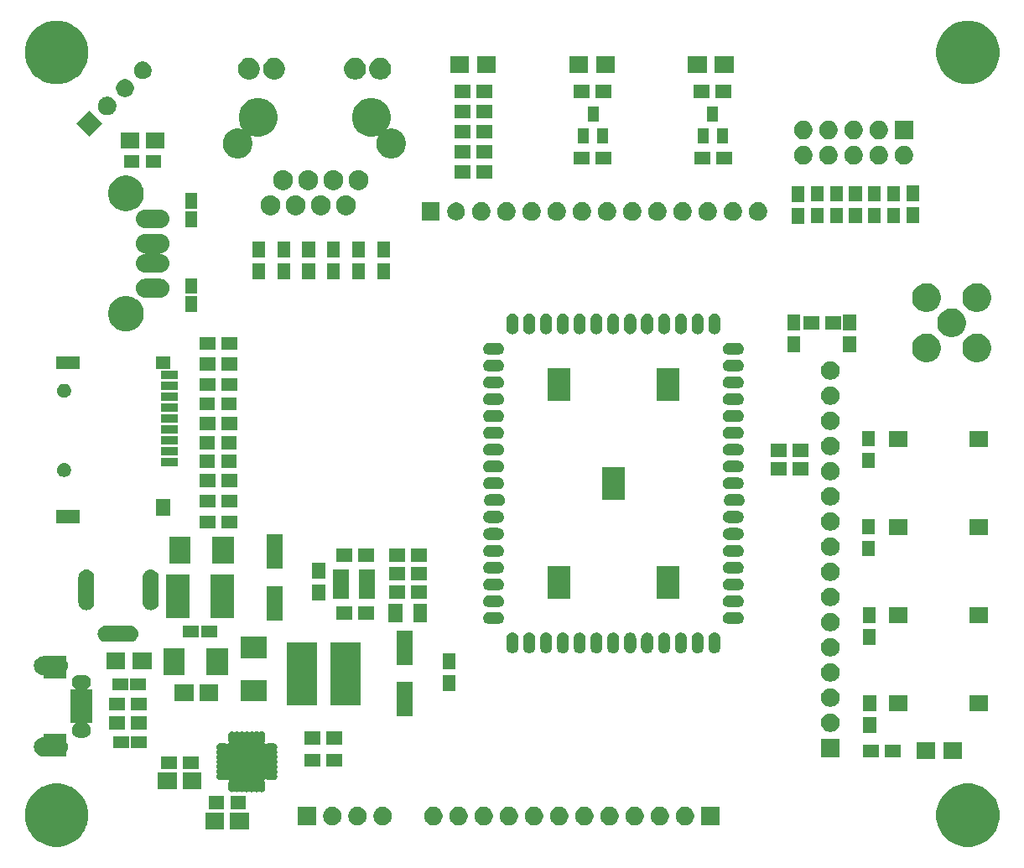
<source format=gts>
G04 #@! TF.GenerationSoftware,KiCad,Pcbnew,(5.0.2)-1*
G04 #@! TF.CreationDate,2019-05-31T08:04:00+07:00*
G04 #@! TF.ProjectId,HY-AI7688H,48592d41-4937-4363-9838-482e6b696361,A*
G04 #@! TF.SameCoordinates,Original*
G04 #@! TF.FileFunction,Soldermask,Top*
G04 #@! TF.FilePolarity,Negative*
%FSLAX46Y46*%
G04 Gerber Fmt 4.6, Leading zero omitted, Abs format (unit mm)*
G04 Created by KiCad (PCBNEW (5.0.2)-1) date 31/05/2019 8:04:00 SA*
%MOMM*%
%LPD*%
G01*
G04 APERTURE LIST*
%ADD10C,0.100000*%
G04 APERTURE END LIST*
D10*
G36*
X167933405Y-112922974D02*
X168345197Y-113093545D01*
X168515768Y-113164197D01*
X168782152Y-113342189D01*
X169039883Y-113514399D01*
X169485601Y-113960117D01*
X169485602Y-113960119D01*
X169835803Y-114484232D01*
X169835803Y-114484233D01*
X170077026Y-115066595D01*
X170200000Y-115684827D01*
X170200000Y-116315173D01*
X170077026Y-116933405D01*
X170042068Y-117017800D01*
X169835803Y-117515768D01*
X169602862Y-117864389D01*
X169485601Y-118039883D01*
X169039883Y-118485601D01*
X168864389Y-118602862D01*
X168515768Y-118835803D01*
X168345197Y-118906455D01*
X167933405Y-119077026D01*
X167315173Y-119200000D01*
X166684827Y-119200000D01*
X166066595Y-119077026D01*
X165654803Y-118906455D01*
X165484232Y-118835803D01*
X165135611Y-118602862D01*
X164960117Y-118485601D01*
X164514399Y-118039883D01*
X164397138Y-117864389D01*
X164164197Y-117515768D01*
X163957932Y-117017800D01*
X163922974Y-116933405D01*
X163800000Y-116315173D01*
X163800000Y-115684827D01*
X163922974Y-115066595D01*
X164164197Y-114484233D01*
X164164197Y-114484232D01*
X164514398Y-113960119D01*
X164514399Y-113960117D01*
X164960117Y-113514399D01*
X165217848Y-113342189D01*
X165484232Y-113164197D01*
X165654803Y-113093545D01*
X166066595Y-112922974D01*
X166684827Y-112800000D01*
X167315173Y-112800000D01*
X167933405Y-112922974D01*
X167933405Y-112922974D01*
G37*
G36*
X75933405Y-112922974D02*
X76345197Y-113093545D01*
X76515768Y-113164197D01*
X76782152Y-113342189D01*
X77039883Y-113514399D01*
X77485601Y-113960117D01*
X77485602Y-113960119D01*
X77835803Y-114484232D01*
X77835803Y-114484233D01*
X78077026Y-115066595D01*
X78200000Y-115684827D01*
X78200000Y-116315173D01*
X78077026Y-116933405D01*
X78042068Y-117017800D01*
X77835803Y-117515768D01*
X77602862Y-117864389D01*
X77485601Y-118039883D01*
X77039883Y-118485601D01*
X76864389Y-118602862D01*
X76515768Y-118835803D01*
X76345197Y-118906455D01*
X75933405Y-119077026D01*
X75315173Y-119200000D01*
X74684827Y-119200000D01*
X74066595Y-119077026D01*
X73654803Y-118906455D01*
X73484232Y-118835803D01*
X73135611Y-118602862D01*
X72960117Y-118485601D01*
X72514399Y-118039883D01*
X72397138Y-117864389D01*
X72164197Y-117515768D01*
X71957932Y-117017800D01*
X71922974Y-116933405D01*
X71800000Y-116315173D01*
X71800000Y-115684827D01*
X71922974Y-115066595D01*
X72164197Y-114484233D01*
X72164197Y-114484232D01*
X72514398Y-113960119D01*
X72514399Y-113960117D01*
X72960117Y-113514399D01*
X73217848Y-113342189D01*
X73484232Y-113164197D01*
X73654803Y-113093545D01*
X74066595Y-112922974D01*
X74684827Y-112800000D01*
X75315173Y-112800000D01*
X75933405Y-112922974D01*
X75933405Y-112922974D01*
G37*
G36*
X94400000Y-117425000D02*
X92500000Y-117425000D01*
X92500000Y-115775000D01*
X94400000Y-115775000D01*
X94400000Y-117425000D01*
X94400000Y-117425000D01*
G37*
G36*
X91900000Y-117425000D02*
X90000000Y-117425000D01*
X90000000Y-115775000D01*
X91900000Y-115775000D01*
X91900000Y-117425000D01*
X91900000Y-117425000D01*
G37*
G36*
X113304129Y-115174316D02*
X113475162Y-115245160D01*
X113536649Y-115286244D01*
X113629090Y-115348011D01*
X113759989Y-115478910D01*
X113821756Y-115571351D01*
X113862840Y-115632838D01*
X113933684Y-115803871D01*
X113969800Y-115985438D01*
X113969800Y-116170562D01*
X113933684Y-116352129D01*
X113862840Y-116523162D01*
X113821756Y-116584649D01*
X113759989Y-116677090D01*
X113629090Y-116807989D01*
X113536649Y-116869756D01*
X113475162Y-116910840D01*
X113304129Y-116981684D01*
X113122563Y-117017800D01*
X112937437Y-117017800D01*
X112755871Y-116981684D01*
X112584838Y-116910840D01*
X112523351Y-116869756D01*
X112430910Y-116807989D01*
X112300011Y-116677090D01*
X112238244Y-116584649D01*
X112197160Y-116523162D01*
X112126316Y-116352129D01*
X112090200Y-116170562D01*
X112090200Y-115985438D01*
X112126316Y-115803871D01*
X112197160Y-115632838D01*
X112238244Y-115571351D01*
X112300011Y-115478910D01*
X112430910Y-115348011D01*
X112523351Y-115286244D01*
X112584838Y-115245160D01*
X112755871Y-115174316D01*
X112937437Y-115138200D01*
X113122563Y-115138200D01*
X113304129Y-115174316D01*
X113304129Y-115174316D01*
G37*
G36*
X108184129Y-115174316D02*
X108355162Y-115245160D01*
X108416649Y-115286244D01*
X108509090Y-115348011D01*
X108639989Y-115478910D01*
X108701756Y-115571351D01*
X108742840Y-115632838D01*
X108813684Y-115803871D01*
X108849800Y-115985438D01*
X108849800Y-116170562D01*
X108813684Y-116352129D01*
X108742840Y-116523162D01*
X108701756Y-116584649D01*
X108639989Y-116677090D01*
X108509090Y-116807989D01*
X108416649Y-116869756D01*
X108355162Y-116910840D01*
X108184129Y-116981684D01*
X108002563Y-117017800D01*
X107817437Y-117017800D01*
X107635871Y-116981684D01*
X107464838Y-116910840D01*
X107403351Y-116869756D01*
X107310910Y-116807989D01*
X107180011Y-116677090D01*
X107118244Y-116584649D01*
X107077160Y-116523162D01*
X107006316Y-116352129D01*
X106970200Y-116170562D01*
X106970200Y-115985438D01*
X107006316Y-115803871D01*
X107077160Y-115632838D01*
X107118244Y-115571351D01*
X107180011Y-115478910D01*
X107310910Y-115348011D01*
X107403351Y-115286244D01*
X107464838Y-115245160D01*
X107635871Y-115174316D01*
X107817437Y-115138200D01*
X108002563Y-115138200D01*
X108184129Y-115174316D01*
X108184129Y-115174316D01*
G37*
G36*
X105644129Y-115174316D02*
X105815162Y-115245160D01*
X105876649Y-115286244D01*
X105969090Y-115348011D01*
X106099989Y-115478910D01*
X106161756Y-115571351D01*
X106202840Y-115632838D01*
X106273684Y-115803871D01*
X106309800Y-115985438D01*
X106309800Y-116170562D01*
X106273684Y-116352129D01*
X106202840Y-116523162D01*
X106161756Y-116584649D01*
X106099989Y-116677090D01*
X105969090Y-116807989D01*
X105876649Y-116869756D01*
X105815162Y-116910840D01*
X105644129Y-116981684D01*
X105462563Y-117017800D01*
X105277437Y-117017800D01*
X105095871Y-116981684D01*
X104924838Y-116910840D01*
X104863351Y-116869756D01*
X104770910Y-116807989D01*
X104640011Y-116677090D01*
X104578244Y-116584649D01*
X104537160Y-116523162D01*
X104466316Y-116352129D01*
X104430200Y-116170562D01*
X104430200Y-115985438D01*
X104466316Y-115803871D01*
X104537160Y-115632838D01*
X104578244Y-115571351D01*
X104640011Y-115478910D01*
X104770910Y-115348011D01*
X104863351Y-115286244D01*
X104924838Y-115245160D01*
X105095871Y-115174316D01*
X105277437Y-115138200D01*
X105462563Y-115138200D01*
X105644129Y-115174316D01*
X105644129Y-115174316D01*
G37*
G36*
X103104129Y-115174316D02*
X103275162Y-115245160D01*
X103336649Y-115286244D01*
X103429090Y-115348011D01*
X103559989Y-115478910D01*
X103621756Y-115571351D01*
X103662840Y-115632838D01*
X103733684Y-115803871D01*
X103769800Y-115985438D01*
X103769800Y-116170562D01*
X103733684Y-116352129D01*
X103662840Y-116523162D01*
X103621756Y-116584649D01*
X103559989Y-116677090D01*
X103429090Y-116807989D01*
X103336649Y-116869756D01*
X103275162Y-116910840D01*
X103104129Y-116981684D01*
X102922563Y-117017800D01*
X102737437Y-117017800D01*
X102555871Y-116981684D01*
X102384838Y-116910840D01*
X102323351Y-116869756D01*
X102230910Y-116807989D01*
X102100011Y-116677090D01*
X102038244Y-116584649D01*
X101997160Y-116523162D01*
X101926316Y-116352129D01*
X101890200Y-116170562D01*
X101890200Y-115985438D01*
X101926316Y-115803871D01*
X101997160Y-115632838D01*
X102038244Y-115571351D01*
X102100011Y-115478910D01*
X102230910Y-115348011D01*
X102323351Y-115286244D01*
X102384838Y-115245160D01*
X102555871Y-115174316D01*
X102737437Y-115138200D01*
X102922563Y-115138200D01*
X103104129Y-115174316D01*
X103104129Y-115174316D01*
G37*
G36*
X101229800Y-117017800D02*
X99350200Y-117017800D01*
X99350200Y-115138200D01*
X101229800Y-115138200D01*
X101229800Y-117017800D01*
X101229800Y-117017800D01*
G37*
G36*
X133624129Y-115174316D02*
X133795162Y-115245160D01*
X133856649Y-115286244D01*
X133949090Y-115348011D01*
X134079989Y-115478910D01*
X134141756Y-115571351D01*
X134182840Y-115632838D01*
X134253684Y-115803871D01*
X134289800Y-115985438D01*
X134289800Y-116170562D01*
X134253684Y-116352129D01*
X134182840Y-116523162D01*
X134141756Y-116584649D01*
X134079989Y-116677090D01*
X133949090Y-116807989D01*
X133856649Y-116869756D01*
X133795162Y-116910840D01*
X133624129Y-116981684D01*
X133442563Y-117017800D01*
X133257437Y-117017800D01*
X133075871Y-116981684D01*
X132904838Y-116910840D01*
X132843351Y-116869756D01*
X132750910Y-116807989D01*
X132620011Y-116677090D01*
X132558244Y-116584649D01*
X132517160Y-116523162D01*
X132446316Y-116352129D01*
X132410200Y-116170562D01*
X132410200Y-115985438D01*
X132446316Y-115803871D01*
X132517160Y-115632838D01*
X132558244Y-115571351D01*
X132620011Y-115478910D01*
X132750910Y-115348011D01*
X132843351Y-115286244D01*
X132904838Y-115245160D01*
X133075871Y-115174316D01*
X133257437Y-115138200D01*
X133442563Y-115138200D01*
X133624129Y-115174316D01*
X133624129Y-115174316D01*
G37*
G36*
X136164129Y-115174316D02*
X136335162Y-115245160D01*
X136396649Y-115286244D01*
X136489090Y-115348011D01*
X136619989Y-115478910D01*
X136681756Y-115571351D01*
X136722840Y-115632838D01*
X136793684Y-115803871D01*
X136829800Y-115985438D01*
X136829800Y-116170562D01*
X136793684Y-116352129D01*
X136722840Y-116523162D01*
X136681756Y-116584649D01*
X136619989Y-116677090D01*
X136489090Y-116807989D01*
X136396649Y-116869756D01*
X136335162Y-116910840D01*
X136164129Y-116981684D01*
X135982563Y-117017800D01*
X135797437Y-117017800D01*
X135615871Y-116981684D01*
X135444838Y-116910840D01*
X135383351Y-116869756D01*
X135290910Y-116807989D01*
X135160011Y-116677090D01*
X135098244Y-116584649D01*
X135057160Y-116523162D01*
X134986316Y-116352129D01*
X134950200Y-116170562D01*
X134950200Y-115985438D01*
X134986316Y-115803871D01*
X135057160Y-115632838D01*
X135098244Y-115571351D01*
X135160011Y-115478910D01*
X135290910Y-115348011D01*
X135383351Y-115286244D01*
X135444838Y-115245160D01*
X135615871Y-115174316D01*
X135797437Y-115138200D01*
X135982563Y-115138200D01*
X136164129Y-115174316D01*
X136164129Y-115174316D01*
G37*
G36*
X138704129Y-115174316D02*
X138875162Y-115245160D01*
X138936649Y-115286244D01*
X139029090Y-115348011D01*
X139159989Y-115478910D01*
X139221756Y-115571351D01*
X139262840Y-115632838D01*
X139333684Y-115803871D01*
X139369800Y-115985438D01*
X139369800Y-116170562D01*
X139333684Y-116352129D01*
X139262840Y-116523162D01*
X139221756Y-116584649D01*
X139159989Y-116677090D01*
X139029090Y-116807989D01*
X138936649Y-116869756D01*
X138875162Y-116910840D01*
X138704129Y-116981684D01*
X138522563Y-117017800D01*
X138337437Y-117017800D01*
X138155871Y-116981684D01*
X137984838Y-116910840D01*
X137923351Y-116869756D01*
X137830910Y-116807989D01*
X137700011Y-116677090D01*
X137638244Y-116584649D01*
X137597160Y-116523162D01*
X137526316Y-116352129D01*
X137490200Y-116170562D01*
X137490200Y-115985438D01*
X137526316Y-115803871D01*
X137597160Y-115632838D01*
X137638244Y-115571351D01*
X137700011Y-115478910D01*
X137830910Y-115348011D01*
X137923351Y-115286244D01*
X137984838Y-115245160D01*
X138155871Y-115174316D01*
X138337437Y-115138200D01*
X138522563Y-115138200D01*
X138704129Y-115174316D01*
X138704129Y-115174316D01*
G37*
G36*
X141909800Y-117017800D02*
X140030200Y-117017800D01*
X140030200Y-115138200D01*
X141909800Y-115138200D01*
X141909800Y-117017800D01*
X141909800Y-117017800D01*
G37*
G36*
X131084129Y-115174316D02*
X131255162Y-115245160D01*
X131316649Y-115286244D01*
X131409090Y-115348011D01*
X131539989Y-115478910D01*
X131601756Y-115571351D01*
X131642840Y-115632838D01*
X131713684Y-115803871D01*
X131749800Y-115985438D01*
X131749800Y-116170562D01*
X131713684Y-116352129D01*
X131642840Y-116523162D01*
X131601756Y-116584649D01*
X131539989Y-116677090D01*
X131409090Y-116807989D01*
X131316649Y-116869756D01*
X131255162Y-116910840D01*
X131084129Y-116981684D01*
X130902563Y-117017800D01*
X130717437Y-117017800D01*
X130535871Y-116981684D01*
X130364838Y-116910840D01*
X130303351Y-116869756D01*
X130210910Y-116807989D01*
X130080011Y-116677090D01*
X130018244Y-116584649D01*
X129977160Y-116523162D01*
X129906316Y-116352129D01*
X129870200Y-116170562D01*
X129870200Y-115985438D01*
X129906316Y-115803871D01*
X129977160Y-115632838D01*
X130018244Y-115571351D01*
X130080011Y-115478910D01*
X130210910Y-115348011D01*
X130303351Y-115286244D01*
X130364838Y-115245160D01*
X130535871Y-115174316D01*
X130717437Y-115138200D01*
X130902563Y-115138200D01*
X131084129Y-115174316D01*
X131084129Y-115174316D01*
G37*
G36*
X128544129Y-115174316D02*
X128715162Y-115245160D01*
X128776649Y-115286244D01*
X128869090Y-115348011D01*
X128999989Y-115478910D01*
X129061756Y-115571351D01*
X129102840Y-115632838D01*
X129173684Y-115803871D01*
X129209800Y-115985438D01*
X129209800Y-116170562D01*
X129173684Y-116352129D01*
X129102840Y-116523162D01*
X129061756Y-116584649D01*
X128999989Y-116677090D01*
X128869090Y-116807989D01*
X128776649Y-116869756D01*
X128715162Y-116910840D01*
X128544129Y-116981684D01*
X128362563Y-117017800D01*
X128177437Y-117017800D01*
X127995871Y-116981684D01*
X127824838Y-116910840D01*
X127763351Y-116869756D01*
X127670910Y-116807989D01*
X127540011Y-116677090D01*
X127478244Y-116584649D01*
X127437160Y-116523162D01*
X127366316Y-116352129D01*
X127330200Y-116170562D01*
X127330200Y-115985438D01*
X127366316Y-115803871D01*
X127437160Y-115632838D01*
X127478244Y-115571351D01*
X127540011Y-115478910D01*
X127670910Y-115348011D01*
X127763351Y-115286244D01*
X127824838Y-115245160D01*
X127995871Y-115174316D01*
X128177437Y-115138200D01*
X128362563Y-115138200D01*
X128544129Y-115174316D01*
X128544129Y-115174316D01*
G37*
G36*
X123464129Y-115174316D02*
X123635162Y-115245160D01*
X123696649Y-115286244D01*
X123789090Y-115348011D01*
X123919989Y-115478910D01*
X123981756Y-115571351D01*
X124022840Y-115632838D01*
X124093684Y-115803871D01*
X124129800Y-115985438D01*
X124129800Y-116170562D01*
X124093684Y-116352129D01*
X124022840Y-116523162D01*
X123981756Y-116584649D01*
X123919989Y-116677090D01*
X123789090Y-116807989D01*
X123696649Y-116869756D01*
X123635162Y-116910840D01*
X123464129Y-116981684D01*
X123282563Y-117017800D01*
X123097437Y-117017800D01*
X122915871Y-116981684D01*
X122744838Y-116910840D01*
X122683351Y-116869756D01*
X122590910Y-116807989D01*
X122460011Y-116677090D01*
X122398244Y-116584649D01*
X122357160Y-116523162D01*
X122286316Y-116352129D01*
X122250200Y-116170562D01*
X122250200Y-115985438D01*
X122286316Y-115803871D01*
X122357160Y-115632838D01*
X122398244Y-115571351D01*
X122460011Y-115478910D01*
X122590910Y-115348011D01*
X122683351Y-115286244D01*
X122744838Y-115245160D01*
X122915871Y-115174316D01*
X123097437Y-115138200D01*
X123282563Y-115138200D01*
X123464129Y-115174316D01*
X123464129Y-115174316D01*
G37*
G36*
X126004129Y-115174316D02*
X126175162Y-115245160D01*
X126236649Y-115286244D01*
X126329090Y-115348011D01*
X126459989Y-115478910D01*
X126521756Y-115571351D01*
X126562840Y-115632838D01*
X126633684Y-115803871D01*
X126669800Y-115985438D01*
X126669800Y-116170562D01*
X126633684Y-116352129D01*
X126562840Y-116523162D01*
X126521756Y-116584649D01*
X126459989Y-116677090D01*
X126329090Y-116807989D01*
X126236649Y-116869756D01*
X126175162Y-116910840D01*
X126004129Y-116981684D01*
X125822563Y-117017800D01*
X125637437Y-117017800D01*
X125455871Y-116981684D01*
X125284838Y-116910840D01*
X125223351Y-116869756D01*
X125130910Y-116807989D01*
X125000011Y-116677090D01*
X124938244Y-116584649D01*
X124897160Y-116523162D01*
X124826316Y-116352129D01*
X124790200Y-116170562D01*
X124790200Y-115985438D01*
X124826316Y-115803871D01*
X124897160Y-115632838D01*
X124938244Y-115571351D01*
X125000011Y-115478910D01*
X125130910Y-115348011D01*
X125223351Y-115286244D01*
X125284838Y-115245160D01*
X125455871Y-115174316D01*
X125637437Y-115138200D01*
X125822563Y-115138200D01*
X126004129Y-115174316D01*
X126004129Y-115174316D01*
G37*
G36*
X120924129Y-115174316D02*
X121095162Y-115245160D01*
X121156649Y-115286244D01*
X121249090Y-115348011D01*
X121379989Y-115478910D01*
X121441756Y-115571351D01*
X121482840Y-115632838D01*
X121553684Y-115803871D01*
X121589800Y-115985438D01*
X121589800Y-116170562D01*
X121553684Y-116352129D01*
X121482840Y-116523162D01*
X121441756Y-116584649D01*
X121379989Y-116677090D01*
X121249090Y-116807989D01*
X121156649Y-116869756D01*
X121095162Y-116910840D01*
X120924129Y-116981684D01*
X120742563Y-117017800D01*
X120557437Y-117017800D01*
X120375871Y-116981684D01*
X120204838Y-116910840D01*
X120143351Y-116869756D01*
X120050910Y-116807989D01*
X119920011Y-116677090D01*
X119858244Y-116584649D01*
X119817160Y-116523162D01*
X119746316Y-116352129D01*
X119710200Y-116170562D01*
X119710200Y-115985438D01*
X119746316Y-115803871D01*
X119817160Y-115632838D01*
X119858244Y-115571351D01*
X119920011Y-115478910D01*
X120050910Y-115348011D01*
X120143351Y-115286244D01*
X120204838Y-115245160D01*
X120375871Y-115174316D01*
X120557437Y-115138200D01*
X120742563Y-115138200D01*
X120924129Y-115174316D01*
X120924129Y-115174316D01*
G37*
G36*
X118384129Y-115174316D02*
X118555162Y-115245160D01*
X118616649Y-115286244D01*
X118709090Y-115348011D01*
X118839989Y-115478910D01*
X118901756Y-115571351D01*
X118942840Y-115632838D01*
X119013684Y-115803871D01*
X119049800Y-115985438D01*
X119049800Y-116170562D01*
X119013684Y-116352129D01*
X118942840Y-116523162D01*
X118901756Y-116584649D01*
X118839989Y-116677090D01*
X118709090Y-116807989D01*
X118616649Y-116869756D01*
X118555162Y-116910840D01*
X118384129Y-116981684D01*
X118202563Y-117017800D01*
X118017437Y-117017800D01*
X117835871Y-116981684D01*
X117664838Y-116910840D01*
X117603351Y-116869756D01*
X117510910Y-116807989D01*
X117380011Y-116677090D01*
X117318244Y-116584649D01*
X117277160Y-116523162D01*
X117206316Y-116352129D01*
X117170200Y-116170562D01*
X117170200Y-115985438D01*
X117206316Y-115803871D01*
X117277160Y-115632838D01*
X117318244Y-115571351D01*
X117380011Y-115478910D01*
X117510910Y-115348011D01*
X117603351Y-115286244D01*
X117664838Y-115245160D01*
X117835871Y-115174316D01*
X118017437Y-115138200D01*
X118202563Y-115138200D01*
X118384129Y-115174316D01*
X118384129Y-115174316D01*
G37*
G36*
X115844129Y-115174316D02*
X116015162Y-115245160D01*
X116076649Y-115286244D01*
X116169090Y-115348011D01*
X116299989Y-115478910D01*
X116361756Y-115571351D01*
X116402840Y-115632838D01*
X116473684Y-115803871D01*
X116509800Y-115985438D01*
X116509800Y-116170562D01*
X116473684Y-116352129D01*
X116402840Y-116523162D01*
X116361756Y-116584649D01*
X116299989Y-116677090D01*
X116169090Y-116807989D01*
X116076649Y-116869756D01*
X116015162Y-116910840D01*
X115844129Y-116981684D01*
X115662563Y-117017800D01*
X115477437Y-117017800D01*
X115295871Y-116981684D01*
X115124838Y-116910840D01*
X115063351Y-116869756D01*
X114970910Y-116807989D01*
X114840011Y-116677090D01*
X114778244Y-116584649D01*
X114737160Y-116523162D01*
X114666316Y-116352129D01*
X114630200Y-116170562D01*
X114630200Y-115985438D01*
X114666316Y-115803871D01*
X114737160Y-115632838D01*
X114778244Y-115571351D01*
X114840011Y-115478910D01*
X114970910Y-115348011D01*
X115063351Y-115286244D01*
X115124838Y-115245160D01*
X115295871Y-115174316D01*
X115477437Y-115138200D01*
X115662563Y-115138200D01*
X115844129Y-115174316D01*
X115844129Y-115174316D01*
G37*
G36*
X91930000Y-115380000D02*
X90330000Y-115380000D01*
X90330000Y-114080000D01*
X91930000Y-114080000D01*
X91930000Y-115380000D01*
X91930000Y-115380000D01*
G37*
G36*
X94130000Y-115380000D02*
X92530000Y-115380000D01*
X92530000Y-114080000D01*
X94130000Y-114080000D01*
X94130000Y-115380000D01*
X94130000Y-115380000D01*
G37*
G36*
X95768611Y-107530064D02*
X95834586Y-107550077D01*
X95895389Y-107582578D01*
X95948685Y-107626316D01*
X95992422Y-107679609D01*
X96024923Y-107740413D01*
X96044936Y-107806388D01*
X96050000Y-107857807D01*
X96050000Y-108442193D01*
X96044936Y-108493612D01*
X96024923Y-108559587D01*
X95992422Y-108620391D01*
X95973637Y-108643280D01*
X95968191Y-108651430D01*
X95964440Y-108660485D01*
X95962528Y-108670099D01*
X95962528Y-108679900D01*
X95964440Y-108689514D01*
X95968191Y-108698570D01*
X95973636Y-108706719D01*
X95980567Y-108713650D01*
X95988717Y-108719096D01*
X95997772Y-108722847D01*
X96007386Y-108724759D01*
X96012287Y-108725000D01*
X96075000Y-108725000D01*
X96075000Y-108787713D01*
X96075961Y-108797468D01*
X96078806Y-108806847D01*
X96083427Y-108815492D01*
X96089645Y-108823068D01*
X96097221Y-108829286D01*
X96105866Y-108833907D01*
X96115245Y-108836752D01*
X96125000Y-108837713D01*
X96134755Y-108836752D01*
X96144134Y-108833907D01*
X96152779Y-108829286D01*
X96156720Y-108826363D01*
X96179609Y-108807578D01*
X96240413Y-108775077D01*
X96306388Y-108755064D01*
X96357807Y-108750000D01*
X96942193Y-108750000D01*
X96993612Y-108755064D01*
X97059587Y-108775077D01*
X97120391Y-108807578D01*
X97173685Y-108851315D01*
X97217422Y-108904609D01*
X97249923Y-108965413D01*
X97269936Y-109031388D01*
X97276693Y-109100000D01*
X97269936Y-109168612D01*
X97249923Y-109234587D01*
X97217422Y-109295391D01*
X97198637Y-109318280D01*
X97193191Y-109326430D01*
X97189440Y-109335485D01*
X97187528Y-109345099D01*
X97187528Y-109354900D01*
X97189440Y-109364514D01*
X97193191Y-109373570D01*
X97198637Y-109381720D01*
X97217422Y-109404609D01*
X97249923Y-109465413D01*
X97269936Y-109531388D01*
X97276693Y-109600000D01*
X97269936Y-109668612D01*
X97249923Y-109734587D01*
X97217422Y-109795391D01*
X97198637Y-109818280D01*
X97193191Y-109826430D01*
X97189440Y-109835485D01*
X97187528Y-109845099D01*
X97187528Y-109854900D01*
X97189440Y-109864514D01*
X97193191Y-109873570D01*
X97198637Y-109881720D01*
X97217422Y-109904609D01*
X97249923Y-109965413D01*
X97269936Y-110031388D01*
X97276693Y-110100000D01*
X97269936Y-110168612D01*
X97249923Y-110234587D01*
X97217422Y-110295391D01*
X97198637Y-110318280D01*
X97193191Y-110326430D01*
X97189440Y-110335485D01*
X97187528Y-110345099D01*
X97187528Y-110354900D01*
X97189440Y-110364514D01*
X97193191Y-110373570D01*
X97198637Y-110381720D01*
X97217422Y-110404609D01*
X97249923Y-110465413D01*
X97269936Y-110531388D01*
X97276693Y-110600000D01*
X97269936Y-110668612D01*
X97249923Y-110734587D01*
X97217422Y-110795391D01*
X97198637Y-110818280D01*
X97193191Y-110826430D01*
X97189440Y-110835485D01*
X97187528Y-110845099D01*
X97187528Y-110854900D01*
X97189440Y-110864514D01*
X97193191Y-110873570D01*
X97198637Y-110881720D01*
X97217422Y-110904609D01*
X97249923Y-110965413D01*
X97269936Y-111031388D01*
X97276693Y-111100000D01*
X97269936Y-111168612D01*
X97249923Y-111234587D01*
X97217422Y-111295391D01*
X97198637Y-111318280D01*
X97193191Y-111326430D01*
X97189440Y-111335485D01*
X97187528Y-111345099D01*
X97187528Y-111354900D01*
X97189440Y-111364514D01*
X97193191Y-111373570D01*
X97198637Y-111381720D01*
X97217422Y-111404609D01*
X97249923Y-111465413D01*
X97269936Y-111531388D01*
X97276693Y-111600000D01*
X97269936Y-111668612D01*
X97249923Y-111734587D01*
X97217422Y-111795391D01*
X97198637Y-111818280D01*
X97193191Y-111826430D01*
X97189440Y-111835485D01*
X97187528Y-111845099D01*
X97187528Y-111854900D01*
X97189440Y-111864514D01*
X97193191Y-111873570D01*
X97198637Y-111881720D01*
X97217422Y-111904609D01*
X97249923Y-111965413D01*
X97269936Y-112031388D01*
X97276693Y-112100000D01*
X97269936Y-112168612D01*
X97249923Y-112234587D01*
X97217422Y-112295391D01*
X97173685Y-112348685D01*
X97120391Y-112392422D01*
X97059587Y-112424923D01*
X96993612Y-112444936D01*
X96942193Y-112450000D01*
X96357807Y-112450000D01*
X96306388Y-112444936D01*
X96240413Y-112424923D01*
X96179609Y-112392422D01*
X96156720Y-112373637D01*
X96148570Y-112368191D01*
X96139515Y-112364440D01*
X96129901Y-112362528D01*
X96120100Y-112362528D01*
X96110486Y-112364440D01*
X96101430Y-112368191D01*
X96093281Y-112373636D01*
X96086350Y-112380567D01*
X96080904Y-112388717D01*
X96077153Y-112397772D01*
X96075241Y-112407386D01*
X96075000Y-112412287D01*
X96075000Y-112475000D01*
X96012287Y-112475000D01*
X96002532Y-112475961D01*
X95993153Y-112478806D01*
X95984508Y-112483427D01*
X95976932Y-112489645D01*
X95970714Y-112497221D01*
X95966093Y-112505866D01*
X95963248Y-112515245D01*
X95962287Y-112525000D01*
X95963248Y-112534755D01*
X95966093Y-112544134D01*
X95970714Y-112552779D01*
X95973637Y-112556720D01*
X95992422Y-112579609D01*
X96024923Y-112640413D01*
X96044936Y-112706388D01*
X96050000Y-112757807D01*
X96050000Y-113342193D01*
X96044936Y-113393612D01*
X96024923Y-113459587D01*
X95992422Y-113520391D01*
X95948685Y-113573685D01*
X95895391Y-113617422D01*
X95834587Y-113649923D01*
X95768612Y-113669936D01*
X95700000Y-113676693D01*
X95631389Y-113669936D01*
X95565414Y-113649923D01*
X95504610Y-113617422D01*
X95481721Y-113598637D01*
X95473571Y-113593191D01*
X95464516Y-113589440D01*
X95454902Y-113587528D01*
X95445101Y-113587528D01*
X95435487Y-113589440D01*
X95426431Y-113593191D01*
X95418282Y-113598636D01*
X95395391Y-113617422D01*
X95334587Y-113649923D01*
X95268612Y-113669936D01*
X95200000Y-113676693D01*
X95131389Y-113669936D01*
X95065414Y-113649923D01*
X95004610Y-113617422D01*
X94981721Y-113598637D01*
X94973571Y-113593191D01*
X94964516Y-113589440D01*
X94954902Y-113587528D01*
X94945101Y-113587528D01*
X94935487Y-113589440D01*
X94926431Y-113593191D01*
X94918282Y-113598636D01*
X94895391Y-113617422D01*
X94834587Y-113649923D01*
X94768612Y-113669936D01*
X94700000Y-113676693D01*
X94631389Y-113669936D01*
X94565414Y-113649923D01*
X94504610Y-113617422D01*
X94481721Y-113598637D01*
X94473571Y-113593191D01*
X94464516Y-113589440D01*
X94454902Y-113587528D01*
X94445101Y-113587528D01*
X94435487Y-113589440D01*
X94426431Y-113593191D01*
X94418282Y-113598636D01*
X94395391Y-113617422D01*
X94334587Y-113649923D01*
X94268612Y-113669936D01*
X94200000Y-113676693D01*
X94131389Y-113669936D01*
X94065414Y-113649923D01*
X94004610Y-113617422D01*
X93981721Y-113598637D01*
X93973571Y-113593191D01*
X93964516Y-113589440D01*
X93954902Y-113587528D01*
X93945101Y-113587528D01*
X93935487Y-113589440D01*
X93926431Y-113593191D01*
X93918282Y-113598636D01*
X93895391Y-113617422D01*
X93834587Y-113649923D01*
X93768612Y-113669936D01*
X93700000Y-113676693D01*
X93631389Y-113669936D01*
X93565414Y-113649923D01*
X93504610Y-113617422D01*
X93481721Y-113598637D01*
X93473571Y-113593191D01*
X93464516Y-113589440D01*
X93454902Y-113587528D01*
X93445101Y-113587528D01*
X93435487Y-113589440D01*
X93426431Y-113593191D01*
X93418282Y-113598636D01*
X93395391Y-113617422D01*
X93334587Y-113649923D01*
X93268612Y-113669936D01*
X93200000Y-113676693D01*
X93131389Y-113669936D01*
X93065414Y-113649923D01*
X93004610Y-113617422D01*
X92981721Y-113598637D01*
X92973571Y-113593191D01*
X92964516Y-113589440D01*
X92954902Y-113587528D01*
X92945101Y-113587528D01*
X92935487Y-113589440D01*
X92926431Y-113593191D01*
X92918282Y-113598636D01*
X92895391Y-113617422D01*
X92834587Y-113649923D01*
X92768612Y-113669936D01*
X92700000Y-113676693D01*
X92631389Y-113669936D01*
X92565414Y-113649923D01*
X92504610Y-113617422D01*
X92451316Y-113573685D01*
X92407579Y-113520391D01*
X92375078Y-113459587D01*
X92355065Y-113393612D01*
X92350001Y-113342193D01*
X92350000Y-112757808D01*
X92355064Y-112706389D01*
X92375077Y-112640414D01*
X92407578Y-112579610D01*
X92426364Y-112556719D01*
X92431809Y-112548569D01*
X92435560Y-112539514D01*
X92437472Y-112529900D01*
X92437472Y-112520099D01*
X92435560Y-112510485D01*
X92431809Y-112501430D01*
X92426363Y-112493280D01*
X92419432Y-112486349D01*
X92411282Y-112480904D01*
X92402227Y-112477153D01*
X92387713Y-112475000D01*
X92325000Y-112475000D01*
X92325000Y-112412287D01*
X92324039Y-112402532D01*
X92321194Y-112393153D01*
X92316573Y-112384508D01*
X92310355Y-112376932D01*
X92302779Y-112370714D01*
X92294134Y-112366093D01*
X92284755Y-112363248D01*
X92275000Y-112362287D01*
X92265245Y-112363248D01*
X92255866Y-112366093D01*
X92247221Y-112370714D01*
X92243280Y-112373637D01*
X92220391Y-112392422D01*
X92159587Y-112424923D01*
X92093612Y-112444936D01*
X92042193Y-112450000D01*
X91457807Y-112450000D01*
X91406388Y-112444936D01*
X91340413Y-112424923D01*
X91279609Y-112392422D01*
X91226315Y-112348685D01*
X91182578Y-112295391D01*
X91150077Y-112234587D01*
X91130064Y-112168612D01*
X91123307Y-112100000D01*
X91130064Y-112031388D01*
X91150077Y-111965413D01*
X91182578Y-111904609D01*
X91201363Y-111881720D01*
X91206809Y-111873570D01*
X91210560Y-111864515D01*
X91212472Y-111854901D01*
X91212472Y-111845100D01*
X91210560Y-111835486D01*
X91206809Y-111826430D01*
X91201363Y-111818280D01*
X91182578Y-111795391D01*
X91150077Y-111734587D01*
X91130064Y-111668612D01*
X91123307Y-111600000D01*
X91130064Y-111531388D01*
X91150077Y-111465413D01*
X91182578Y-111404609D01*
X91201363Y-111381720D01*
X91206809Y-111373570D01*
X91210560Y-111364515D01*
X91212472Y-111354901D01*
X91212472Y-111345100D01*
X91210560Y-111335486D01*
X91206809Y-111326430D01*
X91201363Y-111318280D01*
X91182578Y-111295391D01*
X91150077Y-111234587D01*
X91130064Y-111168612D01*
X91123307Y-111100000D01*
X91130064Y-111031388D01*
X91150077Y-110965413D01*
X91182578Y-110904609D01*
X91201363Y-110881720D01*
X91206809Y-110873570D01*
X91210560Y-110864515D01*
X91212472Y-110854901D01*
X91212472Y-110845100D01*
X91210560Y-110835486D01*
X91206809Y-110826430D01*
X91201363Y-110818280D01*
X91182578Y-110795391D01*
X91150077Y-110734587D01*
X91130064Y-110668612D01*
X91123307Y-110600000D01*
X91130064Y-110531388D01*
X91150077Y-110465413D01*
X91182578Y-110404609D01*
X91201363Y-110381720D01*
X91206809Y-110373570D01*
X91210560Y-110364515D01*
X91212472Y-110354901D01*
X91212472Y-110345100D01*
X91210560Y-110335486D01*
X91206809Y-110326430D01*
X91201363Y-110318280D01*
X91182578Y-110295391D01*
X91150077Y-110234587D01*
X91130064Y-110168612D01*
X91123307Y-110100000D01*
X91130064Y-110031388D01*
X91150077Y-109965413D01*
X91182578Y-109904609D01*
X91201363Y-109881720D01*
X91206809Y-109873570D01*
X91210560Y-109864515D01*
X91212472Y-109854901D01*
X91212472Y-109845100D01*
X91210560Y-109835486D01*
X91206809Y-109826430D01*
X91201363Y-109818280D01*
X91182578Y-109795391D01*
X91150077Y-109734587D01*
X91130064Y-109668612D01*
X91123307Y-109600000D01*
X91130064Y-109531388D01*
X91150077Y-109465413D01*
X91182578Y-109404609D01*
X91201363Y-109381720D01*
X91206809Y-109373570D01*
X91210560Y-109364515D01*
X91212472Y-109354901D01*
X91212472Y-109345100D01*
X91210560Y-109335486D01*
X91206809Y-109326430D01*
X91201363Y-109318280D01*
X91182578Y-109295391D01*
X91150077Y-109234587D01*
X91130064Y-109168612D01*
X91123307Y-109100000D01*
X91130064Y-109031388D01*
X91150077Y-108965413D01*
X91182578Y-108904609D01*
X91226315Y-108851315D01*
X91279609Y-108807578D01*
X91340413Y-108775077D01*
X91406388Y-108755064D01*
X91457807Y-108750000D01*
X92042193Y-108750000D01*
X92093612Y-108755064D01*
X92159587Y-108775077D01*
X92220391Y-108807578D01*
X92243280Y-108826363D01*
X92251430Y-108831809D01*
X92260485Y-108835560D01*
X92270099Y-108837472D01*
X92279900Y-108837472D01*
X92289514Y-108835560D01*
X92298570Y-108831809D01*
X92306719Y-108826364D01*
X92313650Y-108819433D01*
X92319096Y-108811283D01*
X92322847Y-108802228D01*
X92324759Y-108792614D01*
X92325000Y-108787713D01*
X92325000Y-108725000D01*
X92387714Y-108725000D01*
X92397469Y-108724039D01*
X92406848Y-108721194D01*
X92415493Y-108716573D01*
X92423069Y-108710355D01*
X92429287Y-108702779D01*
X92433908Y-108694134D01*
X92436753Y-108684755D01*
X92437714Y-108675000D01*
X92436753Y-108665245D01*
X92433908Y-108655866D01*
X92429287Y-108647221D01*
X92426364Y-108643280D01*
X92407579Y-108620391D01*
X92375078Y-108559587D01*
X92355065Y-108493612D01*
X92350001Y-108442193D01*
X92350000Y-107857808D01*
X92355064Y-107806389D01*
X92375077Y-107740414D01*
X92407578Y-107679611D01*
X92451316Y-107626315D01*
X92504609Y-107582578D01*
X92565413Y-107550077D01*
X92631388Y-107530064D01*
X92700000Y-107523307D01*
X92768611Y-107530064D01*
X92834586Y-107550077D01*
X92895390Y-107582578D01*
X92918281Y-107601364D01*
X92926431Y-107606809D01*
X92935486Y-107610560D01*
X92945100Y-107612472D01*
X92954901Y-107612472D01*
X92964515Y-107610560D01*
X92973570Y-107606809D01*
X92981720Y-107601363D01*
X93004609Y-107582578D01*
X93065413Y-107550077D01*
X93131388Y-107530064D01*
X93200000Y-107523307D01*
X93268611Y-107530064D01*
X93334586Y-107550077D01*
X93395390Y-107582578D01*
X93418281Y-107601364D01*
X93426431Y-107606809D01*
X93435486Y-107610560D01*
X93445100Y-107612472D01*
X93454901Y-107612472D01*
X93464515Y-107610560D01*
X93473570Y-107606809D01*
X93481720Y-107601363D01*
X93504609Y-107582578D01*
X93565413Y-107550077D01*
X93631388Y-107530064D01*
X93700000Y-107523307D01*
X93768611Y-107530064D01*
X93834586Y-107550077D01*
X93895390Y-107582578D01*
X93918281Y-107601364D01*
X93926431Y-107606809D01*
X93935486Y-107610560D01*
X93945100Y-107612472D01*
X93954901Y-107612472D01*
X93964515Y-107610560D01*
X93973570Y-107606809D01*
X93981720Y-107601363D01*
X94004609Y-107582578D01*
X94065413Y-107550077D01*
X94131388Y-107530064D01*
X94200000Y-107523307D01*
X94268611Y-107530064D01*
X94334586Y-107550077D01*
X94395390Y-107582578D01*
X94418281Y-107601364D01*
X94426431Y-107606809D01*
X94435486Y-107610560D01*
X94445100Y-107612472D01*
X94454901Y-107612472D01*
X94464515Y-107610560D01*
X94473570Y-107606809D01*
X94481720Y-107601363D01*
X94504609Y-107582578D01*
X94565413Y-107550077D01*
X94631388Y-107530064D01*
X94700000Y-107523307D01*
X94768611Y-107530064D01*
X94834586Y-107550077D01*
X94895390Y-107582578D01*
X94918281Y-107601364D01*
X94926431Y-107606809D01*
X94935486Y-107610560D01*
X94945100Y-107612472D01*
X94954901Y-107612472D01*
X94964515Y-107610560D01*
X94973570Y-107606809D01*
X94981720Y-107601363D01*
X95004609Y-107582578D01*
X95065413Y-107550077D01*
X95131388Y-107530064D01*
X95200000Y-107523307D01*
X95268611Y-107530064D01*
X95334586Y-107550077D01*
X95395390Y-107582578D01*
X95418281Y-107601364D01*
X95426431Y-107606809D01*
X95435486Y-107610560D01*
X95445100Y-107612472D01*
X95454901Y-107612472D01*
X95464515Y-107610560D01*
X95473570Y-107606809D01*
X95481720Y-107601363D01*
X95504609Y-107582578D01*
X95565413Y-107550077D01*
X95631388Y-107530064D01*
X95700000Y-107523307D01*
X95768611Y-107530064D01*
X95768611Y-107530064D01*
G37*
G36*
X89640000Y-113365000D02*
X87740000Y-113365000D01*
X87740000Y-111715000D01*
X89640000Y-111715000D01*
X89640000Y-113365000D01*
X89640000Y-113365000D01*
G37*
G36*
X87140000Y-113365000D02*
X85240000Y-113365000D01*
X85240000Y-111715000D01*
X87140000Y-111715000D01*
X87140000Y-113365000D01*
X87140000Y-113365000D01*
G37*
G36*
X87120000Y-111360000D02*
X85520000Y-111360000D01*
X85520000Y-110060000D01*
X87120000Y-110060000D01*
X87120000Y-111360000D01*
X87120000Y-111360000D01*
G37*
G36*
X89320000Y-111360000D02*
X87720000Y-111360000D01*
X87720000Y-110060000D01*
X89320000Y-110060000D01*
X89320000Y-111360000D01*
X89320000Y-111360000D01*
G37*
G36*
X103850000Y-111120000D02*
X102250000Y-111120000D01*
X102250000Y-109820000D01*
X103850000Y-109820000D01*
X103850000Y-111120000D01*
X103850000Y-111120000D01*
G37*
G36*
X101650000Y-111120000D02*
X100050000Y-111120000D01*
X100050000Y-109820000D01*
X101650000Y-109820000D01*
X101650000Y-111120000D01*
X101650000Y-111120000D01*
G37*
G36*
X166420000Y-110360000D02*
X164520000Y-110360000D01*
X164520000Y-108660000D01*
X166420000Y-108660000D01*
X166420000Y-110360000D01*
X166420000Y-110360000D01*
G37*
G36*
X163720000Y-110360000D02*
X161820000Y-110360000D01*
X161820000Y-108660000D01*
X163720000Y-108660000D01*
X163720000Y-110360000D01*
X163720000Y-110360000D01*
G37*
G36*
X157980000Y-110160000D02*
X156380000Y-110160000D01*
X156380000Y-108860000D01*
X157980000Y-108860000D01*
X157980000Y-110160000D01*
X157980000Y-110160000D01*
G37*
G36*
X160180000Y-110160000D02*
X158580000Y-110160000D01*
X158580000Y-108860000D01*
X160180000Y-108860000D01*
X160180000Y-110160000D01*
X160180000Y-110160000D01*
G37*
G36*
X154060800Y-110144800D02*
X152181200Y-110144800D01*
X152181200Y-108265200D01*
X154060800Y-108265200D01*
X154060800Y-110144800D01*
X154060800Y-110144800D01*
G37*
G36*
X75975000Y-108578239D02*
X75975961Y-108587994D01*
X75978806Y-108597373D01*
X75980899Y-108601798D01*
X76051932Y-108734692D01*
X76106254Y-108913768D01*
X76124596Y-109100000D01*
X76106254Y-109286232D01*
X76051932Y-109465308D01*
X75980902Y-109598196D01*
X75977153Y-109607247D01*
X75975241Y-109616860D01*
X75975000Y-109621761D01*
X75975000Y-110100000D01*
X73675000Y-110100000D01*
X73674039Y-110090245D01*
X73671194Y-110080866D01*
X73666573Y-110072221D01*
X73660355Y-110064645D01*
X73652779Y-110058427D01*
X73644134Y-110053806D01*
X73634755Y-110050961D01*
X73625000Y-110050000D01*
X73623334Y-110050000D01*
X73483768Y-110036254D01*
X73304692Y-109981932D01*
X73139657Y-109893719D01*
X73139655Y-109893718D01*
X72994999Y-109775001D01*
X72876282Y-109630345D01*
X72788068Y-109465308D01*
X72733746Y-109286232D01*
X72715404Y-109100000D01*
X72733746Y-108913768D01*
X72788068Y-108734692D01*
X72876282Y-108569655D01*
X72994999Y-108424999D01*
X73139655Y-108306282D01*
X73304692Y-108218068D01*
X73483768Y-108163746D01*
X73623334Y-108150000D01*
X73625000Y-108150000D01*
X73634755Y-108149039D01*
X73644134Y-108146194D01*
X73652779Y-108141573D01*
X73660355Y-108135355D01*
X73666573Y-108127779D01*
X73671194Y-108119134D01*
X73674039Y-108109755D01*
X73675000Y-108100000D01*
X73675000Y-107800000D01*
X75975000Y-107800000D01*
X75975000Y-108578239D01*
X75975000Y-108578239D01*
G37*
G36*
X84090000Y-109220000D02*
X82490000Y-109220000D01*
X82490000Y-108020000D01*
X84090000Y-108020000D01*
X84090000Y-109220000D01*
X84090000Y-109220000D01*
G37*
G36*
X82290000Y-109220000D02*
X80690000Y-109220000D01*
X80690000Y-108020000D01*
X82290000Y-108020000D01*
X82290000Y-109220000D01*
X82290000Y-109220000D01*
G37*
G36*
X101630000Y-108860000D02*
X100030000Y-108860000D01*
X100030000Y-107560000D01*
X101630000Y-107560000D01*
X101630000Y-108860000D01*
X101630000Y-108860000D01*
G37*
G36*
X103830000Y-108860000D02*
X102230000Y-108860000D01*
X102230000Y-107560000D01*
X103830000Y-107560000D01*
X103830000Y-108860000D01*
X103830000Y-108860000D01*
G37*
G36*
X77847025Y-101835852D02*
X77988401Y-101878738D01*
X78110280Y-101943884D01*
X78118693Y-101948381D01*
X78232895Y-102042105D01*
X78326619Y-102156307D01*
X78326620Y-102156309D01*
X78396262Y-102286599D01*
X78439148Y-102427975D01*
X78453628Y-102575000D01*
X78439148Y-102722025D01*
X78396262Y-102863401D01*
X78331116Y-102985280D01*
X78326619Y-102993693D01*
X78232895Y-103107895D01*
X78118693Y-103201619D01*
X78110670Y-103205907D01*
X78102526Y-103211349D01*
X78095595Y-103218280D01*
X78090149Y-103226430D01*
X78086398Y-103235485D01*
X78084486Y-103245099D01*
X78084486Y-103254901D01*
X78086398Y-103264514D01*
X78090149Y-103273570D01*
X78095594Y-103281719D01*
X78102525Y-103288650D01*
X78110675Y-103294096D01*
X78119730Y-103297847D01*
X78129344Y-103299759D01*
X78134245Y-103300000D01*
X78575000Y-103300000D01*
X78575000Y-106700000D01*
X78134245Y-106700000D01*
X78124490Y-106700961D01*
X78115111Y-106703806D01*
X78106466Y-106708427D01*
X78098890Y-106714645D01*
X78092672Y-106722221D01*
X78088051Y-106730866D01*
X78085206Y-106740245D01*
X78084245Y-106750000D01*
X78085206Y-106759755D01*
X78088051Y-106769134D01*
X78092672Y-106777779D01*
X78098890Y-106785355D01*
X78106466Y-106791573D01*
X78110665Y-106794090D01*
X78118693Y-106798381D01*
X78232895Y-106892105D01*
X78326619Y-107006307D01*
X78326620Y-107006309D01*
X78396262Y-107136599D01*
X78439148Y-107277975D01*
X78453628Y-107425000D01*
X78439148Y-107572025D01*
X78396262Y-107713401D01*
X78346559Y-107806388D01*
X78326619Y-107843693D01*
X78232895Y-107957895D01*
X78118693Y-108051619D01*
X78118691Y-108051620D01*
X77988401Y-108121262D01*
X77847025Y-108164148D01*
X77736839Y-108175000D01*
X77263161Y-108175000D01*
X77152975Y-108164148D01*
X77011599Y-108121262D01*
X76881309Y-108051620D01*
X76881307Y-108051619D01*
X76767105Y-107957895D01*
X76673381Y-107843693D01*
X76653441Y-107806388D01*
X76603738Y-107713401D01*
X76560852Y-107572025D01*
X76546372Y-107425000D01*
X76560852Y-107277975D01*
X76603738Y-107136599D01*
X76673380Y-107006309D01*
X76673381Y-107006307D01*
X76767105Y-106892105D01*
X76881307Y-106798381D01*
X76889330Y-106794093D01*
X76897474Y-106788651D01*
X76904405Y-106781720D01*
X76909851Y-106773570D01*
X76913602Y-106764515D01*
X76915514Y-106754901D01*
X76915514Y-106745099D01*
X76913602Y-106735486D01*
X76909851Y-106726430D01*
X76904406Y-106718281D01*
X76897475Y-106711350D01*
X76889325Y-106705904D01*
X76880270Y-106702153D01*
X76870656Y-106700241D01*
X76865755Y-106700000D01*
X76425000Y-106700000D01*
X76425000Y-103300000D01*
X76865755Y-103300000D01*
X76875510Y-103299039D01*
X76884889Y-103296194D01*
X76893534Y-103291573D01*
X76901110Y-103285355D01*
X76907328Y-103277779D01*
X76911949Y-103269134D01*
X76914794Y-103259755D01*
X76915755Y-103250000D01*
X76914794Y-103240245D01*
X76911949Y-103230866D01*
X76907328Y-103222221D01*
X76901110Y-103214645D01*
X76893534Y-103208427D01*
X76889335Y-103205910D01*
X76881307Y-103201619D01*
X76767105Y-103107895D01*
X76673381Y-102993693D01*
X76668884Y-102985280D01*
X76603738Y-102863401D01*
X76560852Y-102722025D01*
X76546372Y-102575000D01*
X76560852Y-102427975D01*
X76603738Y-102286599D01*
X76673380Y-102156309D01*
X76673381Y-102156307D01*
X76767105Y-102042105D01*
X76881307Y-101948381D01*
X76889720Y-101943884D01*
X77011599Y-101878738D01*
X77152975Y-101835852D01*
X77263161Y-101825000D01*
X77736839Y-101825000D01*
X77847025Y-101835852D01*
X77847025Y-101835852D01*
G37*
G36*
X157740000Y-107690000D02*
X156440000Y-107690000D01*
X156440000Y-106090000D01*
X157740000Y-106090000D01*
X157740000Y-107690000D01*
X157740000Y-107690000D01*
G37*
G36*
X153395129Y-105761316D02*
X153566162Y-105832160D01*
X153627649Y-105873244D01*
X153720090Y-105935011D01*
X153850989Y-106065910D01*
X153867085Y-106090000D01*
X153953840Y-106219838D01*
X154024684Y-106390871D01*
X154060800Y-106572438D01*
X154060800Y-106757562D01*
X154024684Y-106939129D01*
X153953840Y-107110162D01*
X153936175Y-107136599D01*
X153850989Y-107264090D01*
X153720090Y-107394989D01*
X153627649Y-107456756D01*
X153566162Y-107497840D01*
X153440050Y-107550077D01*
X153395129Y-107568684D01*
X153213563Y-107604800D01*
X153028437Y-107604800D01*
X152846871Y-107568684D01*
X152801950Y-107550077D01*
X152675838Y-107497840D01*
X152614351Y-107456756D01*
X152521910Y-107394989D01*
X152391011Y-107264090D01*
X152305825Y-107136599D01*
X152288160Y-107110162D01*
X152217316Y-106939129D01*
X152181200Y-106757562D01*
X152181200Y-106572438D01*
X152217316Y-106390871D01*
X152288160Y-106219838D01*
X152374915Y-106090000D01*
X152391011Y-106065910D01*
X152521910Y-105935011D01*
X152614351Y-105873244D01*
X152675838Y-105832160D01*
X152846871Y-105761316D01*
X153028437Y-105725200D01*
X153213563Y-105725200D01*
X153395129Y-105761316D01*
X153395129Y-105761316D01*
G37*
G36*
X84110000Y-107340000D02*
X82510000Y-107340000D01*
X82510000Y-106040000D01*
X84110000Y-106040000D01*
X84110000Y-107340000D01*
X84110000Y-107340000D01*
G37*
G36*
X81910000Y-107340000D02*
X80310000Y-107340000D01*
X80310000Y-106040000D01*
X81910000Y-106040000D01*
X81910000Y-107340000D01*
X81910000Y-107340000D01*
G37*
G36*
X110900800Y-106050800D02*
X109299200Y-106050800D01*
X109299200Y-102549200D01*
X110900800Y-102549200D01*
X110900800Y-106050800D01*
X110900800Y-106050800D01*
G37*
G36*
X169003800Y-105492800D02*
X167124200Y-105492800D01*
X167124200Y-103867200D01*
X169003800Y-103867200D01*
X169003800Y-105492800D01*
X169003800Y-105492800D01*
G37*
G36*
X160875800Y-105492800D02*
X158996200Y-105492800D01*
X158996200Y-103867200D01*
X160875800Y-103867200D01*
X160875800Y-105492800D01*
X160875800Y-105492800D01*
G37*
G36*
X157740000Y-105490000D02*
X156440000Y-105490000D01*
X156440000Y-103890000D01*
X157740000Y-103890000D01*
X157740000Y-105490000D01*
X157740000Y-105490000D01*
G37*
G36*
X81890000Y-105450000D02*
X80290000Y-105450000D01*
X80290000Y-104150000D01*
X81890000Y-104150000D01*
X81890000Y-105450000D01*
X81890000Y-105450000D01*
G37*
G36*
X84090000Y-105450000D02*
X82490000Y-105450000D01*
X82490000Y-104150000D01*
X84090000Y-104150000D01*
X84090000Y-105450000D01*
X84090000Y-105450000D01*
G37*
G36*
X153296106Y-103201619D02*
X153395129Y-103221316D01*
X153566162Y-103292160D01*
X153615310Y-103325000D01*
X153720090Y-103395011D01*
X153850989Y-103525910D01*
X153912756Y-103618351D01*
X153953840Y-103679838D01*
X154024684Y-103850871D01*
X154060800Y-104032438D01*
X154060800Y-104217562D01*
X154024684Y-104399129D01*
X153953840Y-104570162D01*
X153912756Y-104631649D01*
X153850989Y-104724090D01*
X153720090Y-104854989D01*
X153627649Y-104916756D01*
X153566162Y-104957840D01*
X153395129Y-105028684D01*
X153213563Y-105064800D01*
X153028437Y-105064800D01*
X152846871Y-105028684D01*
X152675838Y-104957840D01*
X152614351Y-104916756D01*
X152521910Y-104854989D01*
X152391011Y-104724090D01*
X152329244Y-104631649D01*
X152288160Y-104570162D01*
X152217316Y-104399129D01*
X152181200Y-104217562D01*
X152181200Y-104032438D01*
X152217316Y-103850871D01*
X152288160Y-103679838D01*
X152329244Y-103618351D01*
X152391011Y-103525910D01*
X152521910Y-103395011D01*
X152626690Y-103325000D01*
X152675838Y-103292160D01*
X152846871Y-103221316D01*
X152945894Y-103201619D01*
X153028437Y-103185200D01*
X153213563Y-103185200D01*
X153296106Y-103201619D01*
X153296106Y-103201619D01*
G37*
G36*
X105662000Y-104950000D02*
X102638000Y-104950000D01*
X102638000Y-98550000D01*
X105662000Y-98550000D01*
X105662000Y-104950000D01*
X105662000Y-104950000D01*
G37*
G36*
X101262000Y-104950000D02*
X98238000Y-104950000D01*
X98238000Y-98550000D01*
X101262000Y-98550000D01*
X101262000Y-104950000D01*
X101262000Y-104950000D01*
G37*
G36*
X96243000Y-104516000D02*
X93557000Y-104516000D01*
X93557000Y-102338000D01*
X96243000Y-102338000D01*
X96243000Y-104516000D01*
X96243000Y-104516000D01*
G37*
G36*
X91330000Y-104475000D02*
X89430000Y-104475000D01*
X89430000Y-102825000D01*
X91330000Y-102825000D01*
X91330000Y-104475000D01*
X91330000Y-104475000D01*
G37*
G36*
X88830000Y-104475000D02*
X86930000Y-104475000D01*
X86930000Y-102825000D01*
X88830000Y-102825000D01*
X88830000Y-104475000D01*
X88830000Y-104475000D01*
G37*
G36*
X115250000Y-103450000D02*
X113950000Y-103450000D01*
X113950000Y-101850000D01*
X115250000Y-101850000D01*
X115250000Y-103450000D01*
X115250000Y-103450000D01*
G37*
G36*
X84010000Y-103430000D02*
X82410000Y-103430000D01*
X82410000Y-102230000D01*
X84010000Y-102230000D01*
X84010000Y-103430000D01*
X84010000Y-103430000D01*
G37*
G36*
X82210000Y-103430000D02*
X80610000Y-103430000D01*
X80610000Y-102230000D01*
X82210000Y-102230000D01*
X82210000Y-103430000D01*
X82210000Y-103430000D01*
G37*
G36*
X153395129Y-100681316D02*
X153566162Y-100752160D01*
X153627649Y-100793244D01*
X153720090Y-100855011D01*
X153850989Y-100985910D01*
X153912756Y-101078351D01*
X153953840Y-101139838D01*
X153953840Y-101139839D01*
X154024684Y-101310871D01*
X154060800Y-101492437D01*
X154060800Y-101677563D01*
X154031871Y-101823000D01*
X154024684Y-101859129D01*
X153953840Y-102030162D01*
X153912756Y-102091649D01*
X153850989Y-102184090D01*
X153720090Y-102314989D01*
X153627649Y-102376756D01*
X153566162Y-102417840D01*
X153395129Y-102488684D01*
X153213563Y-102524800D01*
X153028437Y-102524800D01*
X152846871Y-102488684D01*
X152675838Y-102417840D01*
X152614351Y-102376756D01*
X152521910Y-102314989D01*
X152391011Y-102184090D01*
X152329244Y-102091649D01*
X152288160Y-102030162D01*
X152217316Y-101859129D01*
X152210129Y-101823000D01*
X152181200Y-101677563D01*
X152181200Y-101492437D01*
X152217316Y-101310871D01*
X152288160Y-101139839D01*
X152288160Y-101139838D01*
X152329244Y-101078351D01*
X152391011Y-100985910D01*
X152521910Y-100855011D01*
X152614351Y-100793244D01*
X152675838Y-100752160D01*
X152846871Y-100681316D01*
X153028437Y-100645200D01*
X153213563Y-100645200D01*
X153395129Y-100681316D01*
X153395129Y-100681316D01*
G37*
G36*
X75975000Y-100378239D02*
X75975961Y-100387994D01*
X75978806Y-100397373D01*
X75980899Y-100401798D01*
X76051932Y-100534692D01*
X76106254Y-100713768D01*
X76124596Y-100900000D01*
X76106254Y-101086232D01*
X76051932Y-101265308D01*
X75980902Y-101398196D01*
X75977153Y-101407247D01*
X75975241Y-101416860D01*
X75975000Y-101421761D01*
X75975000Y-102200000D01*
X73675000Y-102200000D01*
X73675000Y-101900000D01*
X73674039Y-101890245D01*
X73671194Y-101880866D01*
X73666573Y-101872221D01*
X73660355Y-101864645D01*
X73652779Y-101858427D01*
X73644134Y-101853806D01*
X73634755Y-101850961D01*
X73625000Y-101850000D01*
X73623334Y-101850000D01*
X73483768Y-101836254D01*
X73304692Y-101781932D01*
X73139657Y-101693719D01*
X73139655Y-101693718D01*
X72994999Y-101575001D01*
X72876282Y-101430345D01*
X72788068Y-101265308D01*
X72733746Y-101086232D01*
X72715404Y-100900000D01*
X72733746Y-100713768D01*
X72788068Y-100534692D01*
X72876282Y-100369655D01*
X72994999Y-100224999D01*
X73139655Y-100106282D01*
X73304692Y-100018068D01*
X73483768Y-99963746D01*
X73623334Y-99950000D01*
X73625000Y-99950000D01*
X73634755Y-99949039D01*
X73644134Y-99946194D01*
X73652779Y-99941573D01*
X73660355Y-99935355D01*
X73666573Y-99927779D01*
X73671194Y-99919134D01*
X73674039Y-99909755D01*
X73675000Y-99900000D01*
X75975000Y-99900000D01*
X75975000Y-100378239D01*
X75975000Y-100378239D01*
G37*
G36*
X87952000Y-101823000D02*
X85774000Y-101823000D01*
X85774000Y-99137000D01*
X87952000Y-99137000D01*
X87952000Y-101823000D01*
X87952000Y-101823000D01*
G37*
G36*
X92306000Y-101823000D02*
X90128000Y-101823000D01*
X90128000Y-99137000D01*
X92306000Y-99137000D01*
X92306000Y-101823000D01*
X92306000Y-101823000D01*
G37*
G36*
X84600000Y-101310000D02*
X82700000Y-101310000D01*
X82700000Y-99610000D01*
X84600000Y-99610000D01*
X84600000Y-101310000D01*
X84600000Y-101310000D01*
G37*
G36*
X81900000Y-101310000D02*
X80000000Y-101310000D01*
X80000000Y-99610000D01*
X81900000Y-99610000D01*
X81900000Y-101310000D01*
X81900000Y-101310000D01*
G37*
G36*
X115250000Y-101250000D02*
X113950000Y-101250000D01*
X113950000Y-99650000D01*
X115250000Y-99650000D01*
X115250000Y-101250000D01*
X115250000Y-101250000D01*
G37*
G36*
X110900800Y-100850800D02*
X109299200Y-100850800D01*
X109299200Y-97349200D01*
X110900800Y-97349200D01*
X110900800Y-100850800D01*
X110900800Y-100850800D01*
G37*
G36*
X96243000Y-100162000D02*
X93557000Y-100162000D01*
X93557000Y-97984000D01*
X96243000Y-97984000D01*
X96243000Y-100162000D01*
X96243000Y-100162000D01*
G37*
G36*
X153290591Y-98120522D02*
X153395129Y-98141316D01*
X153566162Y-98212160D01*
X153627649Y-98253244D01*
X153720090Y-98315011D01*
X153850989Y-98445910D01*
X153912756Y-98538351D01*
X153953840Y-98599838D01*
X154024684Y-98770871D01*
X154060800Y-98952438D01*
X154060800Y-99137562D01*
X154024684Y-99319129D01*
X153953840Y-99490162D01*
X153912992Y-99551295D01*
X153850989Y-99644090D01*
X153720090Y-99774989D01*
X153627649Y-99836756D01*
X153566162Y-99877840D01*
X153401140Y-99946194D01*
X153395129Y-99948684D01*
X153213563Y-99984800D01*
X153028437Y-99984800D01*
X152846871Y-99948684D01*
X152840860Y-99946194D01*
X152675838Y-99877840D01*
X152614351Y-99836756D01*
X152521910Y-99774989D01*
X152391011Y-99644090D01*
X152329008Y-99551295D01*
X152288160Y-99490162D01*
X152217316Y-99319129D01*
X152181200Y-99137562D01*
X152181200Y-98952438D01*
X152217316Y-98770871D01*
X152288160Y-98599838D01*
X152329244Y-98538351D01*
X152391011Y-98445910D01*
X152521910Y-98315011D01*
X152614351Y-98253244D01*
X152675838Y-98212160D01*
X152846871Y-98141316D01*
X152951409Y-98120522D01*
X153028437Y-98105200D01*
X153213563Y-98105200D01*
X153290591Y-98120522D01*
X153290591Y-98120522D01*
G37*
G36*
X121129620Y-97558681D02*
X121242721Y-97592990D01*
X121346955Y-97648704D01*
X121438317Y-97723683D01*
X121513296Y-97815045D01*
X121569010Y-97919279D01*
X121603319Y-98032380D01*
X121612000Y-98120522D01*
X121612000Y-99079478D01*
X121603319Y-99167620D01*
X121569010Y-99280720D01*
X121569010Y-99280721D01*
X121513296Y-99384955D01*
X121438317Y-99476317D01*
X121346954Y-99551296D01*
X121346952Y-99551297D01*
X121242720Y-99607010D01*
X121129619Y-99641319D01*
X121012000Y-99652903D01*
X120894380Y-99641319D01*
X120781279Y-99607010D01*
X120677045Y-99551296D01*
X120585683Y-99476317D01*
X120510704Y-99384954D01*
X120454990Y-99280720D01*
X120420682Y-99167621D01*
X120420681Y-99167619D01*
X120412000Y-99079477D01*
X120412000Y-98120522D01*
X120420682Y-98032381D01*
X120454991Y-97919279D01*
X120510705Y-97815045D01*
X120585684Y-97723683D01*
X120677046Y-97648704D01*
X120781280Y-97592990D01*
X120894381Y-97558681D01*
X121012000Y-97547097D01*
X121129620Y-97558681D01*
X121129620Y-97558681D01*
G37*
G36*
X131329620Y-97558681D02*
X131442721Y-97592990D01*
X131546955Y-97648704D01*
X131638317Y-97723683D01*
X131713296Y-97815045D01*
X131769010Y-97919279D01*
X131803319Y-98032380D01*
X131812000Y-98120522D01*
X131812000Y-99079478D01*
X131803319Y-99167620D01*
X131769010Y-99280720D01*
X131769010Y-99280721D01*
X131713296Y-99384955D01*
X131638317Y-99476317D01*
X131546954Y-99551296D01*
X131546952Y-99551297D01*
X131442720Y-99607010D01*
X131329619Y-99641319D01*
X131212000Y-99652903D01*
X131094380Y-99641319D01*
X130981279Y-99607010D01*
X130877045Y-99551296D01*
X130785683Y-99476317D01*
X130710704Y-99384954D01*
X130654990Y-99280720D01*
X130620682Y-99167621D01*
X130620681Y-99167619D01*
X130612000Y-99079477D01*
X130612000Y-98120522D01*
X130620682Y-98032381D01*
X130654991Y-97919279D01*
X130710705Y-97815045D01*
X130785684Y-97723683D01*
X130877046Y-97648704D01*
X130981280Y-97592990D01*
X131094381Y-97558681D01*
X131212000Y-97547097D01*
X131329620Y-97558681D01*
X131329620Y-97558681D01*
G37*
G36*
X133029620Y-97558681D02*
X133142721Y-97592990D01*
X133246955Y-97648704D01*
X133338317Y-97723683D01*
X133413296Y-97815045D01*
X133469010Y-97919279D01*
X133503319Y-98032380D01*
X133512000Y-98120522D01*
X133512000Y-99079478D01*
X133503319Y-99167620D01*
X133469010Y-99280720D01*
X133469010Y-99280721D01*
X133413296Y-99384955D01*
X133338317Y-99476317D01*
X133246954Y-99551296D01*
X133246952Y-99551297D01*
X133142720Y-99607010D01*
X133029619Y-99641319D01*
X132912000Y-99652903D01*
X132794380Y-99641319D01*
X132681279Y-99607010D01*
X132577045Y-99551296D01*
X132485683Y-99476317D01*
X132410704Y-99384954D01*
X132354990Y-99280720D01*
X132320682Y-99167621D01*
X132320681Y-99167619D01*
X132312000Y-99079477D01*
X132312000Y-98120522D01*
X132320682Y-98032381D01*
X132354991Y-97919279D01*
X132410705Y-97815045D01*
X132485684Y-97723683D01*
X132577046Y-97648704D01*
X132681280Y-97592990D01*
X132794381Y-97558681D01*
X132912000Y-97547097D01*
X133029620Y-97558681D01*
X133029620Y-97558681D01*
G37*
G36*
X134729620Y-97558681D02*
X134842721Y-97592990D01*
X134946955Y-97648704D01*
X135038317Y-97723683D01*
X135113296Y-97815045D01*
X135169010Y-97919279D01*
X135203319Y-98032380D01*
X135212000Y-98120522D01*
X135212000Y-99079478D01*
X135203319Y-99167620D01*
X135169010Y-99280720D01*
X135169010Y-99280721D01*
X135113296Y-99384955D01*
X135038317Y-99476317D01*
X134946954Y-99551296D01*
X134946952Y-99551297D01*
X134842720Y-99607010D01*
X134729619Y-99641319D01*
X134612000Y-99652903D01*
X134494380Y-99641319D01*
X134381279Y-99607010D01*
X134277045Y-99551296D01*
X134185683Y-99476317D01*
X134110704Y-99384954D01*
X134054990Y-99280720D01*
X134020682Y-99167621D01*
X134020681Y-99167619D01*
X134012000Y-99079477D01*
X134012000Y-98120522D01*
X134020682Y-98032381D01*
X134054991Y-97919279D01*
X134110705Y-97815045D01*
X134185684Y-97723683D01*
X134277046Y-97648704D01*
X134381280Y-97592990D01*
X134494381Y-97558681D01*
X134612000Y-97547097D01*
X134729620Y-97558681D01*
X134729620Y-97558681D01*
G37*
G36*
X136429620Y-97558681D02*
X136542721Y-97592990D01*
X136646955Y-97648704D01*
X136738317Y-97723683D01*
X136813296Y-97815045D01*
X136869010Y-97919279D01*
X136903319Y-98032380D01*
X136912000Y-98120522D01*
X136912000Y-99079478D01*
X136903319Y-99167620D01*
X136869010Y-99280720D01*
X136869010Y-99280721D01*
X136813296Y-99384955D01*
X136738317Y-99476317D01*
X136646954Y-99551296D01*
X136646952Y-99551297D01*
X136542720Y-99607010D01*
X136429619Y-99641319D01*
X136312000Y-99652903D01*
X136194380Y-99641319D01*
X136081279Y-99607010D01*
X135977045Y-99551296D01*
X135885683Y-99476317D01*
X135810704Y-99384954D01*
X135754990Y-99280720D01*
X135720682Y-99167621D01*
X135720681Y-99167619D01*
X135712000Y-99079477D01*
X135712000Y-98120522D01*
X135720682Y-98032381D01*
X135754991Y-97919279D01*
X135810705Y-97815045D01*
X135885684Y-97723683D01*
X135977046Y-97648704D01*
X136081280Y-97592990D01*
X136194381Y-97558681D01*
X136312000Y-97547097D01*
X136429620Y-97558681D01*
X136429620Y-97558681D01*
G37*
G36*
X138129620Y-97558681D02*
X138242721Y-97592990D01*
X138346955Y-97648704D01*
X138438317Y-97723683D01*
X138513296Y-97815045D01*
X138569010Y-97919279D01*
X138603319Y-98032380D01*
X138612000Y-98120522D01*
X138612000Y-99079478D01*
X138603319Y-99167620D01*
X138569010Y-99280720D01*
X138569010Y-99280721D01*
X138513296Y-99384955D01*
X138438317Y-99476317D01*
X138346954Y-99551296D01*
X138346952Y-99551297D01*
X138242720Y-99607010D01*
X138129619Y-99641319D01*
X138012000Y-99652903D01*
X137894380Y-99641319D01*
X137781279Y-99607010D01*
X137677045Y-99551296D01*
X137585683Y-99476317D01*
X137510704Y-99384954D01*
X137454990Y-99280720D01*
X137420682Y-99167621D01*
X137420681Y-99167619D01*
X137412000Y-99079477D01*
X137412000Y-98120522D01*
X137420682Y-98032381D01*
X137454991Y-97919279D01*
X137510705Y-97815045D01*
X137585684Y-97723683D01*
X137677046Y-97648704D01*
X137781280Y-97592990D01*
X137894381Y-97558681D01*
X138012000Y-97547097D01*
X138129620Y-97558681D01*
X138129620Y-97558681D01*
G37*
G36*
X141529620Y-97558681D02*
X141642721Y-97592990D01*
X141746955Y-97648704D01*
X141838317Y-97723683D01*
X141913296Y-97815045D01*
X141969010Y-97919279D01*
X142003319Y-98032380D01*
X142012000Y-98120522D01*
X142012000Y-99079478D01*
X142003319Y-99167620D01*
X141969010Y-99280720D01*
X141969010Y-99280721D01*
X141913296Y-99384955D01*
X141838317Y-99476317D01*
X141746954Y-99551296D01*
X141746952Y-99551297D01*
X141642720Y-99607010D01*
X141529619Y-99641319D01*
X141412000Y-99652903D01*
X141294380Y-99641319D01*
X141181279Y-99607010D01*
X141077045Y-99551296D01*
X140985683Y-99476317D01*
X140910704Y-99384954D01*
X140854990Y-99280720D01*
X140820682Y-99167621D01*
X140820681Y-99167619D01*
X140812000Y-99079477D01*
X140812000Y-98120522D01*
X140820682Y-98032381D01*
X140854991Y-97919279D01*
X140910705Y-97815045D01*
X140985684Y-97723683D01*
X141077046Y-97648704D01*
X141181280Y-97592990D01*
X141294381Y-97558681D01*
X141412000Y-97547097D01*
X141529620Y-97558681D01*
X141529620Y-97558681D01*
G37*
G36*
X139829620Y-97558681D02*
X139942721Y-97592990D01*
X140046955Y-97648704D01*
X140138317Y-97723683D01*
X140213296Y-97815045D01*
X140269010Y-97919279D01*
X140303319Y-98032380D01*
X140312000Y-98120522D01*
X140312000Y-99079478D01*
X140303319Y-99167620D01*
X140269010Y-99280720D01*
X140269010Y-99280721D01*
X140213296Y-99384955D01*
X140138317Y-99476317D01*
X140046954Y-99551296D01*
X140046952Y-99551297D01*
X139942720Y-99607010D01*
X139829619Y-99641319D01*
X139712000Y-99652903D01*
X139594380Y-99641319D01*
X139481279Y-99607010D01*
X139377045Y-99551296D01*
X139285683Y-99476317D01*
X139210704Y-99384954D01*
X139154990Y-99280720D01*
X139120682Y-99167621D01*
X139120681Y-99167619D01*
X139112000Y-99079477D01*
X139112000Y-98120522D01*
X139120682Y-98032381D01*
X139154991Y-97919279D01*
X139210705Y-97815045D01*
X139285684Y-97723683D01*
X139377046Y-97648704D01*
X139481280Y-97592990D01*
X139594381Y-97558681D01*
X139712000Y-97547097D01*
X139829620Y-97558681D01*
X139829620Y-97558681D01*
G37*
G36*
X129629620Y-97558681D02*
X129742721Y-97592990D01*
X129846955Y-97648704D01*
X129938317Y-97723683D01*
X130013296Y-97815045D01*
X130069010Y-97919279D01*
X130103319Y-98032380D01*
X130112000Y-98120522D01*
X130112000Y-99079478D01*
X130103319Y-99167620D01*
X130069010Y-99280720D01*
X130069010Y-99280721D01*
X130013296Y-99384955D01*
X129938317Y-99476317D01*
X129846954Y-99551296D01*
X129846952Y-99551297D01*
X129742720Y-99607010D01*
X129629619Y-99641319D01*
X129512000Y-99652903D01*
X129394380Y-99641319D01*
X129281279Y-99607010D01*
X129177045Y-99551296D01*
X129085683Y-99476317D01*
X129010704Y-99384954D01*
X128954990Y-99280720D01*
X128920682Y-99167621D01*
X128920681Y-99167619D01*
X128912000Y-99079477D01*
X128912000Y-98120522D01*
X128920682Y-98032381D01*
X128954991Y-97919279D01*
X129010705Y-97815045D01*
X129085684Y-97723683D01*
X129177046Y-97648704D01*
X129281280Y-97592990D01*
X129394381Y-97558681D01*
X129512000Y-97547097D01*
X129629620Y-97558681D01*
X129629620Y-97558681D01*
G37*
G36*
X127929620Y-97558681D02*
X128042721Y-97592990D01*
X128146955Y-97648704D01*
X128238317Y-97723683D01*
X128313296Y-97815045D01*
X128369010Y-97919279D01*
X128403319Y-98032380D01*
X128412000Y-98120522D01*
X128412000Y-99079478D01*
X128403319Y-99167620D01*
X128369010Y-99280720D01*
X128369010Y-99280721D01*
X128313296Y-99384955D01*
X128238317Y-99476317D01*
X128146954Y-99551296D01*
X128146952Y-99551297D01*
X128042720Y-99607010D01*
X127929619Y-99641319D01*
X127812000Y-99652903D01*
X127694380Y-99641319D01*
X127581279Y-99607010D01*
X127477045Y-99551296D01*
X127385683Y-99476317D01*
X127310704Y-99384954D01*
X127254990Y-99280720D01*
X127220682Y-99167621D01*
X127220681Y-99167619D01*
X127212000Y-99079477D01*
X127212000Y-98120522D01*
X127220682Y-98032381D01*
X127254991Y-97919279D01*
X127310705Y-97815045D01*
X127385684Y-97723683D01*
X127477046Y-97648704D01*
X127581280Y-97592990D01*
X127694381Y-97558681D01*
X127812000Y-97547097D01*
X127929620Y-97558681D01*
X127929620Y-97558681D01*
G37*
G36*
X122829620Y-97558681D02*
X122942721Y-97592990D01*
X123046955Y-97648704D01*
X123138317Y-97723683D01*
X123213296Y-97815045D01*
X123269010Y-97919279D01*
X123303319Y-98032380D01*
X123312000Y-98120522D01*
X123312000Y-99079478D01*
X123303319Y-99167620D01*
X123269010Y-99280720D01*
X123269010Y-99280721D01*
X123213296Y-99384955D01*
X123138317Y-99476317D01*
X123046954Y-99551296D01*
X123046952Y-99551297D01*
X122942720Y-99607010D01*
X122829619Y-99641319D01*
X122712000Y-99652903D01*
X122594380Y-99641319D01*
X122481279Y-99607010D01*
X122377045Y-99551296D01*
X122285683Y-99476317D01*
X122210704Y-99384954D01*
X122154990Y-99280720D01*
X122120682Y-99167621D01*
X122120681Y-99167619D01*
X122112000Y-99079477D01*
X122112000Y-98120522D01*
X122120682Y-98032381D01*
X122154991Y-97919279D01*
X122210705Y-97815045D01*
X122285684Y-97723683D01*
X122377046Y-97648704D01*
X122481280Y-97592990D01*
X122594381Y-97558681D01*
X122712000Y-97547097D01*
X122829620Y-97558681D01*
X122829620Y-97558681D01*
G37*
G36*
X124529620Y-97558681D02*
X124642721Y-97592990D01*
X124746955Y-97648704D01*
X124838317Y-97723683D01*
X124913296Y-97815045D01*
X124969010Y-97919279D01*
X125003319Y-98032380D01*
X125012000Y-98120522D01*
X125012000Y-99079478D01*
X125003319Y-99167620D01*
X124969010Y-99280720D01*
X124969010Y-99280721D01*
X124913296Y-99384955D01*
X124838317Y-99476317D01*
X124746954Y-99551296D01*
X124746952Y-99551297D01*
X124642720Y-99607010D01*
X124529619Y-99641319D01*
X124412000Y-99652903D01*
X124294380Y-99641319D01*
X124181279Y-99607010D01*
X124077045Y-99551296D01*
X123985683Y-99476317D01*
X123910704Y-99384954D01*
X123854990Y-99280720D01*
X123820682Y-99167621D01*
X123820681Y-99167619D01*
X123812000Y-99079477D01*
X123812000Y-98120522D01*
X123820682Y-98032381D01*
X123854991Y-97919279D01*
X123910705Y-97815045D01*
X123985684Y-97723683D01*
X124077046Y-97648704D01*
X124181280Y-97592990D01*
X124294381Y-97558681D01*
X124412000Y-97547097D01*
X124529620Y-97558681D01*
X124529620Y-97558681D01*
G37*
G36*
X126229620Y-97558681D02*
X126342721Y-97592990D01*
X126446955Y-97648704D01*
X126538317Y-97723683D01*
X126613296Y-97815045D01*
X126669010Y-97919279D01*
X126703319Y-98032380D01*
X126712000Y-98120522D01*
X126712000Y-99079478D01*
X126703319Y-99167620D01*
X126669010Y-99280720D01*
X126669010Y-99280721D01*
X126613296Y-99384955D01*
X126538317Y-99476317D01*
X126446954Y-99551296D01*
X126446952Y-99551297D01*
X126342720Y-99607010D01*
X126229619Y-99641319D01*
X126112000Y-99652903D01*
X125994380Y-99641319D01*
X125881279Y-99607010D01*
X125777045Y-99551296D01*
X125685683Y-99476317D01*
X125610704Y-99384954D01*
X125554990Y-99280720D01*
X125520682Y-99167621D01*
X125520681Y-99167619D01*
X125512000Y-99079477D01*
X125512000Y-98120522D01*
X125520682Y-98032381D01*
X125554991Y-97919279D01*
X125610705Y-97815045D01*
X125685684Y-97723683D01*
X125777046Y-97648704D01*
X125881280Y-97592990D01*
X125994381Y-97558681D01*
X126112000Y-97547097D01*
X126229620Y-97558681D01*
X126229620Y-97558681D01*
G37*
G36*
X157708000Y-98800000D02*
X156408000Y-98800000D01*
X156408000Y-97200000D01*
X157708000Y-97200000D01*
X157708000Y-98800000D01*
X157708000Y-98800000D01*
G37*
G36*
X82602964Y-96905860D02*
X82754858Y-96951936D01*
X82894845Y-97026761D01*
X83017543Y-97127457D01*
X83118239Y-97250155D01*
X83193064Y-97390142D01*
X83239140Y-97542036D01*
X83254698Y-97700000D01*
X83239140Y-97857964D01*
X83193064Y-98009858D01*
X83118239Y-98149845D01*
X83017543Y-98272543D01*
X82894845Y-98373239D01*
X82754858Y-98448064D01*
X82602964Y-98494140D01*
X82484579Y-98505800D01*
X79915421Y-98505800D01*
X79797036Y-98494140D01*
X79645142Y-98448064D01*
X79505155Y-98373239D01*
X79382457Y-98272543D01*
X79281761Y-98149845D01*
X79206936Y-98009858D01*
X79160860Y-97857964D01*
X79145302Y-97700000D01*
X79160860Y-97542036D01*
X79206936Y-97390142D01*
X79281761Y-97250155D01*
X79382457Y-97127457D01*
X79505155Y-97026761D01*
X79645142Y-96951936D01*
X79797036Y-96905860D01*
X79915421Y-96894200D01*
X82484579Y-96894200D01*
X82602964Y-96905860D01*
X82602964Y-96905860D01*
G37*
G36*
X91180000Y-98030000D02*
X89580000Y-98030000D01*
X89580000Y-96830000D01*
X91180000Y-96830000D01*
X91180000Y-98030000D01*
X91180000Y-98030000D01*
G37*
G36*
X89380000Y-98030000D02*
X87780000Y-98030000D01*
X87780000Y-96830000D01*
X89380000Y-96830000D01*
X89380000Y-98030000D01*
X89380000Y-98030000D01*
G37*
G36*
X153381998Y-95598704D02*
X153395129Y-95601316D01*
X153566162Y-95672160D01*
X153627649Y-95713244D01*
X153720090Y-95775011D01*
X153850989Y-95905910D01*
X153902083Y-95982379D01*
X153953840Y-96059838D01*
X154019195Y-96217620D01*
X154024684Y-96230871D01*
X154060800Y-96412437D01*
X154060800Y-96597563D01*
X154060057Y-96601296D01*
X154024684Y-96779129D01*
X153953840Y-96950162D01*
X153912756Y-97011649D01*
X153850989Y-97104090D01*
X153720090Y-97234989D01*
X153627649Y-97296756D01*
X153566162Y-97337840D01*
X153538736Y-97349200D01*
X153395129Y-97408684D01*
X153213563Y-97444800D01*
X153028437Y-97444800D01*
X152846871Y-97408684D01*
X152703264Y-97349200D01*
X152675838Y-97337840D01*
X152614351Y-97296756D01*
X152521910Y-97234989D01*
X152391011Y-97104090D01*
X152329244Y-97011649D01*
X152288160Y-96950162D01*
X152217316Y-96779129D01*
X152181943Y-96601296D01*
X152181200Y-96597563D01*
X152181200Y-96412437D01*
X152217316Y-96230871D01*
X152222805Y-96217620D01*
X152288160Y-96059838D01*
X152339917Y-95982379D01*
X152391011Y-95905910D01*
X152521910Y-95775011D01*
X152614351Y-95713244D01*
X152675838Y-95672160D01*
X152846871Y-95601316D01*
X152860002Y-95598704D01*
X153028437Y-95565200D01*
X153213563Y-95565200D01*
X153381998Y-95598704D01*
X153381998Y-95598704D01*
G37*
G36*
X119679620Y-95508681D02*
X119792721Y-95542990D01*
X119896955Y-95598704D01*
X119988317Y-95673683D01*
X120063296Y-95765045D01*
X120119010Y-95869279D01*
X120153319Y-95982380D01*
X120164903Y-96100000D01*
X120153319Y-96217620D01*
X120119010Y-96330721D01*
X120063296Y-96434955D01*
X119988317Y-96526317D01*
X119896955Y-96601296D01*
X119792721Y-96657010D01*
X119679620Y-96691319D01*
X119591478Y-96700000D01*
X118632522Y-96700000D01*
X118544380Y-96691319D01*
X118431279Y-96657010D01*
X118327045Y-96601296D01*
X118235683Y-96526317D01*
X118160704Y-96434955D01*
X118104990Y-96330721D01*
X118070681Y-96217620D01*
X118059097Y-96100000D01*
X118070681Y-95982380D01*
X118104990Y-95869279D01*
X118160704Y-95765045D01*
X118235683Y-95673683D01*
X118327045Y-95598704D01*
X118431279Y-95542990D01*
X118544380Y-95508681D01*
X118632522Y-95500000D01*
X119591478Y-95500000D01*
X119679620Y-95508681D01*
X119679620Y-95508681D01*
G37*
G36*
X143879620Y-95508681D02*
X143992721Y-95542990D01*
X144096955Y-95598704D01*
X144188317Y-95673683D01*
X144263296Y-95765045D01*
X144319010Y-95869279D01*
X144353319Y-95982380D01*
X144364903Y-96100000D01*
X144353319Y-96217620D01*
X144319010Y-96330721D01*
X144263296Y-96434955D01*
X144188317Y-96526317D01*
X144096955Y-96601296D01*
X143992721Y-96657010D01*
X143879620Y-96691319D01*
X143791478Y-96700000D01*
X142832522Y-96700000D01*
X142744380Y-96691319D01*
X142631279Y-96657010D01*
X142527045Y-96601296D01*
X142435683Y-96526317D01*
X142360704Y-96434955D01*
X142304990Y-96330721D01*
X142270681Y-96217620D01*
X142259097Y-96100000D01*
X142270681Y-95982380D01*
X142304990Y-95869279D01*
X142360704Y-95765045D01*
X142435683Y-95673683D01*
X142527045Y-95598704D01*
X142631279Y-95542990D01*
X142744380Y-95508681D01*
X142832522Y-95500000D01*
X143791478Y-95500000D01*
X143879620Y-95508681D01*
X143879620Y-95508681D01*
G37*
G36*
X157708000Y-96600000D02*
X156408000Y-96600000D01*
X156408000Y-95000000D01*
X157708000Y-95000000D01*
X157708000Y-96600000D01*
X157708000Y-96600000D01*
G37*
G36*
X160875800Y-96599466D02*
X158996200Y-96599466D01*
X158996200Y-94973866D01*
X160875800Y-94973866D01*
X160875800Y-96599466D01*
X160875800Y-96599466D01*
G37*
G36*
X169003800Y-96599466D02*
X167124200Y-96599466D01*
X167124200Y-94973866D01*
X169003800Y-94973866D01*
X169003800Y-96599466D01*
X169003800Y-96599466D01*
G37*
G36*
X109900000Y-96550000D02*
X108500000Y-96550000D01*
X108500000Y-94650000D01*
X109900000Y-94650000D01*
X109900000Y-96550000D01*
X109900000Y-96550000D01*
G37*
G36*
X112400000Y-96550000D02*
X111000000Y-96550000D01*
X111000000Y-94650000D01*
X112400000Y-94650000D01*
X112400000Y-96550000D01*
X112400000Y-96550000D01*
G37*
G36*
X97800800Y-96350800D02*
X96199200Y-96350800D01*
X96199200Y-92849200D01*
X97800800Y-92849200D01*
X97800800Y-96350800D01*
X97800800Y-96350800D01*
G37*
G36*
X104850000Y-96250000D02*
X103250000Y-96250000D01*
X103250000Y-94950000D01*
X104850000Y-94950000D01*
X104850000Y-96250000D01*
X104850000Y-96250000D01*
G37*
G36*
X107050000Y-96250000D02*
X105450000Y-96250000D01*
X105450000Y-94950000D01*
X107050000Y-94950000D01*
X107050000Y-96250000D01*
X107050000Y-96250000D01*
G37*
G36*
X92950000Y-96110000D02*
X90550000Y-96110000D01*
X90550000Y-91710000D01*
X92950000Y-91710000D01*
X92950000Y-96110000D01*
X92950000Y-96110000D01*
G37*
G36*
X88450000Y-96110000D02*
X86050000Y-96110000D01*
X86050000Y-91710000D01*
X88450000Y-91710000D01*
X88450000Y-96110000D01*
X88450000Y-96110000D01*
G37*
G36*
X84657963Y-91210860D02*
X84809857Y-91256936D01*
X84949841Y-91331759D01*
X84962652Y-91342273D01*
X85072543Y-91432457D01*
X85108815Y-91476654D01*
X85173239Y-91555155D01*
X85248064Y-91695142D01*
X85294140Y-91847036D01*
X85305800Y-91965421D01*
X85305800Y-94534579D01*
X85294140Y-94652964D01*
X85248064Y-94804858D01*
X85173239Y-94944845D01*
X85072543Y-95067543D01*
X84949845Y-95168239D01*
X84809858Y-95243064D01*
X84657964Y-95289140D01*
X84500000Y-95304698D01*
X84342037Y-95289140D01*
X84190143Y-95243064D01*
X84050156Y-95168239D01*
X83927458Y-95067543D01*
X83826762Y-94944845D01*
X83751937Y-94804858D01*
X83705861Y-94652964D01*
X83694201Y-94534579D01*
X83694200Y-91965422D01*
X83705860Y-91847037D01*
X83751936Y-91695143D01*
X83826759Y-91555159D01*
X83870964Y-91501295D01*
X83927457Y-91432457D01*
X83971654Y-91396185D01*
X84050155Y-91331761D01*
X84190142Y-91256936D01*
X84342036Y-91210860D01*
X84500000Y-91195302D01*
X84657963Y-91210860D01*
X84657963Y-91210860D01*
G37*
G36*
X78157963Y-91210860D02*
X78309857Y-91256936D01*
X78449841Y-91331759D01*
X78462652Y-91342273D01*
X78572543Y-91432457D01*
X78608815Y-91476654D01*
X78673239Y-91555155D01*
X78748064Y-91695142D01*
X78794140Y-91847036D01*
X78805800Y-91965421D01*
X78805800Y-94534579D01*
X78794140Y-94652964D01*
X78748064Y-94804858D01*
X78673239Y-94944845D01*
X78572543Y-95067543D01*
X78449845Y-95168239D01*
X78309858Y-95243064D01*
X78157964Y-95289140D01*
X78000000Y-95304698D01*
X77842037Y-95289140D01*
X77690143Y-95243064D01*
X77550156Y-95168239D01*
X77427458Y-95067543D01*
X77326762Y-94944845D01*
X77251937Y-94804858D01*
X77205861Y-94652964D01*
X77194201Y-94534579D01*
X77194200Y-91965422D01*
X77205860Y-91847037D01*
X77251936Y-91695143D01*
X77326759Y-91555159D01*
X77370964Y-91501295D01*
X77427457Y-91432457D01*
X77471654Y-91396185D01*
X77550155Y-91331761D01*
X77690142Y-91256936D01*
X77842036Y-91210860D01*
X78000000Y-91195302D01*
X78157963Y-91210860D01*
X78157963Y-91210860D01*
G37*
G36*
X119679620Y-93808681D02*
X119792721Y-93842990D01*
X119896955Y-93898704D01*
X119896957Y-93898705D01*
X119896956Y-93898705D01*
X119988317Y-93973683D01*
X120063295Y-94065044D01*
X120119010Y-94169279D01*
X120153319Y-94282380D01*
X120164903Y-94400000D01*
X120153319Y-94517620D01*
X120139223Y-94564087D01*
X120119010Y-94630721D01*
X120063296Y-94734955D01*
X119988317Y-94826317D01*
X119896955Y-94901296D01*
X119890399Y-94904800D01*
X119792721Y-94957010D01*
X119679620Y-94991319D01*
X119591478Y-95000000D01*
X118632522Y-95000000D01*
X118544380Y-94991319D01*
X118431279Y-94957010D01*
X118333601Y-94904800D01*
X118327045Y-94901296D01*
X118235683Y-94826317D01*
X118160704Y-94734955D01*
X118104990Y-94630721D01*
X118084777Y-94564087D01*
X118070681Y-94517620D01*
X118059097Y-94400000D01*
X118070681Y-94282380D01*
X118104990Y-94169279D01*
X118160705Y-94065044D01*
X118235683Y-93973683D01*
X118327044Y-93898705D01*
X118327043Y-93898705D01*
X118327045Y-93898704D01*
X118431279Y-93842990D01*
X118544380Y-93808681D01*
X118632522Y-93800000D01*
X119591478Y-93800000D01*
X119679620Y-93808681D01*
X119679620Y-93808681D01*
G37*
G36*
X143879620Y-93808681D02*
X143992721Y-93842990D01*
X144096955Y-93898704D01*
X144096957Y-93898705D01*
X144096956Y-93898705D01*
X144188317Y-93973683D01*
X144263295Y-94065044D01*
X144319010Y-94169279D01*
X144353319Y-94282380D01*
X144364903Y-94400000D01*
X144353319Y-94517620D01*
X144339223Y-94564087D01*
X144319010Y-94630721D01*
X144263296Y-94734955D01*
X144188317Y-94826317D01*
X144096955Y-94901296D01*
X144090399Y-94904800D01*
X143992721Y-94957010D01*
X143879620Y-94991319D01*
X143791478Y-95000000D01*
X142832522Y-95000000D01*
X142744380Y-94991319D01*
X142631279Y-94957010D01*
X142533601Y-94904800D01*
X142527045Y-94901296D01*
X142435683Y-94826317D01*
X142360704Y-94734955D01*
X142304990Y-94630721D01*
X142284777Y-94564087D01*
X142270681Y-94517620D01*
X142259097Y-94400000D01*
X142270681Y-94282380D01*
X142304990Y-94169279D01*
X142360705Y-94065044D01*
X142435683Y-93973683D01*
X142527044Y-93898705D01*
X142527043Y-93898705D01*
X142527045Y-93898704D01*
X142631279Y-93842990D01*
X142744380Y-93808681D01*
X142832522Y-93800000D01*
X143791478Y-93800000D01*
X143879620Y-93808681D01*
X143879620Y-93808681D01*
G37*
G36*
X153262604Y-93034955D02*
X153395129Y-93061316D01*
X153566162Y-93132160D01*
X153627649Y-93173244D01*
X153720090Y-93235011D01*
X153850989Y-93365910D01*
X153912339Y-93457727D01*
X153953840Y-93519838D01*
X153953840Y-93519839D01*
X154024684Y-93690871D01*
X154054943Y-93842990D01*
X154060800Y-93872438D01*
X154060800Y-94057562D01*
X154024684Y-94239129D01*
X153953840Y-94410162D01*
X153912756Y-94471649D01*
X153850989Y-94564090D01*
X153720090Y-94694989D01*
X153627649Y-94756756D01*
X153566162Y-94797840D01*
X153497412Y-94826317D01*
X153395129Y-94868684D01*
X153213563Y-94904800D01*
X153028437Y-94904800D01*
X152846871Y-94868684D01*
X152744588Y-94826317D01*
X152675838Y-94797840D01*
X152614351Y-94756756D01*
X152521910Y-94694989D01*
X152391011Y-94564090D01*
X152329244Y-94471649D01*
X152288160Y-94410162D01*
X152217316Y-94239129D01*
X152181200Y-94057562D01*
X152181200Y-93872438D01*
X152187058Y-93842990D01*
X152217316Y-93690871D01*
X152288160Y-93519839D01*
X152288160Y-93519838D01*
X152329661Y-93457727D01*
X152391011Y-93365910D01*
X152521910Y-93235011D01*
X152614351Y-93173244D01*
X152675838Y-93132160D01*
X152846871Y-93061316D01*
X152979396Y-93034955D01*
X153028437Y-93025200D01*
X153213563Y-93025200D01*
X153262604Y-93034955D01*
X153262604Y-93034955D01*
G37*
G36*
X102100000Y-94300000D02*
X100800000Y-94300000D01*
X100800000Y-92700000D01*
X102100000Y-92700000D01*
X102100000Y-94300000D01*
X102100000Y-94300000D01*
G37*
G36*
X126837000Y-94150000D02*
X124537000Y-94150000D01*
X124537000Y-90850000D01*
X126837000Y-90850000D01*
X126837000Y-94150000D01*
X126837000Y-94150000D01*
G37*
G36*
X137887000Y-94150000D02*
X135587000Y-94150000D01*
X135587000Y-90850000D01*
X137887000Y-90850000D01*
X137887000Y-94150000D01*
X137887000Y-94150000D01*
G37*
G36*
X107170000Y-94125000D02*
X105550000Y-94125000D01*
X105550000Y-91175000D01*
X107170000Y-91175000D01*
X107170000Y-94125000D01*
X107170000Y-94125000D01*
G37*
G36*
X104550000Y-94125000D02*
X102930000Y-94125000D01*
X102930000Y-91175000D01*
X104550000Y-91175000D01*
X104550000Y-94125000D01*
X104550000Y-94125000D01*
G37*
G36*
X112350000Y-94123332D02*
X110750000Y-94123332D01*
X110750000Y-92823332D01*
X112350000Y-92823332D01*
X112350000Y-94123332D01*
X112350000Y-94123332D01*
G37*
G36*
X110150000Y-94123332D02*
X108550000Y-94123332D01*
X108550000Y-92823332D01*
X110150000Y-92823332D01*
X110150000Y-94123332D01*
X110150000Y-94123332D01*
G37*
G36*
X119679620Y-92108681D02*
X119792721Y-92142990D01*
X119896955Y-92198704D01*
X119896957Y-92198705D01*
X119896956Y-92198705D01*
X119988317Y-92273683D01*
X120063295Y-92365044D01*
X120119010Y-92469279D01*
X120153319Y-92582380D01*
X120164903Y-92700000D01*
X120153319Y-92817620D01*
X120151586Y-92823332D01*
X120119010Y-92930721D01*
X120063296Y-93034955D01*
X119988317Y-93126317D01*
X119896955Y-93201296D01*
X119833880Y-93235010D01*
X119792721Y-93257010D01*
X119679620Y-93291319D01*
X119591478Y-93300000D01*
X118632522Y-93300000D01*
X118544380Y-93291319D01*
X118431279Y-93257010D01*
X118390120Y-93235010D01*
X118327045Y-93201296D01*
X118235683Y-93126317D01*
X118160704Y-93034955D01*
X118104990Y-92930721D01*
X118072414Y-92823332D01*
X118070681Y-92817620D01*
X118059097Y-92700000D01*
X118070681Y-92582380D01*
X118104990Y-92469279D01*
X118160705Y-92365044D01*
X118235683Y-92273683D01*
X118327044Y-92198705D01*
X118327043Y-92198705D01*
X118327045Y-92198704D01*
X118431279Y-92142990D01*
X118544380Y-92108681D01*
X118632522Y-92100000D01*
X119591478Y-92100000D01*
X119679620Y-92108681D01*
X119679620Y-92108681D01*
G37*
G36*
X143879620Y-92108681D02*
X143992721Y-92142990D01*
X144096955Y-92198704D01*
X144096957Y-92198705D01*
X144096956Y-92198705D01*
X144188317Y-92273683D01*
X144263295Y-92365044D01*
X144319010Y-92469279D01*
X144353319Y-92582380D01*
X144364903Y-92700000D01*
X144353319Y-92817620D01*
X144351586Y-92823332D01*
X144319010Y-92930721D01*
X144263296Y-93034955D01*
X144188317Y-93126317D01*
X144096955Y-93201296D01*
X144033880Y-93235010D01*
X143992721Y-93257010D01*
X143879620Y-93291319D01*
X143791478Y-93300000D01*
X142832522Y-93300000D01*
X142744380Y-93291319D01*
X142631279Y-93257010D01*
X142590120Y-93235010D01*
X142527045Y-93201296D01*
X142435683Y-93126317D01*
X142360704Y-93034955D01*
X142304990Y-92930721D01*
X142272414Y-92823332D01*
X142270681Y-92817620D01*
X142259097Y-92700000D01*
X142270681Y-92582380D01*
X142304990Y-92469279D01*
X142360705Y-92365044D01*
X142435683Y-92273683D01*
X142527044Y-92198705D01*
X142527043Y-92198705D01*
X142527045Y-92198704D01*
X142631279Y-92142990D01*
X142744380Y-92108681D01*
X142832522Y-92100000D01*
X143791478Y-92100000D01*
X143879620Y-92108681D01*
X143879620Y-92108681D01*
G37*
G36*
X153395129Y-90521316D02*
X153566162Y-90592160D01*
X153627649Y-90633244D01*
X153720090Y-90695011D01*
X153850989Y-90825910D01*
X153912756Y-90918351D01*
X153953840Y-90979838D01*
X153953840Y-90979839D01*
X154024684Y-91150871D01*
X154060800Y-91332437D01*
X154060800Y-91517563D01*
X154052953Y-91557010D01*
X154024684Y-91699129D01*
X153953840Y-91870162D01*
X153912756Y-91931649D01*
X153850989Y-92024090D01*
X153720090Y-92154989D01*
X153627649Y-92216756D01*
X153566162Y-92257840D01*
X153484515Y-92291659D01*
X153395129Y-92328684D01*
X153213563Y-92364800D01*
X153028437Y-92364800D01*
X152846871Y-92328684D01*
X152757485Y-92291659D01*
X152675838Y-92257840D01*
X152614351Y-92216756D01*
X152521910Y-92154989D01*
X152391011Y-92024090D01*
X152329244Y-91931649D01*
X152288160Y-91870162D01*
X152217316Y-91699129D01*
X152189047Y-91557010D01*
X152181200Y-91517563D01*
X152181200Y-91332437D01*
X152217316Y-91150871D01*
X152288160Y-90979839D01*
X152288160Y-90979838D01*
X152329244Y-90918351D01*
X152391011Y-90825910D01*
X152521910Y-90695011D01*
X152614351Y-90633244D01*
X152675838Y-90592160D01*
X152846871Y-90521316D01*
X153028437Y-90485200D01*
X153213563Y-90485200D01*
X153395129Y-90521316D01*
X153395129Y-90521316D01*
G37*
G36*
X112385500Y-92261666D02*
X110785500Y-92261666D01*
X110785500Y-90961666D01*
X112385500Y-90961666D01*
X112385500Y-92261666D01*
X112385500Y-92261666D01*
G37*
G36*
X110185500Y-92261666D02*
X108585500Y-92261666D01*
X108585500Y-90961666D01*
X110185500Y-90961666D01*
X110185500Y-92261666D01*
X110185500Y-92261666D01*
G37*
G36*
X102100000Y-92100000D02*
X100800000Y-92100000D01*
X100800000Y-90500000D01*
X102100000Y-90500000D01*
X102100000Y-92100000D01*
X102100000Y-92100000D01*
G37*
G36*
X143879620Y-90408681D02*
X143992721Y-90442990D01*
X144096955Y-90498704D01*
X144188317Y-90573683D01*
X144263296Y-90665045D01*
X144279313Y-90695011D01*
X144319010Y-90769279D01*
X144353319Y-90882380D01*
X144364903Y-91000000D01*
X144353319Y-91117620D01*
X144343232Y-91150871D01*
X144319010Y-91230721D01*
X144263296Y-91334955D01*
X144188317Y-91426317D01*
X144096955Y-91501296D01*
X144066523Y-91517562D01*
X143992721Y-91557010D01*
X143879620Y-91591319D01*
X143791478Y-91600000D01*
X142832522Y-91600000D01*
X142744380Y-91591319D01*
X142631279Y-91557010D01*
X142557477Y-91517562D01*
X142527045Y-91501296D01*
X142435683Y-91426317D01*
X142360704Y-91334955D01*
X142304990Y-91230721D01*
X142280768Y-91150871D01*
X142270681Y-91117620D01*
X142259097Y-91000000D01*
X142270681Y-90882380D01*
X142304990Y-90769279D01*
X142344687Y-90695011D01*
X142360704Y-90665045D01*
X142435683Y-90573683D01*
X142527045Y-90498704D01*
X142631279Y-90442990D01*
X142744380Y-90408681D01*
X142832522Y-90400000D01*
X143791478Y-90400000D01*
X143879620Y-90408681D01*
X143879620Y-90408681D01*
G37*
G36*
X119679620Y-90408681D02*
X119792721Y-90442990D01*
X119896955Y-90498704D01*
X119988317Y-90573683D01*
X120063296Y-90665045D01*
X120079313Y-90695011D01*
X120119010Y-90769279D01*
X120153319Y-90882380D01*
X120164903Y-91000000D01*
X120153319Y-91117620D01*
X120143232Y-91150871D01*
X120119010Y-91230721D01*
X120063296Y-91334955D01*
X119988317Y-91426317D01*
X119896955Y-91501296D01*
X119866523Y-91517562D01*
X119792721Y-91557010D01*
X119679620Y-91591319D01*
X119591478Y-91600000D01*
X118632522Y-91600000D01*
X118544380Y-91591319D01*
X118431279Y-91557010D01*
X118357477Y-91517562D01*
X118327045Y-91501296D01*
X118235683Y-91426317D01*
X118160704Y-91334955D01*
X118104990Y-91230721D01*
X118080768Y-91150871D01*
X118070681Y-91117620D01*
X118059097Y-91000000D01*
X118070681Y-90882380D01*
X118104990Y-90769279D01*
X118144687Y-90695011D01*
X118160704Y-90665045D01*
X118235683Y-90573683D01*
X118327045Y-90498704D01*
X118431279Y-90442990D01*
X118544380Y-90408681D01*
X118632522Y-90400000D01*
X119591478Y-90400000D01*
X119679620Y-90408681D01*
X119679620Y-90408681D01*
G37*
G36*
X97800800Y-91150800D02*
X96199200Y-91150800D01*
X96199200Y-87649200D01*
X97800800Y-87649200D01*
X97800800Y-91150800D01*
X97800800Y-91150800D01*
G37*
G36*
X92896000Y-90593000D02*
X90718000Y-90593000D01*
X90718000Y-87907000D01*
X92896000Y-87907000D01*
X92896000Y-90593000D01*
X92896000Y-90593000D01*
G37*
G36*
X88542000Y-90593000D02*
X86364000Y-90593000D01*
X86364000Y-87907000D01*
X88542000Y-87907000D01*
X88542000Y-90593000D01*
X88542000Y-90593000D01*
G37*
G36*
X112350000Y-90400000D02*
X110750000Y-90400000D01*
X110750000Y-89100000D01*
X112350000Y-89100000D01*
X112350000Y-90400000D01*
X112350000Y-90400000D01*
G37*
G36*
X107020000Y-90400000D02*
X105420000Y-90400000D01*
X105420000Y-89100000D01*
X107020000Y-89100000D01*
X107020000Y-90400000D01*
X107020000Y-90400000D01*
G37*
G36*
X110150000Y-90400000D02*
X108550000Y-90400000D01*
X108550000Y-89100000D01*
X110150000Y-89100000D01*
X110150000Y-90400000D01*
X110150000Y-90400000D01*
G37*
G36*
X104820000Y-90400000D02*
X103220000Y-90400000D01*
X103220000Y-89100000D01*
X104820000Y-89100000D01*
X104820000Y-90400000D01*
X104820000Y-90400000D01*
G37*
G36*
X119679620Y-88708681D02*
X119792721Y-88742990D01*
X119896955Y-88798704D01*
X119896957Y-88798705D01*
X119896956Y-88798705D01*
X119988317Y-88873683D01*
X120063295Y-88965044D01*
X120119010Y-89069279D01*
X120153319Y-89182380D01*
X120164903Y-89300000D01*
X120153319Y-89417620D01*
X120133156Y-89484087D01*
X120119010Y-89530721D01*
X120063296Y-89634955D01*
X119988317Y-89726317D01*
X119896955Y-89801296D01*
X119792721Y-89857010D01*
X119679620Y-89891319D01*
X119591478Y-89900000D01*
X118632522Y-89900000D01*
X118544380Y-89891319D01*
X118431279Y-89857010D01*
X118327045Y-89801296D01*
X118235683Y-89726317D01*
X118160704Y-89634955D01*
X118104990Y-89530721D01*
X118090844Y-89484087D01*
X118070681Y-89417620D01*
X118059097Y-89300000D01*
X118070681Y-89182380D01*
X118104990Y-89069279D01*
X118160705Y-88965044D01*
X118235683Y-88873683D01*
X118327044Y-88798705D01*
X118327043Y-88798705D01*
X118327045Y-88798704D01*
X118431279Y-88742990D01*
X118544380Y-88708681D01*
X118632522Y-88700000D01*
X119591478Y-88700000D01*
X119679620Y-88708681D01*
X119679620Y-88708681D01*
G37*
G36*
X143879620Y-88708681D02*
X143992721Y-88742990D01*
X144096955Y-88798704D01*
X144096957Y-88798705D01*
X144096956Y-88798705D01*
X144188317Y-88873683D01*
X144263295Y-88965044D01*
X144319010Y-89069279D01*
X144353319Y-89182380D01*
X144364903Y-89300000D01*
X144353319Y-89417620D01*
X144333156Y-89484087D01*
X144319010Y-89530721D01*
X144263296Y-89634955D01*
X144188317Y-89726317D01*
X144096955Y-89801296D01*
X143992721Y-89857010D01*
X143879620Y-89891319D01*
X143791478Y-89900000D01*
X142832522Y-89900000D01*
X142744380Y-89891319D01*
X142631279Y-89857010D01*
X142527045Y-89801296D01*
X142435683Y-89726317D01*
X142360704Y-89634955D01*
X142304990Y-89530721D01*
X142290844Y-89484087D01*
X142270681Y-89417620D01*
X142259097Y-89300000D01*
X142270681Y-89182380D01*
X142304990Y-89069279D01*
X142360705Y-88965044D01*
X142435683Y-88873683D01*
X142527044Y-88798705D01*
X142527043Y-88798705D01*
X142527045Y-88798704D01*
X142631279Y-88742990D01*
X142744380Y-88708681D01*
X142832522Y-88700000D01*
X143791478Y-88700000D01*
X143879620Y-88708681D01*
X143879620Y-88708681D01*
G37*
G36*
X157593000Y-89880000D02*
X156293000Y-89880000D01*
X156293000Y-88280000D01*
X157593000Y-88280000D01*
X157593000Y-89880000D01*
X157593000Y-89880000D01*
G37*
G36*
X153395129Y-87981316D02*
X153566162Y-88052160D01*
X153627649Y-88093244D01*
X153720090Y-88155011D01*
X153850989Y-88285910D01*
X153912756Y-88378351D01*
X153953840Y-88439838D01*
X154024684Y-88610871D01*
X154060800Y-88792438D01*
X154060800Y-88977562D01*
X154024684Y-89159129D01*
X153953840Y-89330162D01*
X153912756Y-89391649D01*
X153850989Y-89484090D01*
X153720090Y-89614989D01*
X153627649Y-89676756D01*
X153566162Y-89717840D01*
X153395129Y-89788684D01*
X153213563Y-89824800D01*
X153028437Y-89824800D01*
X152846871Y-89788684D01*
X152675838Y-89717840D01*
X152614351Y-89676756D01*
X152521910Y-89614989D01*
X152391011Y-89484090D01*
X152329244Y-89391649D01*
X152288160Y-89330162D01*
X152217316Y-89159129D01*
X152181200Y-88977562D01*
X152181200Y-88792438D01*
X152217316Y-88610871D01*
X152288160Y-88439838D01*
X152329244Y-88378351D01*
X152391011Y-88285910D01*
X152521910Y-88155011D01*
X152614351Y-88093244D01*
X152675838Y-88052160D01*
X152846871Y-87981316D01*
X153028437Y-87945200D01*
X153213563Y-87945200D01*
X153395129Y-87981316D01*
X153395129Y-87981316D01*
G37*
G36*
X143879620Y-87008681D02*
X143982864Y-87040000D01*
X143992721Y-87042990D01*
X144096955Y-87098704D01*
X144096957Y-87098705D01*
X144096956Y-87098705D01*
X144188317Y-87173683D01*
X144263295Y-87265044D01*
X144319010Y-87369279D01*
X144353319Y-87482380D01*
X144364903Y-87600000D01*
X144353319Y-87717620D01*
X144319010Y-87830721D01*
X144263296Y-87934955D01*
X144188317Y-88026317D01*
X144096955Y-88101296D01*
X143996463Y-88155010D01*
X143992721Y-88157010D01*
X143879620Y-88191319D01*
X143791478Y-88200000D01*
X142832522Y-88200000D01*
X142744380Y-88191319D01*
X142631279Y-88157010D01*
X142627537Y-88155010D01*
X142527045Y-88101296D01*
X142435683Y-88026317D01*
X142360704Y-87934955D01*
X142304990Y-87830721D01*
X142270681Y-87717620D01*
X142259097Y-87600000D01*
X142270681Y-87482380D01*
X142304990Y-87369279D01*
X142360705Y-87265044D01*
X142435683Y-87173683D01*
X142527044Y-87098705D01*
X142527043Y-87098705D01*
X142527045Y-87098704D01*
X142631279Y-87042990D01*
X142641136Y-87040000D01*
X142744380Y-87008681D01*
X142832522Y-87000000D01*
X143791478Y-87000000D01*
X143879620Y-87008681D01*
X143879620Y-87008681D01*
G37*
G36*
X119679620Y-87008681D02*
X119782864Y-87040000D01*
X119792721Y-87042990D01*
X119896955Y-87098704D01*
X119896957Y-87098705D01*
X119896956Y-87098705D01*
X119988317Y-87173683D01*
X120063295Y-87265044D01*
X120119010Y-87369279D01*
X120153319Y-87482380D01*
X120164903Y-87600000D01*
X120153319Y-87717620D01*
X120119010Y-87830721D01*
X120063296Y-87934955D01*
X119988317Y-88026317D01*
X119896955Y-88101296D01*
X119796463Y-88155010D01*
X119792721Y-88157010D01*
X119679620Y-88191319D01*
X119591478Y-88200000D01*
X118632522Y-88200000D01*
X118544380Y-88191319D01*
X118431279Y-88157010D01*
X118427537Y-88155010D01*
X118327045Y-88101296D01*
X118235683Y-88026317D01*
X118160704Y-87934955D01*
X118104990Y-87830721D01*
X118070681Y-87717620D01*
X118059097Y-87600000D01*
X118070681Y-87482380D01*
X118104990Y-87369279D01*
X118160705Y-87265044D01*
X118235683Y-87173683D01*
X118327044Y-87098705D01*
X118327043Y-87098705D01*
X118327045Y-87098704D01*
X118431279Y-87042990D01*
X118441136Y-87040000D01*
X118544380Y-87008681D01*
X118632522Y-87000000D01*
X119591478Y-87000000D01*
X119679620Y-87008681D01*
X119679620Y-87008681D01*
G37*
G36*
X160875800Y-87706133D02*
X158996200Y-87706133D01*
X158996200Y-86080533D01*
X160875800Y-86080533D01*
X160875800Y-87706133D01*
X160875800Y-87706133D01*
G37*
G36*
X169003800Y-87706133D02*
X167124200Y-87706133D01*
X167124200Y-86080533D01*
X169003800Y-86080533D01*
X169003800Y-87706133D01*
X169003800Y-87706133D01*
G37*
G36*
X157593000Y-87680000D02*
X156293000Y-87680000D01*
X156293000Y-86080000D01*
X157593000Y-86080000D01*
X157593000Y-87680000D01*
X157593000Y-87680000D01*
G37*
G36*
X153395129Y-85441316D02*
X153566162Y-85512160D01*
X153627649Y-85553244D01*
X153720090Y-85615011D01*
X153850989Y-85745910D01*
X153912756Y-85838351D01*
X153953840Y-85899838D01*
X153953840Y-85899839D01*
X154024684Y-86070871D01*
X154057323Y-86234955D01*
X154060800Y-86252438D01*
X154060800Y-86437562D01*
X154024684Y-86619129D01*
X153953840Y-86790162D01*
X153912756Y-86851649D01*
X153850989Y-86944090D01*
X153720090Y-87074989D01*
X153627649Y-87136756D01*
X153566162Y-87177840D01*
X153395129Y-87248684D01*
X153213563Y-87284800D01*
X153028437Y-87284800D01*
X152846871Y-87248684D01*
X152675838Y-87177840D01*
X152614351Y-87136756D01*
X152521910Y-87074989D01*
X152391011Y-86944090D01*
X152329244Y-86851649D01*
X152288160Y-86790162D01*
X152217316Y-86619129D01*
X152181200Y-86437562D01*
X152181200Y-86252438D01*
X152184678Y-86234955D01*
X152217316Y-86070871D01*
X152288160Y-85899839D01*
X152288160Y-85899838D01*
X152329244Y-85838351D01*
X152391011Y-85745910D01*
X152521910Y-85615011D01*
X152614351Y-85553244D01*
X152675838Y-85512160D01*
X152846871Y-85441316D01*
X153028437Y-85405200D01*
X153213563Y-85405200D01*
X153395129Y-85441316D01*
X153395129Y-85441316D01*
G37*
G36*
X91050000Y-87040000D02*
X89450000Y-87040000D01*
X89450000Y-85740000D01*
X91050000Y-85740000D01*
X91050000Y-87040000D01*
X91050000Y-87040000D01*
G37*
G36*
X93250000Y-87040000D02*
X91650000Y-87040000D01*
X91650000Y-85740000D01*
X93250000Y-85740000D01*
X93250000Y-87040000D01*
X93250000Y-87040000D01*
G37*
G36*
X119679620Y-85308681D02*
X119792721Y-85342990D01*
X119896955Y-85398704D01*
X119988317Y-85473683D01*
X120063296Y-85565045D01*
X120090003Y-85615011D01*
X120119010Y-85669279D01*
X120153319Y-85782380D01*
X120164903Y-85900000D01*
X120153319Y-86017620D01*
X120137165Y-86070871D01*
X120119010Y-86130721D01*
X120063296Y-86234955D01*
X119988317Y-86326317D01*
X119896955Y-86401296D01*
X119829104Y-86437563D01*
X119792721Y-86457010D01*
X119679620Y-86491319D01*
X119591478Y-86500000D01*
X118632522Y-86500000D01*
X118544380Y-86491319D01*
X118431279Y-86457010D01*
X118394896Y-86437563D01*
X118327045Y-86401296D01*
X118235683Y-86326317D01*
X118160704Y-86234955D01*
X118104990Y-86130721D01*
X118086835Y-86070871D01*
X118070681Y-86017620D01*
X118059097Y-85900000D01*
X118070681Y-85782380D01*
X118104990Y-85669279D01*
X118133997Y-85615011D01*
X118160704Y-85565045D01*
X118235683Y-85473683D01*
X118327045Y-85398704D01*
X118431279Y-85342990D01*
X118544380Y-85308681D01*
X118632522Y-85300000D01*
X119591478Y-85300000D01*
X119679620Y-85308681D01*
X119679620Y-85308681D01*
G37*
G36*
X143879620Y-85308681D02*
X143992721Y-85342990D01*
X144096955Y-85398704D01*
X144188317Y-85473683D01*
X144263296Y-85565045D01*
X144290003Y-85615011D01*
X144319010Y-85669279D01*
X144353319Y-85782380D01*
X144364903Y-85900000D01*
X144353319Y-86017620D01*
X144337165Y-86070871D01*
X144319010Y-86130721D01*
X144263296Y-86234955D01*
X144188317Y-86326317D01*
X144096955Y-86401296D01*
X144029104Y-86437563D01*
X143992721Y-86457010D01*
X143879620Y-86491319D01*
X143791478Y-86500000D01*
X142832522Y-86500000D01*
X142744380Y-86491319D01*
X142631279Y-86457010D01*
X142594896Y-86437563D01*
X142527045Y-86401296D01*
X142435683Y-86326317D01*
X142360704Y-86234955D01*
X142304990Y-86130721D01*
X142286835Y-86070871D01*
X142270681Y-86017620D01*
X142259097Y-85900000D01*
X142270681Y-85782380D01*
X142304990Y-85669279D01*
X142333997Y-85615011D01*
X142360704Y-85565045D01*
X142435683Y-85473683D01*
X142527045Y-85398704D01*
X142631279Y-85342990D01*
X142744380Y-85308681D01*
X142832522Y-85300000D01*
X143791478Y-85300000D01*
X143879620Y-85308681D01*
X143879620Y-85308681D01*
G37*
G36*
X77300740Y-86499780D02*
X74999500Y-86499780D01*
X74999500Y-85199300D01*
X77300740Y-85199300D01*
X77300740Y-86499780D01*
X77300740Y-86499780D01*
G37*
G36*
X86499350Y-85797470D02*
X84998210Y-85797470D01*
X84998210Y-84098210D01*
X86499350Y-84098210D01*
X86499350Y-85797470D01*
X86499350Y-85797470D01*
G37*
G36*
X91035500Y-84962216D02*
X89435500Y-84962216D01*
X89435500Y-83662216D01*
X91035500Y-83662216D01*
X91035500Y-84962216D01*
X91035500Y-84962216D01*
G37*
G36*
X93235500Y-84962216D02*
X91635500Y-84962216D01*
X91635500Y-83662216D01*
X93235500Y-83662216D01*
X93235500Y-84962216D01*
X93235500Y-84962216D01*
G37*
G36*
X143979620Y-83608681D02*
X144092721Y-83642990D01*
X144196955Y-83698704D01*
X144288317Y-83773683D01*
X144363296Y-83865045D01*
X144380677Y-83897563D01*
X144419010Y-83969279D01*
X144453319Y-84082380D01*
X144464903Y-84200000D01*
X144453319Y-84317620D01*
X144427089Y-84404087D01*
X144419010Y-84430721D01*
X144363296Y-84534955D01*
X144288317Y-84626317D01*
X144196955Y-84701296D01*
X144115564Y-84744800D01*
X144092721Y-84757010D01*
X143979620Y-84791319D01*
X143891478Y-84800000D01*
X142932522Y-84800000D01*
X142844380Y-84791319D01*
X142731279Y-84757010D01*
X142708436Y-84744800D01*
X142627045Y-84701296D01*
X142535683Y-84626317D01*
X142460704Y-84534955D01*
X142404990Y-84430721D01*
X142396911Y-84404087D01*
X142370681Y-84317620D01*
X142359097Y-84200000D01*
X142370681Y-84082380D01*
X142404990Y-83969279D01*
X142443323Y-83897563D01*
X142460704Y-83865045D01*
X142535683Y-83773683D01*
X142627045Y-83698704D01*
X142731279Y-83642990D01*
X142844380Y-83608681D01*
X142932522Y-83600000D01*
X143891478Y-83600000D01*
X143979620Y-83608681D01*
X143979620Y-83608681D01*
G37*
G36*
X119779620Y-83608681D02*
X119892721Y-83642990D01*
X119996955Y-83698704D01*
X120088317Y-83773683D01*
X120163296Y-83865045D01*
X120180677Y-83897563D01*
X120219010Y-83969279D01*
X120253319Y-84082380D01*
X120264903Y-84200000D01*
X120253319Y-84317620D01*
X120227089Y-84404087D01*
X120219010Y-84430721D01*
X120163296Y-84534955D01*
X120088317Y-84626317D01*
X119996955Y-84701296D01*
X119915564Y-84744800D01*
X119892721Y-84757010D01*
X119779620Y-84791319D01*
X119691478Y-84800000D01*
X118732522Y-84800000D01*
X118644380Y-84791319D01*
X118531279Y-84757010D01*
X118508436Y-84744800D01*
X118427045Y-84701296D01*
X118335683Y-84626317D01*
X118260704Y-84534955D01*
X118204990Y-84430721D01*
X118196911Y-84404087D01*
X118170681Y-84317620D01*
X118159097Y-84200000D01*
X118170681Y-84082380D01*
X118204990Y-83969279D01*
X118243323Y-83897563D01*
X118260704Y-83865045D01*
X118335683Y-83773683D01*
X118427045Y-83698704D01*
X118531279Y-83642990D01*
X118644380Y-83608681D01*
X118732522Y-83600000D01*
X119691478Y-83600000D01*
X119779620Y-83608681D01*
X119779620Y-83608681D01*
G37*
G36*
X153242007Y-82870858D02*
X153395129Y-82901316D01*
X153566162Y-82972160D01*
X153609765Y-83001295D01*
X153720090Y-83075011D01*
X153850989Y-83205910D01*
X153912756Y-83298351D01*
X153953840Y-83359838D01*
X153953840Y-83359839D01*
X154024684Y-83530871D01*
X154058069Y-83698705D01*
X154060800Y-83712438D01*
X154060800Y-83897562D01*
X154024684Y-84079129D01*
X153953840Y-84250162D01*
X153912756Y-84311649D01*
X153850989Y-84404090D01*
X153720090Y-84534989D01*
X153627649Y-84596756D01*
X153566162Y-84637840D01*
X153412968Y-84701295D01*
X153395129Y-84708684D01*
X153213563Y-84744800D01*
X153028437Y-84744800D01*
X152846871Y-84708684D01*
X152829032Y-84701295D01*
X152675838Y-84637840D01*
X152614351Y-84596756D01*
X152521910Y-84534989D01*
X152391011Y-84404090D01*
X152329244Y-84311649D01*
X152288160Y-84250162D01*
X152217316Y-84079129D01*
X152181200Y-83897562D01*
X152181200Y-83712438D01*
X152183932Y-83698705D01*
X152217316Y-83530871D01*
X152288160Y-83359839D01*
X152288160Y-83359838D01*
X152329244Y-83298351D01*
X152391011Y-83205910D01*
X152521910Y-83075011D01*
X152632235Y-83001295D01*
X152675838Y-82972160D01*
X152846871Y-82901316D01*
X152999993Y-82870858D01*
X153028437Y-82865200D01*
X153213563Y-82865200D01*
X153242007Y-82870858D01*
X153242007Y-82870858D01*
G37*
G36*
X132362000Y-84150000D02*
X130062000Y-84150000D01*
X130062000Y-80850000D01*
X132362000Y-80850000D01*
X132362000Y-84150000D01*
X132362000Y-84150000D01*
G37*
G36*
X143879620Y-81908681D02*
X143992721Y-81942990D01*
X144096955Y-81998704D01*
X144096957Y-81998705D01*
X144096956Y-81998705D01*
X144188317Y-82073683D01*
X144263295Y-82165044D01*
X144319010Y-82269279D01*
X144353319Y-82382380D01*
X144364903Y-82500000D01*
X144353319Y-82617620D01*
X144340966Y-82658341D01*
X144319010Y-82730721D01*
X144263296Y-82834955D01*
X144188317Y-82926317D01*
X144096955Y-83001296D01*
X143992721Y-83057010D01*
X143879620Y-83091319D01*
X143791478Y-83100000D01*
X142832522Y-83100000D01*
X142744380Y-83091319D01*
X142631279Y-83057010D01*
X142527045Y-83001296D01*
X142435683Y-82926317D01*
X142360704Y-82834955D01*
X142304990Y-82730721D01*
X142283034Y-82658341D01*
X142270681Y-82617620D01*
X142259097Y-82500000D01*
X142270681Y-82382380D01*
X142304990Y-82269279D01*
X142360705Y-82165044D01*
X142435683Y-82073683D01*
X142527044Y-81998705D01*
X142527043Y-81998705D01*
X142527045Y-81998704D01*
X142631279Y-81942990D01*
X142744380Y-81908681D01*
X142832522Y-81900000D01*
X143791478Y-81900000D01*
X143879620Y-81908681D01*
X143879620Y-81908681D01*
G37*
G36*
X119679620Y-81908681D02*
X119792721Y-81942990D01*
X119896955Y-81998704D01*
X119896957Y-81998705D01*
X119896956Y-81998705D01*
X119988317Y-82073683D01*
X120063295Y-82165044D01*
X120119010Y-82269279D01*
X120153319Y-82382380D01*
X120164903Y-82500000D01*
X120153319Y-82617620D01*
X120140966Y-82658341D01*
X120119010Y-82730721D01*
X120063296Y-82834955D01*
X119988317Y-82926317D01*
X119896955Y-83001296D01*
X119792721Y-83057010D01*
X119679620Y-83091319D01*
X119591478Y-83100000D01*
X118632522Y-83100000D01*
X118544380Y-83091319D01*
X118431279Y-83057010D01*
X118327045Y-83001296D01*
X118235683Y-82926317D01*
X118160704Y-82834955D01*
X118104990Y-82730721D01*
X118083034Y-82658341D01*
X118070681Y-82617620D01*
X118059097Y-82500000D01*
X118070681Y-82382380D01*
X118104990Y-82269279D01*
X118160705Y-82165044D01*
X118235683Y-82073683D01*
X118327044Y-81998705D01*
X118327043Y-81998705D01*
X118327045Y-81998704D01*
X118431279Y-81942990D01*
X118544380Y-81908681D01*
X118632522Y-81900000D01*
X119591478Y-81900000D01*
X119679620Y-81908681D01*
X119679620Y-81908681D01*
G37*
G36*
X93235500Y-82884439D02*
X91635500Y-82884439D01*
X91635500Y-81584439D01*
X93235500Y-81584439D01*
X93235500Y-82884439D01*
X93235500Y-82884439D01*
G37*
G36*
X91035500Y-82884439D02*
X89435500Y-82884439D01*
X89435500Y-81584439D01*
X91035500Y-81584439D01*
X91035500Y-82884439D01*
X91035500Y-82884439D01*
G37*
G36*
X153395129Y-80361316D02*
X153566162Y-80432160D01*
X153627649Y-80473244D01*
X153720090Y-80535011D01*
X153850989Y-80665910D01*
X153905806Y-80747950D01*
X153953840Y-80819838D01*
X153994343Y-80917621D01*
X154024684Y-80990871D01*
X154060800Y-81172437D01*
X154060800Y-81357563D01*
X154036530Y-81479574D01*
X154024684Y-81539129D01*
X153953840Y-81710162D01*
X153914972Y-81768332D01*
X153850989Y-81864090D01*
X153720090Y-81994989D01*
X153627649Y-82056756D01*
X153566162Y-82097840D01*
X153403917Y-82165044D01*
X153395129Y-82168684D01*
X153213563Y-82204800D01*
X153028437Y-82204800D01*
X152846871Y-82168684D01*
X152838083Y-82165044D01*
X152675838Y-82097840D01*
X152614351Y-82056756D01*
X152521910Y-81994989D01*
X152391011Y-81864090D01*
X152327028Y-81768332D01*
X152288160Y-81710162D01*
X152217316Y-81539129D01*
X152205470Y-81479574D01*
X152181200Y-81357563D01*
X152181200Y-81172437D01*
X152217316Y-80990871D01*
X152247657Y-80917621D01*
X152288160Y-80819838D01*
X152336194Y-80747950D01*
X152391011Y-80665910D01*
X152521910Y-80535011D01*
X152614351Y-80473244D01*
X152675838Y-80432160D01*
X152846871Y-80361316D01*
X153028437Y-80325200D01*
X153213563Y-80325200D01*
X153395129Y-80361316D01*
X153395129Y-80361316D01*
G37*
G36*
X75952982Y-80474900D02*
X76043061Y-80512213D01*
X76080374Y-80527668D01*
X76195024Y-80604274D01*
X76292526Y-80701776D01*
X76369132Y-80816426D01*
X76383039Y-80850000D01*
X76421900Y-80943818D01*
X76448800Y-81079055D01*
X76448800Y-81216945D01*
X76421900Y-81352182D01*
X76384587Y-81442261D01*
X76369132Y-81479574D01*
X76292526Y-81594224D01*
X76195024Y-81691726D01*
X76080374Y-81768332D01*
X76043061Y-81783787D01*
X75952982Y-81821100D01*
X75817745Y-81848000D01*
X75679855Y-81848000D01*
X75544618Y-81821100D01*
X75454539Y-81783787D01*
X75417226Y-81768332D01*
X75302576Y-81691726D01*
X75205074Y-81594224D01*
X75128468Y-81479574D01*
X75113013Y-81442261D01*
X75075700Y-81352182D01*
X75048800Y-81216945D01*
X75048800Y-81079055D01*
X75075700Y-80943818D01*
X75114561Y-80850000D01*
X75128468Y-80816426D01*
X75205074Y-80701776D01*
X75302576Y-80604274D01*
X75417226Y-80527668D01*
X75454539Y-80512213D01*
X75544618Y-80474900D01*
X75679855Y-80448000D01*
X75817745Y-80448000D01*
X75952982Y-80474900D01*
X75952982Y-80474900D01*
G37*
G36*
X148730000Y-81680000D02*
X147130000Y-81680000D01*
X147130000Y-80380000D01*
X148730000Y-80380000D01*
X148730000Y-81680000D01*
X148730000Y-81680000D01*
G37*
G36*
X150930000Y-81680000D02*
X149330000Y-81680000D01*
X149330000Y-80380000D01*
X150930000Y-80380000D01*
X150930000Y-81680000D01*
X150930000Y-81680000D01*
G37*
G36*
X119679620Y-80208681D02*
X119792721Y-80242990D01*
X119896955Y-80298704D01*
X119988317Y-80373683D01*
X120063296Y-80465045D01*
X120100693Y-80535010D01*
X120119010Y-80569279D01*
X120153319Y-80682380D01*
X120164903Y-80800000D01*
X120153319Y-80917620D01*
X120131098Y-80990871D01*
X120119010Y-81030721D01*
X120063296Y-81134955D01*
X119988317Y-81226317D01*
X119896955Y-81301296D01*
X119801754Y-81352182D01*
X119792721Y-81357010D01*
X119679620Y-81391319D01*
X119591478Y-81400000D01*
X118632522Y-81400000D01*
X118544380Y-81391319D01*
X118431279Y-81357010D01*
X118422246Y-81352182D01*
X118327045Y-81301296D01*
X118235683Y-81226317D01*
X118160704Y-81134955D01*
X118104990Y-81030721D01*
X118092902Y-80990871D01*
X118070681Y-80917620D01*
X118059097Y-80800000D01*
X118070681Y-80682380D01*
X118104990Y-80569279D01*
X118123307Y-80535010D01*
X118160704Y-80465045D01*
X118235683Y-80373683D01*
X118327045Y-80298704D01*
X118431279Y-80242990D01*
X118544380Y-80208681D01*
X118632522Y-80200000D01*
X119591478Y-80200000D01*
X119679620Y-80208681D01*
X119679620Y-80208681D01*
G37*
G36*
X143879620Y-80208681D02*
X143992721Y-80242990D01*
X144096955Y-80298704D01*
X144188317Y-80373683D01*
X144263296Y-80465045D01*
X144300693Y-80535010D01*
X144319010Y-80569279D01*
X144353319Y-80682380D01*
X144364903Y-80800000D01*
X144353319Y-80917620D01*
X144331098Y-80990871D01*
X144319010Y-81030721D01*
X144263296Y-81134955D01*
X144188317Y-81226317D01*
X144096955Y-81301296D01*
X144001754Y-81352182D01*
X143992721Y-81357010D01*
X143879620Y-81391319D01*
X143791478Y-81400000D01*
X142832522Y-81400000D01*
X142744380Y-81391319D01*
X142631279Y-81357010D01*
X142622246Y-81352182D01*
X142527045Y-81301296D01*
X142435683Y-81226317D01*
X142360704Y-81134955D01*
X142304990Y-81030721D01*
X142292902Y-80990871D01*
X142270681Y-80917620D01*
X142259097Y-80800000D01*
X142270681Y-80682380D01*
X142304990Y-80569279D01*
X142323307Y-80535010D01*
X142360704Y-80465045D01*
X142435683Y-80373683D01*
X142527045Y-80298704D01*
X142631279Y-80242990D01*
X142744380Y-80208681D01*
X142832522Y-80200000D01*
X143791478Y-80200000D01*
X143879620Y-80208681D01*
X143879620Y-80208681D01*
G37*
G36*
X157593000Y-80990000D02*
X156293000Y-80990000D01*
X156293000Y-79390000D01*
X157593000Y-79390000D01*
X157593000Y-80990000D01*
X157593000Y-80990000D01*
G37*
G36*
X93200000Y-80921662D02*
X91600000Y-80921662D01*
X91600000Y-79621662D01*
X93200000Y-79621662D01*
X93200000Y-80921662D01*
X93200000Y-80921662D01*
G37*
G36*
X91000000Y-80921662D02*
X89400000Y-80921662D01*
X89400000Y-79621662D01*
X91000000Y-79621662D01*
X91000000Y-80921662D01*
X91000000Y-80921662D01*
G37*
G36*
X87223250Y-80747950D02*
X85523990Y-80747950D01*
X85523990Y-79947850D01*
X87223250Y-79947850D01*
X87223250Y-80747950D01*
X87223250Y-80747950D01*
G37*
G36*
X150930000Y-79820000D02*
X149330000Y-79820000D01*
X149330000Y-78520000D01*
X150930000Y-78520000D01*
X150930000Y-79820000D01*
X150930000Y-79820000D01*
G37*
G36*
X148730000Y-79820000D02*
X147130000Y-79820000D01*
X147130000Y-78520000D01*
X148730000Y-78520000D01*
X148730000Y-79820000D01*
X148730000Y-79820000D01*
G37*
G36*
X119679620Y-78508681D02*
X119792721Y-78542990D01*
X119896955Y-78598704D01*
X119988317Y-78673683D01*
X120063296Y-78765045D01*
X120088821Y-78812800D01*
X120119010Y-78869279D01*
X120153319Y-78982380D01*
X120164903Y-79100000D01*
X120153319Y-79217620D01*
X120119010Y-79330721D01*
X120063296Y-79434955D01*
X119988317Y-79526317D01*
X119896955Y-79601296D01*
X119845715Y-79628684D01*
X119792721Y-79657010D01*
X119679620Y-79691319D01*
X119591478Y-79700000D01*
X118632522Y-79700000D01*
X118544380Y-79691319D01*
X118431279Y-79657010D01*
X118378285Y-79628684D01*
X118327045Y-79601296D01*
X118235683Y-79526317D01*
X118160704Y-79434955D01*
X118104990Y-79330721D01*
X118070681Y-79217620D01*
X118059097Y-79100000D01*
X118070681Y-78982380D01*
X118104990Y-78869279D01*
X118135179Y-78812800D01*
X118160704Y-78765045D01*
X118235683Y-78673683D01*
X118327045Y-78598704D01*
X118431279Y-78542990D01*
X118544380Y-78508681D01*
X118632522Y-78500000D01*
X119591478Y-78500000D01*
X119679620Y-78508681D01*
X119679620Y-78508681D01*
G37*
G36*
X143879620Y-78508681D02*
X143992721Y-78542990D01*
X144096955Y-78598704D01*
X144188317Y-78673683D01*
X144263296Y-78765045D01*
X144288821Y-78812800D01*
X144319010Y-78869279D01*
X144353319Y-78982380D01*
X144364903Y-79100000D01*
X144353319Y-79217620D01*
X144319010Y-79330721D01*
X144263296Y-79434955D01*
X144188317Y-79526317D01*
X144096955Y-79601296D01*
X144045715Y-79628684D01*
X143992721Y-79657010D01*
X143879620Y-79691319D01*
X143791478Y-79700000D01*
X142832522Y-79700000D01*
X142744380Y-79691319D01*
X142631279Y-79657010D01*
X142578285Y-79628684D01*
X142527045Y-79601296D01*
X142435683Y-79526317D01*
X142360704Y-79434955D01*
X142304990Y-79330721D01*
X142270681Y-79217620D01*
X142259097Y-79100000D01*
X142270681Y-78982380D01*
X142304990Y-78869279D01*
X142335179Y-78812800D01*
X142360704Y-78765045D01*
X142435683Y-78673683D01*
X142527045Y-78598704D01*
X142631279Y-78542990D01*
X142744380Y-78508681D01*
X142832522Y-78500000D01*
X143791478Y-78500000D01*
X143879620Y-78508681D01*
X143879620Y-78508681D01*
G37*
G36*
X153395129Y-77821316D02*
X153566162Y-77892160D01*
X153627649Y-77933244D01*
X153720090Y-77995011D01*
X153850989Y-78125910D01*
X153912756Y-78218351D01*
X153953840Y-78279838D01*
X154024684Y-78450871D01*
X154060800Y-78632438D01*
X154060800Y-78817562D01*
X154024684Y-78999129D01*
X153953840Y-79170162D01*
X153922129Y-79217620D01*
X153850989Y-79324090D01*
X153720090Y-79454989D01*
X153627649Y-79516756D01*
X153566162Y-79557840D01*
X153412082Y-79621662D01*
X153395129Y-79628684D01*
X153213563Y-79664800D01*
X153028437Y-79664800D01*
X152846871Y-79628684D01*
X152829918Y-79621662D01*
X152675838Y-79557840D01*
X152614351Y-79516756D01*
X152521910Y-79454989D01*
X152391011Y-79324090D01*
X152319871Y-79217620D01*
X152288160Y-79170162D01*
X152217316Y-78999129D01*
X152181200Y-78817562D01*
X152181200Y-78632438D01*
X152217316Y-78450871D01*
X152288160Y-78279838D01*
X152329244Y-78218351D01*
X152391011Y-78125910D01*
X152521910Y-77995011D01*
X152614351Y-77933244D01*
X152675838Y-77892160D01*
X152846871Y-77821316D01*
X153028437Y-77785200D01*
X153213563Y-77785200D01*
X153395129Y-77821316D01*
X153395129Y-77821316D01*
G37*
G36*
X87223250Y-79648130D02*
X85523990Y-79648130D01*
X85523990Y-78848030D01*
X87223250Y-78848030D01*
X87223250Y-79648130D01*
X87223250Y-79648130D01*
G37*
G36*
X93200000Y-79073885D02*
X91600000Y-79073885D01*
X91600000Y-77773885D01*
X93200000Y-77773885D01*
X93200000Y-79073885D01*
X93200000Y-79073885D01*
G37*
G36*
X91000000Y-79073885D02*
X89400000Y-79073885D01*
X89400000Y-77773885D01*
X91000000Y-77773885D01*
X91000000Y-79073885D01*
X91000000Y-79073885D01*
G37*
G36*
X160875800Y-78812800D02*
X158996200Y-78812800D01*
X158996200Y-77187200D01*
X160875800Y-77187200D01*
X160875800Y-78812800D01*
X160875800Y-78812800D01*
G37*
G36*
X169003800Y-78812800D02*
X167124200Y-78812800D01*
X167124200Y-77187200D01*
X169003800Y-77187200D01*
X169003800Y-78812800D01*
X169003800Y-78812800D01*
G37*
G36*
X157593000Y-78790000D02*
X156293000Y-78790000D01*
X156293000Y-77190000D01*
X157593000Y-77190000D01*
X157593000Y-78790000D01*
X157593000Y-78790000D01*
G37*
G36*
X87223250Y-78548310D02*
X85523990Y-78548310D01*
X85523990Y-77748210D01*
X87223250Y-77748210D01*
X87223250Y-78548310D01*
X87223250Y-78548310D01*
G37*
G36*
X119679620Y-76808681D02*
X119792721Y-76842990D01*
X119896955Y-76898704D01*
X119988317Y-76973683D01*
X120063296Y-77065045D01*
X120119010Y-77169279D01*
X120153319Y-77282380D01*
X120164903Y-77400000D01*
X120153319Y-77517620D01*
X120119010Y-77630721D01*
X120063296Y-77734955D01*
X119988317Y-77826317D01*
X119896955Y-77901296D01*
X119792721Y-77957010D01*
X119679620Y-77991319D01*
X119591478Y-78000000D01*
X118632522Y-78000000D01*
X118544380Y-77991319D01*
X118431279Y-77957010D01*
X118327045Y-77901296D01*
X118235683Y-77826317D01*
X118160704Y-77734955D01*
X118104990Y-77630721D01*
X118070681Y-77517620D01*
X118059097Y-77400000D01*
X118070681Y-77282380D01*
X118104990Y-77169279D01*
X118160704Y-77065045D01*
X118235683Y-76973683D01*
X118327045Y-76898704D01*
X118431279Y-76842990D01*
X118544380Y-76808681D01*
X118632522Y-76800000D01*
X119591478Y-76800000D01*
X119679620Y-76808681D01*
X119679620Y-76808681D01*
G37*
G36*
X143879620Y-76808681D02*
X143992721Y-76842990D01*
X144096955Y-76898704D01*
X144188317Y-76973683D01*
X144263296Y-77065045D01*
X144319010Y-77169279D01*
X144353319Y-77282380D01*
X144364903Y-77400000D01*
X144353319Y-77517620D01*
X144319010Y-77630721D01*
X144263296Y-77734955D01*
X144188317Y-77826317D01*
X144096955Y-77901296D01*
X143992721Y-77957010D01*
X143879620Y-77991319D01*
X143791478Y-78000000D01*
X142832522Y-78000000D01*
X142744380Y-77991319D01*
X142631279Y-77957010D01*
X142527045Y-77901296D01*
X142435683Y-77826317D01*
X142360704Y-77734955D01*
X142304990Y-77630721D01*
X142270681Y-77517620D01*
X142259097Y-77400000D01*
X142270681Y-77282380D01*
X142304990Y-77169279D01*
X142360704Y-77065045D01*
X142435683Y-76973683D01*
X142527045Y-76898704D01*
X142631279Y-76842990D01*
X142744380Y-76808681D01*
X142832522Y-76800000D01*
X143791478Y-76800000D01*
X143879620Y-76808681D01*
X143879620Y-76808681D01*
G37*
G36*
X87223250Y-77451030D02*
X85523990Y-77451030D01*
X85523990Y-76650930D01*
X87223250Y-76650930D01*
X87223250Y-77451030D01*
X87223250Y-77451030D01*
G37*
G36*
X153395129Y-75281316D02*
X153566162Y-75352160D01*
X153627649Y-75393244D01*
X153720090Y-75455011D01*
X153850989Y-75585910D01*
X153912756Y-75678351D01*
X153953840Y-75739838D01*
X154024684Y-75910871D01*
X154060800Y-76092437D01*
X154060800Y-76277563D01*
X154024684Y-76459129D01*
X153953840Y-76630162D01*
X153939963Y-76650930D01*
X153850989Y-76784090D01*
X153720090Y-76914989D01*
X153632247Y-76973683D01*
X153566162Y-77017840D01*
X153395129Y-77088684D01*
X153213563Y-77124800D01*
X153028437Y-77124800D01*
X152846871Y-77088684D01*
X152675838Y-77017840D01*
X152609753Y-76973683D01*
X152521910Y-76914989D01*
X152391011Y-76784090D01*
X152302037Y-76650930D01*
X152288160Y-76630162D01*
X152217316Y-76459129D01*
X152181200Y-76277563D01*
X152181200Y-76092437D01*
X152217316Y-75910871D01*
X152288160Y-75739838D01*
X152329244Y-75678351D01*
X152391011Y-75585910D01*
X152521910Y-75455011D01*
X152614351Y-75393244D01*
X152675838Y-75352160D01*
X152846871Y-75281316D01*
X153028437Y-75245200D01*
X153213563Y-75245200D01*
X153395129Y-75281316D01*
X153395129Y-75281316D01*
G37*
G36*
X93235500Y-77111108D02*
X91635500Y-77111108D01*
X91635500Y-75811108D01*
X93235500Y-75811108D01*
X93235500Y-77111108D01*
X93235500Y-77111108D01*
G37*
G36*
X91035500Y-77111108D02*
X89435500Y-77111108D01*
X89435500Y-75811108D01*
X91035500Y-75811108D01*
X91035500Y-77111108D01*
X91035500Y-77111108D01*
G37*
G36*
X87223250Y-76351210D02*
X85523990Y-76351210D01*
X85523990Y-75551110D01*
X87223250Y-75551110D01*
X87223250Y-76351210D01*
X87223250Y-76351210D01*
G37*
G36*
X143879620Y-75108681D02*
X143992721Y-75142990D01*
X144096955Y-75198704D01*
X144188317Y-75273683D01*
X144252722Y-75352160D01*
X144263295Y-75365044D01*
X144319010Y-75469279D01*
X144353319Y-75582380D01*
X144364903Y-75700000D01*
X144353319Y-75817620D01*
X144325031Y-75910871D01*
X144319010Y-75930721D01*
X144263296Y-76034955D01*
X144188317Y-76126317D01*
X144096955Y-76201296D01*
X143992721Y-76257010D01*
X143879620Y-76291319D01*
X143791478Y-76300000D01*
X142832522Y-76300000D01*
X142744380Y-76291319D01*
X142631279Y-76257010D01*
X142527045Y-76201296D01*
X142435683Y-76126317D01*
X142360704Y-76034955D01*
X142304990Y-75930721D01*
X142298969Y-75910871D01*
X142270681Y-75817620D01*
X142259097Y-75700000D01*
X142270681Y-75582380D01*
X142304990Y-75469279D01*
X142360705Y-75365044D01*
X142371279Y-75352160D01*
X142435683Y-75273683D01*
X142527045Y-75198704D01*
X142631279Y-75142990D01*
X142744380Y-75108681D01*
X142832522Y-75100000D01*
X143791478Y-75100000D01*
X143879620Y-75108681D01*
X143879620Y-75108681D01*
G37*
G36*
X119679620Y-75108681D02*
X119792721Y-75142990D01*
X119896955Y-75198704D01*
X119988317Y-75273683D01*
X120052722Y-75352160D01*
X120063295Y-75365044D01*
X120119010Y-75469279D01*
X120153319Y-75582380D01*
X120164903Y-75700000D01*
X120153319Y-75817620D01*
X120125031Y-75910871D01*
X120119010Y-75930721D01*
X120063296Y-76034955D01*
X119988317Y-76126317D01*
X119896955Y-76201296D01*
X119792721Y-76257010D01*
X119679620Y-76291319D01*
X119591478Y-76300000D01*
X118632522Y-76300000D01*
X118544380Y-76291319D01*
X118431279Y-76257010D01*
X118327045Y-76201296D01*
X118235683Y-76126317D01*
X118160704Y-76034955D01*
X118104990Y-75930721D01*
X118098969Y-75910871D01*
X118070681Y-75817620D01*
X118059097Y-75700000D01*
X118070681Y-75582380D01*
X118104990Y-75469279D01*
X118160705Y-75365044D01*
X118171279Y-75352160D01*
X118235683Y-75273683D01*
X118327045Y-75198704D01*
X118431279Y-75142990D01*
X118544380Y-75108681D01*
X118632522Y-75100000D01*
X119591478Y-75100000D01*
X119679620Y-75108681D01*
X119679620Y-75108681D01*
G37*
G36*
X87223250Y-75251390D02*
X85523990Y-75251390D01*
X85523990Y-74451290D01*
X87223250Y-74451290D01*
X87223250Y-75251390D01*
X87223250Y-75251390D01*
G37*
G36*
X91000000Y-75148331D02*
X89400000Y-75148331D01*
X89400000Y-73848331D01*
X91000000Y-73848331D01*
X91000000Y-75148331D01*
X91000000Y-75148331D01*
G37*
G36*
X93200000Y-75148331D02*
X91600000Y-75148331D01*
X91600000Y-73848331D01*
X93200000Y-73848331D01*
X93200000Y-75148331D01*
X93200000Y-75148331D01*
G37*
G36*
X119679620Y-73408681D02*
X119792721Y-73442990D01*
X119896955Y-73498704D01*
X119988317Y-73573683D01*
X120063296Y-73665045D01*
X120117969Y-73767332D01*
X120119010Y-73769279D01*
X120153319Y-73882380D01*
X120164903Y-74000000D01*
X120153319Y-74117620D01*
X120143020Y-74151570D01*
X120119010Y-74230721D01*
X120063296Y-74334955D01*
X119988317Y-74426317D01*
X119896955Y-74501296D01*
X119808298Y-74548684D01*
X119792721Y-74557010D01*
X119679620Y-74591319D01*
X119591478Y-74600000D01*
X118632522Y-74600000D01*
X118544380Y-74591319D01*
X118431279Y-74557010D01*
X118415702Y-74548684D01*
X118327045Y-74501296D01*
X118235683Y-74426317D01*
X118160704Y-74334955D01*
X118104990Y-74230721D01*
X118080980Y-74151570D01*
X118070681Y-74117620D01*
X118059097Y-74000000D01*
X118070681Y-73882380D01*
X118104990Y-73769279D01*
X118106031Y-73767332D01*
X118160704Y-73665045D01*
X118235683Y-73573683D01*
X118327045Y-73498704D01*
X118431279Y-73442990D01*
X118544380Y-73408681D01*
X118632522Y-73400000D01*
X119591478Y-73400000D01*
X119679620Y-73408681D01*
X119679620Y-73408681D01*
G37*
G36*
X143879620Y-73408681D02*
X143992721Y-73442990D01*
X144096955Y-73498704D01*
X144188317Y-73573683D01*
X144263296Y-73665045D01*
X144317969Y-73767332D01*
X144319010Y-73769279D01*
X144353319Y-73882380D01*
X144364903Y-74000000D01*
X144353319Y-74117620D01*
X144343020Y-74151570D01*
X144319010Y-74230721D01*
X144263296Y-74334955D01*
X144188317Y-74426317D01*
X144096955Y-74501296D01*
X144008298Y-74548684D01*
X143992721Y-74557010D01*
X143879620Y-74591319D01*
X143791478Y-74600000D01*
X142832522Y-74600000D01*
X142744380Y-74591319D01*
X142631279Y-74557010D01*
X142615702Y-74548684D01*
X142527045Y-74501296D01*
X142435683Y-74426317D01*
X142360704Y-74334955D01*
X142304990Y-74230721D01*
X142280980Y-74151570D01*
X142270681Y-74117620D01*
X142259097Y-74000000D01*
X142270681Y-73882380D01*
X142304990Y-73769279D01*
X142306031Y-73767332D01*
X142360704Y-73665045D01*
X142435683Y-73573683D01*
X142527045Y-73498704D01*
X142631279Y-73442990D01*
X142744380Y-73408681D01*
X142832522Y-73400000D01*
X143791478Y-73400000D01*
X143879620Y-73408681D01*
X143879620Y-73408681D01*
G37*
G36*
X153395129Y-72741316D02*
X153566162Y-72812160D01*
X153579179Y-72820858D01*
X153720090Y-72915011D01*
X153850989Y-73045910D01*
X153912756Y-73138351D01*
X153953840Y-73199838D01*
X153970976Y-73241209D01*
X154024684Y-73370871D01*
X154060800Y-73552437D01*
X154060800Y-73737563D01*
X154054491Y-73769279D01*
X154024684Y-73919129D01*
X153953840Y-74090162D01*
X153935493Y-74117620D01*
X153850989Y-74244090D01*
X153720090Y-74374989D01*
X153643271Y-74426317D01*
X153566162Y-74477840D01*
X153395129Y-74548684D01*
X153213563Y-74584800D01*
X153028437Y-74584800D01*
X152846871Y-74548684D01*
X152675838Y-74477840D01*
X152598729Y-74426317D01*
X152521910Y-74374989D01*
X152391011Y-74244090D01*
X152306507Y-74117620D01*
X152288160Y-74090162D01*
X152217316Y-73919129D01*
X152187509Y-73769279D01*
X152181200Y-73737563D01*
X152181200Y-73552437D01*
X152217316Y-73370871D01*
X152271024Y-73241209D01*
X152288160Y-73199838D01*
X152329244Y-73138351D01*
X152391011Y-73045910D01*
X152521910Y-72915011D01*
X152662821Y-72820858D01*
X152675838Y-72812160D01*
X152846871Y-72741316D01*
X153028437Y-72705200D01*
X153213563Y-72705200D01*
X153395129Y-72741316D01*
X153395129Y-72741316D01*
G37*
G36*
X87223250Y-74151570D02*
X85523990Y-74151570D01*
X85523990Y-73351470D01*
X87223250Y-73351470D01*
X87223250Y-74151570D01*
X87223250Y-74151570D01*
G37*
G36*
X126837000Y-74150000D02*
X124537000Y-74150000D01*
X124537000Y-70850000D01*
X126837000Y-70850000D01*
X126837000Y-74150000D01*
X126837000Y-74150000D01*
G37*
G36*
X137887000Y-74150000D02*
X135587000Y-74150000D01*
X135587000Y-70850000D01*
X137887000Y-70850000D01*
X137887000Y-74150000D01*
X137887000Y-74150000D01*
G37*
G36*
X75952982Y-72473900D02*
X76043061Y-72511213D01*
X76080374Y-72526668D01*
X76195024Y-72603274D01*
X76292526Y-72700776D01*
X76369132Y-72815426D01*
X76369132Y-72815427D01*
X76421900Y-72942818D01*
X76448800Y-73078055D01*
X76448800Y-73215945D01*
X76421900Y-73351182D01*
X76398082Y-73408682D01*
X76369132Y-73478574D01*
X76292526Y-73593224D01*
X76195024Y-73690726D01*
X76080374Y-73767332D01*
X76075673Y-73769279D01*
X75952982Y-73820100D01*
X75817745Y-73847000D01*
X75679855Y-73847000D01*
X75544618Y-73820100D01*
X75421927Y-73769279D01*
X75417226Y-73767332D01*
X75302576Y-73690726D01*
X75205074Y-73593224D01*
X75128468Y-73478574D01*
X75099518Y-73408682D01*
X75075700Y-73351182D01*
X75048800Y-73215945D01*
X75048800Y-73078055D01*
X75075700Y-72942818D01*
X75128468Y-72815427D01*
X75128468Y-72815426D01*
X75205074Y-72700776D01*
X75302576Y-72603274D01*
X75417226Y-72526668D01*
X75454539Y-72511213D01*
X75544618Y-72473900D01*
X75679855Y-72447000D01*
X75817745Y-72447000D01*
X75952982Y-72473900D01*
X75952982Y-72473900D01*
G37*
G36*
X93235500Y-73185554D02*
X91635500Y-73185554D01*
X91635500Y-71885554D01*
X93235500Y-71885554D01*
X93235500Y-73185554D01*
X93235500Y-73185554D01*
G37*
G36*
X91035500Y-73185554D02*
X89435500Y-73185554D01*
X89435500Y-71885554D01*
X91035500Y-71885554D01*
X91035500Y-73185554D01*
X91035500Y-73185554D01*
G37*
G36*
X87223250Y-73051750D02*
X85523990Y-73051750D01*
X85523990Y-72251650D01*
X87223250Y-72251650D01*
X87223250Y-73051750D01*
X87223250Y-73051750D01*
G37*
G36*
X143879620Y-71708681D02*
X143992721Y-71742990D01*
X144096955Y-71798704D01*
X144145801Y-71838791D01*
X144188317Y-71873683D01*
X144263295Y-71965044D01*
X144319010Y-72069279D01*
X144353319Y-72182380D01*
X144364903Y-72300000D01*
X144353319Y-72417620D01*
X144336246Y-72473901D01*
X144319010Y-72530721D01*
X144263296Y-72634955D01*
X144188317Y-72726317D01*
X144096955Y-72801296D01*
X143992721Y-72857010D01*
X143879620Y-72891319D01*
X143791478Y-72900000D01*
X142832522Y-72900000D01*
X142744380Y-72891319D01*
X142631279Y-72857010D01*
X142527045Y-72801296D01*
X142435683Y-72726317D01*
X142360704Y-72634955D01*
X142304990Y-72530721D01*
X142287754Y-72473901D01*
X142270681Y-72417620D01*
X142259097Y-72300000D01*
X142270681Y-72182380D01*
X142304990Y-72069279D01*
X142360705Y-71965044D01*
X142435683Y-71873683D01*
X142478199Y-71838791D01*
X142527045Y-71798704D01*
X142631279Y-71742990D01*
X142744380Y-71708681D01*
X142832522Y-71700000D01*
X143791478Y-71700000D01*
X143879620Y-71708681D01*
X143879620Y-71708681D01*
G37*
G36*
X119679620Y-71708681D02*
X119792721Y-71742990D01*
X119896955Y-71798704D01*
X119945801Y-71838791D01*
X119988317Y-71873683D01*
X120063295Y-71965044D01*
X120119010Y-72069279D01*
X120153319Y-72182380D01*
X120164903Y-72300000D01*
X120153319Y-72417620D01*
X120136246Y-72473901D01*
X120119010Y-72530721D01*
X120063296Y-72634955D01*
X119988317Y-72726317D01*
X119896955Y-72801296D01*
X119792721Y-72857010D01*
X119679620Y-72891319D01*
X119591478Y-72900000D01*
X118632522Y-72900000D01*
X118544380Y-72891319D01*
X118431279Y-72857010D01*
X118327045Y-72801296D01*
X118235683Y-72726317D01*
X118160704Y-72634955D01*
X118104990Y-72530721D01*
X118087754Y-72473901D01*
X118070681Y-72417620D01*
X118059097Y-72300000D01*
X118070681Y-72182380D01*
X118104990Y-72069279D01*
X118160705Y-71965044D01*
X118235683Y-71873683D01*
X118278199Y-71838791D01*
X118327045Y-71798704D01*
X118431279Y-71742990D01*
X118544380Y-71708681D01*
X118632522Y-71700000D01*
X119591478Y-71700000D01*
X119679620Y-71708681D01*
X119679620Y-71708681D01*
G37*
G36*
X153395129Y-70201316D02*
X153566162Y-70272160D01*
X153627649Y-70313244D01*
X153720090Y-70375011D01*
X153850989Y-70505910D01*
X153912756Y-70598351D01*
X153953840Y-70659838D01*
X154024684Y-70830871D01*
X154060800Y-71012438D01*
X154060800Y-71197562D01*
X154024684Y-71379129D01*
X153953840Y-71550162D01*
X153912756Y-71611649D01*
X153850989Y-71704090D01*
X153720090Y-71834989D01*
X153644413Y-71885554D01*
X153566162Y-71937840D01*
X153500483Y-71965045D01*
X153395129Y-72008684D01*
X153213563Y-72044800D01*
X153028437Y-72044800D01*
X152846871Y-72008684D01*
X152741517Y-71965045D01*
X152675838Y-71937840D01*
X152597587Y-71885554D01*
X152521910Y-71834989D01*
X152391011Y-71704090D01*
X152329244Y-71611649D01*
X152288160Y-71550162D01*
X152217316Y-71379129D01*
X152181200Y-71197562D01*
X152181200Y-71012438D01*
X152217316Y-70830871D01*
X152288160Y-70659838D01*
X152329244Y-70598351D01*
X152391011Y-70505910D01*
X152521910Y-70375011D01*
X152614351Y-70313244D01*
X152675838Y-70272160D01*
X152846871Y-70201316D01*
X153028437Y-70165200D01*
X153213563Y-70165200D01*
X153395129Y-70201316D01*
X153395129Y-70201316D01*
G37*
G36*
X87223250Y-71951930D02*
X85523990Y-71951930D01*
X85523990Y-71151830D01*
X87223250Y-71151830D01*
X87223250Y-71951930D01*
X87223250Y-71951930D01*
G37*
G36*
X143879620Y-70008681D02*
X143992721Y-70042990D01*
X144096955Y-70098704D01*
X144188317Y-70173683D01*
X144263296Y-70265045D01*
X144319010Y-70369279D01*
X144353319Y-70482380D01*
X144364903Y-70600000D01*
X144353319Y-70717620D01*
X144319010Y-70830721D01*
X144263296Y-70934955D01*
X144188317Y-71026317D01*
X144096955Y-71101296D01*
X144002412Y-71151830D01*
X143992721Y-71157010D01*
X143879620Y-71191319D01*
X143791478Y-71200000D01*
X142832522Y-71200000D01*
X142744380Y-71191319D01*
X142631279Y-71157010D01*
X142621588Y-71151830D01*
X142527045Y-71101296D01*
X142435683Y-71026317D01*
X142360704Y-70934955D01*
X142304990Y-70830721D01*
X142270681Y-70717620D01*
X142259097Y-70600000D01*
X142270681Y-70482380D01*
X142304990Y-70369279D01*
X142360704Y-70265045D01*
X142435683Y-70173683D01*
X142527045Y-70098704D01*
X142631279Y-70042990D01*
X142744380Y-70008681D01*
X142832522Y-70000000D01*
X143791478Y-70000000D01*
X143879620Y-70008681D01*
X143879620Y-70008681D01*
G37*
G36*
X119679620Y-70008681D02*
X119792721Y-70042990D01*
X119896955Y-70098704D01*
X119988317Y-70173683D01*
X120063296Y-70265045D01*
X120119010Y-70369279D01*
X120153319Y-70482380D01*
X120164903Y-70600000D01*
X120153319Y-70717620D01*
X120119010Y-70830721D01*
X120063296Y-70934955D01*
X119988317Y-71026317D01*
X119896955Y-71101296D01*
X119802412Y-71151830D01*
X119792721Y-71157010D01*
X119679620Y-71191319D01*
X119591478Y-71200000D01*
X118632522Y-71200000D01*
X118544380Y-71191319D01*
X118431279Y-71157010D01*
X118421588Y-71151830D01*
X118327045Y-71101296D01*
X118235683Y-71026317D01*
X118160704Y-70934955D01*
X118104990Y-70830721D01*
X118070681Y-70717620D01*
X118059097Y-70600000D01*
X118070681Y-70482380D01*
X118104990Y-70369279D01*
X118160704Y-70265045D01*
X118235683Y-70173683D01*
X118327045Y-70098704D01*
X118431279Y-70042990D01*
X118544380Y-70008681D01*
X118632522Y-70000000D01*
X119591478Y-70000000D01*
X119679620Y-70008681D01*
X119679620Y-70008681D01*
G37*
G36*
X93235500Y-71107777D02*
X91635500Y-71107777D01*
X91635500Y-69807777D01*
X93235500Y-69807777D01*
X93235500Y-71107777D01*
X93235500Y-71107777D01*
G37*
G36*
X91035500Y-71107777D02*
X89435500Y-71107777D01*
X89435500Y-69807777D01*
X91035500Y-69807777D01*
X91035500Y-71107777D01*
X91035500Y-71107777D01*
G37*
G36*
X86499350Y-71000700D02*
X84998210Y-71000700D01*
X84998210Y-69700220D01*
X86499350Y-69700220D01*
X86499350Y-71000700D01*
X86499350Y-71000700D01*
G37*
G36*
X77300740Y-71000700D02*
X74999500Y-71000700D01*
X74999500Y-69700220D01*
X77300740Y-69700220D01*
X77300740Y-71000700D01*
X77300740Y-71000700D01*
G37*
G36*
X163236948Y-67439722D02*
X163500833Y-67549027D01*
X163709236Y-67688277D01*
X163738322Y-67707712D01*
X163940288Y-67909678D01*
X164098973Y-68147167D01*
X164208278Y-68411052D01*
X164264000Y-68691186D01*
X164264000Y-68976814D01*
X164208278Y-69256948D01*
X164111198Y-69491319D01*
X164098973Y-69520833D01*
X163940289Y-69758321D01*
X163738321Y-69960289D01*
X163614550Y-70042990D01*
X163500833Y-70118973D01*
X163236948Y-70228278D01*
X162956814Y-70284000D01*
X162671186Y-70284000D01*
X162391052Y-70228278D01*
X162127167Y-70118973D01*
X162013450Y-70042990D01*
X161889679Y-69960289D01*
X161687711Y-69758321D01*
X161529027Y-69520833D01*
X161516802Y-69491319D01*
X161419722Y-69256948D01*
X161364000Y-68976814D01*
X161364000Y-68691186D01*
X161419722Y-68411052D01*
X161529027Y-68147167D01*
X161687712Y-67909678D01*
X161889678Y-67707712D01*
X161918765Y-67688277D01*
X162127167Y-67549027D01*
X162391052Y-67439722D01*
X162671186Y-67384000D01*
X162956814Y-67384000D01*
X163236948Y-67439722D01*
X163236948Y-67439722D01*
G37*
G36*
X168316948Y-67439722D02*
X168580833Y-67549027D01*
X168789236Y-67688277D01*
X168818322Y-67707712D01*
X169020288Y-67909678D01*
X169178973Y-68147167D01*
X169288278Y-68411052D01*
X169344000Y-68691186D01*
X169344000Y-68976814D01*
X169288278Y-69256948D01*
X169191198Y-69491319D01*
X169178973Y-69520833D01*
X169020289Y-69758321D01*
X168818321Y-69960289D01*
X168694550Y-70042990D01*
X168580833Y-70118973D01*
X168316948Y-70228278D01*
X168036814Y-70284000D01*
X167751186Y-70284000D01*
X167471052Y-70228278D01*
X167207167Y-70118973D01*
X167093450Y-70042990D01*
X166969679Y-69960289D01*
X166767711Y-69758321D01*
X166609027Y-69520833D01*
X166596802Y-69491319D01*
X166499722Y-69256948D01*
X166444000Y-68976814D01*
X166444000Y-68691186D01*
X166499722Y-68411052D01*
X166609027Y-68147167D01*
X166767712Y-67909678D01*
X166969678Y-67707712D01*
X166998765Y-67688277D01*
X167207167Y-67549027D01*
X167471052Y-67439722D01*
X167751186Y-67384000D01*
X168036814Y-67384000D01*
X168316948Y-67439722D01*
X168316948Y-67439722D01*
G37*
G36*
X119679620Y-68308681D02*
X119792721Y-68342990D01*
X119896955Y-68398704D01*
X119896957Y-68398705D01*
X119896956Y-68398705D01*
X119988317Y-68473683D01*
X120063295Y-68565044D01*
X120119010Y-68669279D01*
X120153319Y-68782380D01*
X120164903Y-68900000D01*
X120153319Y-69017620D01*
X120119010Y-69130721D01*
X120063296Y-69234955D01*
X119988317Y-69326317D01*
X119896955Y-69401296D01*
X119792721Y-69457010D01*
X119679620Y-69491319D01*
X119591478Y-69500000D01*
X118632522Y-69500000D01*
X118544380Y-69491319D01*
X118431279Y-69457010D01*
X118327045Y-69401296D01*
X118235683Y-69326317D01*
X118160704Y-69234955D01*
X118104990Y-69130721D01*
X118070681Y-69017620D01*
X118059097Y-68900000D01*
X118070681Y-68782380D01*
X118104990Y-68669279D01*
X118160705Y-68565044D01*
X118235683Y-68473683D01*
X118327044Y-68398705D01*
X118327043Y-68398705D01*
X118327045Y-68398704D01*
X118431279Y-68342990D01*
X118544380Y-68308681D01*
X118632522Y-68300000D01*
X119591478Y-68300000D01*
X119679620Y-68308681D01*
X119679620Y-68308681D01*
G37*
G36*
X143879620Y-68308681D02*
X143992721Y-68342990D01*
X144096955Y-68398704D01*
X144096957Y-68398705D01*
X144096956Y-68398705D01*
X144188317Y-68473683D01*
X144263295Y-68565044D01*
X144319010Y-68669279D01*
X144353319Y-68782380D01*
X144364903Y-68900000D01*
X144353319Y-69017620D01*
X144319010Y-69130721D01*
X144263296Y-69234955D01*
X144188317Y-69326317D01*
X144096955Y-69401296D01*
X143992721Y-69457010D01*
X143879620Y-69491319D01*
X143791478Y-69500000D01*
X142832522Y-69500000D01*
X142744380Y-69491319D01*
X142631279Y-69457010D01*
X142527045Y-69401296D01*
X142435683Y-69326317D01*
X142360704Y-69234955D01*
X142304990Y-69130721D01*
X142270681Y-69017620D01*
X142259097Y-68900000D01*
X142270681Y-68782380D01*
X142304990Y-68669279D01*
X142360705Y-68565044D01*
X142435683Y-68473683D01*
X142527044Y-68398705D01*
X142527043Y-68398705D01*
X142527045Y-68398704D01*
X142631279Y-68342990D01*
X142744380Y-68308681D01*
X142832522Y-68300000D01*
X143791478Y-68300000D01*
X143879620Y-68308681D01*
X143879620Y-68308681D01*
G37*
G36*
X150088000Y-69294000D02*
X148788000Y-69294000D01*
X148788000Y-67694000D01*
X150088000Y-67694000D01*
X150088000Y-69294000D01*
X150088000Y-69294000D01*
G37*
G36*
X155717000Y-69294000D02*
X154417000Y-69294000D01*
X154417000Y-67694000D01*
X155717000Y-67694000D01*
X155717000Y-69294000D01*
X155717000Y-69294000D01*
G37*
G36*
X91035500Y-69030000D02*
X89435500Y-69030000D01*
X89435500Y-67730000D01*
X91035500Y-67730000D01*
X91035500Y-69030000D01*
X91035500Y-69030000D01*
G37*
G36*
X93235500Y-69030000D02*
X91635500Y-69030000D01*
X91635500Y-67730000D01*
X93235500Y-67730000D01*
X93235500Y-69030000D01*
X93235500Y-69030000D01*
G37*
G36*
X165776948Y-64899722D02*
X166040833Y-65009027D01*
X166278321Y-65167711D01*
X166480289Y-65369679D01*
X166598961Y-65547285D01*
X166638973Y-65607167D01*
X166748278Y-65871052D01*
X166804000Y-66151186D01*
X166804000Y-66436814D01*
X166748278Y-66716948D01*
X166654230Y-66944000D01*
X166638973Y-66980833D01*
X166480289Y-67218321D01*
X166278321Y-67420289D01*
X166085650Y-67549027D01*
X166040833Y-67578973D01*
X165776948Y-67688278D01*
X165496814Y-67744000D01*
X165211186Y-67744000D01*
X164931052Y-67688278D01*
X164667167Y-67578973D01*
X164622350Y-67549027D01*
X164429679Y-67420289D01*
X164227711Y-67218321D01*
X164069027Y-66980833D01*
X164053770Y-66944000D01*
X163959722Y-66716948D01*
X163904000Y-66436814D01*
X163904000Y-66151186D01*
X163959722Y-65871052D01*
X164069027Y-65607167D01*
X164109039Y-65547285D01*
X164227711Y-65369679D01*
X164429679Y-65167711D01*
X164667167Y-65009027D01*
X164931052Y-64899722D01*
X165211186Y-64844000D01*
X165496814Y-64844000D01*
X165776948Y-64899722D01*
X165776948Y-64899722D01*
G37*
G36*
X138129620Y-65358681D02*
X138242721Y-65392990D01*
X138346955Y-65448704D01*
X138438317Y-65523683D01*
X138513296Y-65615045D01*
X138569010Y-65719279D01*
X138603319Y-65832380D01*
X138612000Y-65920522D01*
X138612000Y-66879478D01*
X138603319Y-66967620D01*
X138569010Y-67080720D01*
X138569010Y-67080721D01*
X138513296Y-67184955D01*
X138438317Y-67276317D01*
X138346954Y-67351296D01*
X138346952Y-67351297D01*
X138242720Y-67407010D01*
X138129619Y-67441319D01*
X138012000Y-67452903D01*
X137894380Y-67441319D01*
X137781279Y-67407010D01*
X137738230Y-67384000D01*
X137677045Y-67351296D01*
X137585683Y-67276317D01*
X137510704Y-67184954D01*
X137454990Y-67080720D01*
X137420681Y-66967619D01*
X137412000Y-66879477D01*
X137412000Y-65920522D01*
X137420682Y-65832381D01*
X137454991Y-65719279D01*
X137510705Y-65615045D01*
X137585684Y-65523683D01*
X137677046Y-65448704D01*
X137781280Y-65392990D01*
X137894381Y-65358681D01*
X138012000Y-65347097D01*
X138129620Y-65358681D01*
X138129620Y-65358681D01*
G37*
G36*
X121129620Y-65358681D02*
X121242721Y-65392990D01*
X121346955Y-65448704D01*
X121438317Y-65523683D01*
X121513296Y-65615045D01*
X121569010Y-65719279D01*
X121603319Y-65832380D01*
X121612000Y-65920522D01*
X121612000Y-66879478D01*
X121603319Y-66967620D01*
X121569010Y-67080720D01*
X121569010Y-67080721D01*
X121513296Y-67184955D01*
X121438317Y-67276317D01*
X121346954Y-67351296D01*
X121346952Y-67351297D01*
X121242720Y-67407010D01*
X121129619Y-67441319D01*
X121012000Y-67452903D01*
X120894380Y-67441319D01*
X120781279Y-67407010D01*
X120738230Y-67384000D01*
X120677045Y-67351296D01*
X120585683Y-67276317D01*
X120510704Y-67184954D01*
X120454990Y-67080720D01*
X120420681Y-66967619D01*
X120412000Y-66879477D01*
X120412000Y-65920522D01*
X120420682Y-65832381D01*
X120454991Y-65719279D01*
X120510705Y-65615045D01*
X120585684Y-65523683D01*
X120677046Y-65448704D01*
X120781280Y-65392990D01*
X120894381Y-65358681D01*
X121012000Y-65347097D01*
X121129620Y-65358681D01*
X121129620Y-65358681D01*
G37*
G36*
X122829620Y-65358681D02*
X122942721Y-65392990D01*
X123046955Y-65448704D01*
X123138317Y-65523683D01*
X123213296Y-65615045D01*
X123269010Y-65719279D01*
X123303319Y-65832380D01*
X123312000Y-65920522D01*
X123312000Y-66879478D01*
X123303319Y-66967620D01*
X123269010Y-67080720D01*
X123269010Y-67080721D01*
X123213296Y-67184955D01*
X123138317Y-67276317D01*
X123046954Y-67351296D01*
X123046952Y-67351297D01*
X122942720Y-67407010D01*
X122829619Y-67441319D01*
X122712000Y-67452903D01*
X122594380Y-67441319D01*
X122481279Y-67407010D01*
X122438230Y-67384000D01*
X122377045Y-67351296D01*
X122285683Y-67276317D01*
X122210704Y-67184954D01*
X122154990Y-67080720D01*
X122120681Y-66967619D01*
X122112000Y-66879477D01*
X122112000Y-65920522D01*
X122120682Y-65832381D01*
X122154991Y-65719279D01*
X122210705Y-65615045D01*
X122285684Y-65523683D01*
X122377046Y-65448704D01*
X122481280Y-65392990D01*
X122594381Y-65358681D01*
X122712000Y-65347097D01*
X122829620Y-65358681D01*
X122829620Y-65358681D01*
G37*
G36*
X124529620Y-65358681D02*
X124642721Y-65392990D01*
X124746955Y-65448704D01*
X124838317Y-65523683D01*
X124913296Y-65615045D01*
X124969010Y-65719279D01*
X125003319Y-65832380D01*
X125012000Y-65920522D01*
X125012000Y-66879478D01*
X125003319Y-66967620D01*
X124969010Y-67080720D01*
X124969010Y-67080721D01*
X124913296Y-67184955D01*
X124838317Y-67276317D01*
X124746954Y-67351296D01*
X124746952Y-67351297D01*
X124642720Y-67407010D01*
X124529619Y-67441319D01*
X124412000Y-67452903D01*
X124294380Y-67441319D01*
X124181279Y-67407010D01*
X124138230Y-67384000D01*
X124077045Y-67351296D01*
X123985683Y-67276317D01*
X123910704Y-67184954D01*
X123854990Y-67080720D01*
X123820681Y-66967619D01*
X123812000Y-66879477D01*
X123812000Y-65920522D01*
X123820682Y-65832381D01*
X123854991Y-65719279D01*
X123910705Y-65615045D01*
X123985684Y-65523683D01*
X124077046Y-65448704D01*
X124181280Y-65392990D01*
X124294381Y-65358681D01*
X124412000Y-65347097D01*
X124529620Y-65358681D01*
X124529620Y-65358681D01*
G37*
G36*
X126229620Y-65358681D02*
X126342721Y-65392990D01*
X126446955Y-65448704D01*
X126538317Y-65523683D01*
X126613296Y-65615045D01*
X126669010Y-65719279D01*
X126703319Y-65832380D01*
X126712000Y-65920522D01*
X126712000Y-66879478D01*
X126703319Y-66967620D01*
X126669010Y-67080720D01*
X126669010Y-67080721D01*
X126613296Y-67184955D01*
X126538317Y-67276317D01*
X126446954Y-67351296D01*
X126446952Y-67351297D01*
X126342720Y-67407010D01*
X126229619Y-67441319D01*
X126112000Y-67452903D01*
X125994380Y-67441319D01*
X125881279Y-67407010D01*
X125838230Y-67384000D01*
X125777045Y-67351296D01*
X125685683Y-67276317D01*
X125610704Y-67184954D01*
X125554990Y-67080720D01*
X125520681Y-66967619D01*
X125512000Y-66879477D01*
X125512000Y-65920522D01*
X125520682Y-65832381D01*
X125554991Y-65719279D01*
X125610705Y-65615045D01*
X125685684Y-65523683D01*
X125777046Y-65448704D01*
X125881280Y-65392990D01*
X125994381Y-65358681D01*
X126112000Y-65347097D01*
X126229620Y-65358681D01*
X126229620Y-65358681D01*
G37*
G36*
X141529620Y-65358681D02*
X141642721Y-65392990D01*
X141746955Y-65448704D01*
X141838317Y-65523683D01*
X141913296Y-65615045D01*
X141969010Y-65719279D01*
X142003319Y-65832380D01*
X142012000Y-65920522D01*
X142012000Y-66879478D01*
X142003319Y-66967620D01*
X141969010Y-67080720D01*
X141969010Y-67080721D01*
X141913296Y-67184955D01*
X141838317Y-67276317D01*
X141746954Y-67351296D01*
X141746952Y-67351297D01*
X141642720Y-67407010D01*
X141529619Y-67441319D01*
X141412000Y-67452903D01*
X141294380Y-67441319D01*
X141181279Y-67407010D01*
X141138230Y-67384000D01*
X141077045Y-67351296D01*
X140985683Y-67276317D01*
X140910704Y-67184954D01*
X140854990Y-67080720D01*
X140820681Y-66967619D01*
X140812000Y-66879477D01*
X140812000Y-65920522D01*
X140820682Y-65832381D01*
X140854991Y-65719279D01*
X140910705Y-65615045D01*
X140985684Y-65523683D01*
X141077046Y-65448704D01*
X141181280Y-65392990D01*
X141294381Y-65358681D01*
X141412000Y-65347097D01*
X141529620Y-65358681D01*
X141529620Y-65358681D01*
G37*
G36*
X139829620Y-65358681D02*
X139942721Y-65392990D01*
X140046955Y-65448704D01*
X140138317Y-65523683D01*
X140213296Y-65615045D01*
X140269010Y-65719279D01*
X140303319Y-65832380D01*
X140312000Y-65920522D01*
X140312000Y-66879478D01*
X140303319Y-66967620D01*
X140269010Y-67080720D01*
X140269010Y-67080721D01*
X140213296Y-67184955D01*
X140138317Y-67276317D01*
X140046954Y-67351296D01*
X140046952Y-67351297D01*
X139942720Y-67407010D01*
X139829619Y-67441319D01*
X139712000Y-67452903D01*
X139594380Y-67441319D01*
X139481279Y-67407010D01*
X139438230Y-67384000D01*
X139377045Y-67351296D01*
X139285683Y-67276317D01*
X139210704Y-67184954D01*
X139154990Y-67080720D01*
X139120681Y-66967619D01*
X139112000Y-66879477D01*
X139112000Y-65920522D01*
X139120682Y-65832381D01*
X139154991Y-65719279D01*
X139210705Y-65615045D01*
X139285684Y-65523683D01*
X139377046Y-65448704D01*
X139481280Y-65392990D01*
X139594381Y-65358681D01*
X139712000Y-65347097D01*
X139829620Y-65358681D01*
X139829620Y-65358681D01*
G37*
G36*
X129629620Y-65358681D02*
X129742721Y-65392990D01*
X129846955Y-65448704D01*
X129938317Y-65523683D01*
X130013296Y-65615045D01*
X130069010Y-65719279D01*
X130103319Y-65832380D01*
X130112000Y-65920522D01*
X130112000Y-66879478D01*
X130103319Y-66967620D01*
X130069010Y-67080720D01*
X130069010Y-67080721D01*
X130013296Y-67184955D01*
X129938317Y-67276317D01*
X129846954Y-67351296D01*
X129846952Y-67351297D01*
X129742720Y-67407010D01*
X129629619Y-67441319D01*
X129512000Y-67452903D01*
X129394380Y-67441319D01*
X129281279Y-67407010D01*
X129238230Y-67384000D01*
X129177045Y-67351296D01*
X129085683Y-67276317D01*
X129010704Y-67184954D01*
X128954990Y-67080720D01*
X128920681Y-66967619D01*
X128912000Y-66879477D01*
X128912000Y-65920522D01*
X128920682Y-65832381D01*
X128954991Y-65719279D01*
X129010705Y-65615045D01*
X129085684Y-65523683D01*
X129177046Y-65448704D01*
X129281280Y-65392990D01*
X129394381Y-65358681D01*
X129512000Y-65347097D01*
X129629620Y-65358681D01*
X129629620Y-65358681D01*
G37*
G36*
X127929620Y-65358681D02*
X128042721Y-65392990D01*
X128146955Y-65448704D01*
X128238317Y-65523683D01*
X128313296Y-65615045D01*
X128369010Y-65719279D01*
X128403319Y-65832380D01*
X128412000Y-65920522D01*
X128412000Y-66879478D01*
X128403319Y-66967620D01*
X128369010Y-67080720D01*
X128369010Y-67080721D01*
X128313296Y-67184955D01*
X128238317Y-67276317D01*
X128146954Y-67351296D01*
X128146952Y-67351297D01*
X128042720Y-67407010D01*
X127929619Y-67441319D01*
X127812000Y-67452903D01*
X127694380Y-67441319D01*
X127581279Y-67407010D01*
X127538230Y-67384000D01*
X127477045Y-67351296D01*
X127385683Y-67276317D01*
X127310704Y-67184954D01*
X127254990Y-67080720D01*
X127220681Y-66967619D01*
X127212000Y-66879477D01*
X127212000Y-65920522D01*
X127220682Y-65832381D01*
X127254991Y-65719279D01*
X127310705Y-65615045D01*
X127385684Y-65523683D01*
X127477046Y-65448704D01*
X127581280Y-65392990D01*
X127694381Y-65358681D01*
X127812000Y-65347097D01*
X127929620Y-65358681D01*
X127929620Y-65358681D01*
G37*
G36*
X136429620Y-65358681D02*
X136542721Y-65392990D01*
X136646955Y-65448704D01*
X136738317Y-65523683D01*
X136813296Y-65615045D01*
X136869010Y-65719279D01*
X136903319Y-65832380D01*
X136912000Y-65920522D01*
X136912000Y-66879478D01*
X136903319Y-66967620D01*
X136869010Y-67080720D01*
X136869010Y-67080721D01*
X136813296Y-67184955D01*
X136738317Y-67276317D01*
X136646954Y-67351296D01*
X136646952Y-67351297D01*
X136542720Y-67407010D01*
X136429619Y-67441319D01*
X136312000Y-67452903D01*
X136194380Y-67441319D01*
X136081279Y-67407010D01*
X136038230Y-67384000D01*
X135977045Y-67351296D01*
X135885683Y-67276317D01*
X135810704Y-67184954D01*
X135754990Y-67080720D01*
X135720681Y-66967619D01*
X135712000Y-66879477D01*
X135712000Y-65920522D01*
X135720682Y-65832381D01*
X135754991Y-65719279D01*
X135810705Y-65615045D01*
X135885684Y-65523683D01*
X135977046Y-65448704D01*
X136081280Y-65392990D01*
X136194381Y-65358681D01*
X136312000Y-65347097D01*
X136429620Y-65358681D01*
X136429620Y-65358681D01*
G37*
G36*
X134729620Y-65358681D02*
X134842721Y-65392990D01*
X134946955Y-65448704D01*
X135038317Y-65523683D01*
X135113296Y-65615045D01*
X135169010Y-65719279D01*
X135203319Y-65832380D01*
X135212000Y-65920522D01*
X135212000Y-66879478D01*
X135203319Y-66967620D01*
X135169010Y-67080720D01*
X135169010Y-67080721D01*
X135113296Y-67184955D01*
X135038317Y-67276317D01*
X134946954Y-67351296D01*
X134946952Y-67351297D01*
X134842720Y-67407010D01*
X134729619Y-67441319D01*
X134612000Y-67452903D01*
X134494380Y-67441319D01*
X134381279Y-67407010D01*
X134338230Y-67384000D01*
X134277045Y-67351296D01*
X134185683Y-67276317D01*
X134110704Y-67184954D01*
X134054990Y-67080720D01*
X134020681Y-66967619D01*
X134012000Y-66879477D01*
X134012000Y-65920522D01*
X134020682Y-65832381D01*
X134054991Y-65719279D01*
X134110705Y-65615045D01*
X134185684Y-65523683D01*
X134277046Y-65448704D01*
X134381280Y-65392990D01*
X134494381Y-65358681D01*
X134612000Y-65347097D01*
X134729620Y-65358681D01*
X134729620Y-65358681D01*
G37*
G36*
X133029620Y-65358681D02*
X133142721Y-65392990D01*
X133246955Y-65448704D01*
X133338317Y-65523683D01*
X133413296Y-65615045D01*
X133469010Y-65719279D01*
X133503319Y-65832380D01*
X133512000Y-65920522D01*
X133512000Y-66879478D01*
X133503319Y-66967620D01*
X133469010Y-67080720D01*
X133469010Y-67080721D01*
X133413296Y-67184955D01*
X133338317Y-67276317D01*
X133246954Y-67351296D01*
X133246952Y-67351297D01*
X133142720Y-67407010D01*
X133029619Y-67441319D01*
X132912000Y-67452903D01*
X132794380Y-67441319D01*
X132681279Y-67407010D01*
X132638230Y-67384000D01*
X132577045Y-67351296D01*
X132485683Y-67276317D01*
X132410704Y-67184954D01*
X132354990Y-67080720D01*
X132320681Y-66967619D01*
X132312000Y-66879477D01*
X132312000Y-65920522D01*
X132320682Y-65832381D01*
X132354991Y-65719279D01*
X132410705Y-65615045D01*
X132485684Y-65523683D01*
X132577046Y-65448704D01*
X132681280Y-65392990D01*
X132794381Y-65358681D01*
X132912000Y-65347097D01*
X133029620Y-65358681D01*
X133029620Y-65358681D01*
G37*
G36*
X131329620Y-65358681D02*
X131442721Y-65392990D01*
X131546955Y-65448704D01*
X131638317Y-65523683D01*
X131713296Y-65615045D01*
X131769010Y-65719279D01*
X131803319Y-65832380D01*
X131812000Y-65920522D01*
X131812000Y-66879478D01*
X131803319Y-66967620D01*
X131769010Y-67080720D01*
X131769010Y-67080721D01*
X131713296Y-67184955D01*
X131638317Y-67276317D01*
X131546954Y-67351296D01*
X131546952Y-67351297D01*
X131442720Y-67407010D01*
X131329619Y-67441319D01*
X131212000Y-67452903D01*
X131094380Y-67441319D01*
X130981279Y-67407010D01*
X130938230Y-67384000D01*
X130877045Y-67351296D01*
X130785683Y-67276317D01*
X130710704Y-67184954D01*
X130654990Y-67080720D01*
X130620681Y-66967619D01*
X130612000Y-66879477D01*
X130612000Y-65920522D01*
X130620682Y-65832381D01*
X130654991Y-65719279D01*
X130710705Y-65615045D01*
X130785684Y-65523683D01*
X130877046Y-65448704D01*
X130981280Y-65392990D01*
X131094381Y-65358681D01*
X131212000Y-65347097D01*
X131329620Y-65358681D01*
X131329620Y-65358681D01*
G37*
G36*
X82227558Y-63580000D02*
X82525041Y-63639173D01*
X82852620Y-63774861D01*
X83035135Y-63896814D01*
X83147435Y-63971850D01*
X83398150Y-64222565D01*
X83398151Y-64222567D01*
X83595139Y-64517380D01*
X83730827Y-64844959D01*
X83741720Y-64899722D01*
X83795027Y-65167712D01*
X83800000Y-65192716D01*
X83800000Y-65547284D01*
X83730827Y-65895041D01*
X83595139Y-66222620D01*
X83452020Y-66436813D01*
X83398150Y-66517435D01*
X83147435Y-66768150D01*
X83088152Y-66807762D01*
X82852620Y-66965139D01*
X82525041Y-67100827D01*
X82351162Y-67135414D01*
X82177285Y-67170000D01*
X81822715Y-67170000D01*
X81648838Y-67135414D01*
X81474959Y-67100827D01*
X81147380Y-66965139D01*
X80911848Y-66807762D01*
X80852565Y-66768150D01*
X80601850Y-66517435D01*
X80547980Y-66436813D01*
X80404861Y-66222620D01*
X80269173Y-65895041D01*
X80200000Y-65547284D01*
X80200000Y-65192716D01*
X80204974Y-65167712D01*
X80258280Y-64899722D01*
X80269173Y-64844959D01*
X80404861Y-64517380D01*
X80601849Y-64222567D01*
X80601850Y-64222565D01*
X80852565Y-63971850D01*
X80964865Y-63896814D01*
X81147380Y-63774861D01*
X81474959Y-63639173D01*
X81772442Y-63580000D01*
X81822715Y-63570000D01*
X82177285Y-63570000D01*
X82227558Y-63580000D01*
X82227558Y-63580000D01*
G37*
G36*
X150088000Y-67094000D02*
X148788000Y-67094000D01*
X148788000Y-65494000D01*
X150088000Y-65494000D01*
X150088000Y-67094000D01*
X150088000Y-67094000D01*
G37*
G36*
X155717000Y-67094000D02*
X154417000Y-67094000D01*
X154417000Y-65494000D01*
X155717000Y-65494000D01*
X155717000Y-67094000D01*
X155717000Y-67094000D01*
G37*
G36*
X154175000Y-66944000D02*
X152575000Y-66944000D01*
X152575000Y-65644000D01*
X154175000Y-65644000D01*
X154175000Y-66944000D01*
X154175000Y-66944000D01*
G37*
G36*
X151975000Y-66944000D02*
X150375000Y-66944000D01*
X150375000Y-65644000D01*
X151975000Y-65644000D01*
X151975000Y-66944000D01*
X151975000Y-66944000D01*
G37*
G36*
X168316948Y-62359722D02*
X168497941Y-62434692D01*
X168580833Y-62469027D01*
X168797454Y-62613768D01*
X168818322Y-62627712D01*
X169020288Y-62829678D01*
X169178973Y-63067167D01*
X169288278Y-63331052D01*
X169344000Y-63611186D01*
X169344000Y-63896814D01*
X169288278Y-64176948D01*
X169178973Y-64440833D01*
X169020289Y-64678321D01*
X168818321Y-64880289D01*
X168625650Y-65009027D01*
X168580833Y-65038973D01*
X168316948Y-65148278D01*
X168036814Y-65204000D01*
X167751186Y-65204000D01*
X167471052Y-65148278D01*
X167207167Y-65038973D01*
X167162350Y-65009027D01*
X166969679Y-64880289D01*
X166767711Y-64678321D01*
X166609027Y-64440833D01*
X166499722Y-64176948D01*
X166444000Y-63896814D01*
X166444000Y-63611186D01*
X166499722Y-63331052D01*
X166609027Y-63067167D01*
X166767712Y-62829678D01*
X166969678Y-62627712D01*
X166990547Y-62613768D01*
X167207167Y-62469027D01*
X167290059Y-62434692D01*
X167471052Y-62359722D01*
X167751186Y-62304000D01*
X168036814Y-62304000D01*
X168316948Y-62359722D01*
X168316948Y-62359722D01*
G37*
G36*
X163236948Y-62359722D02*
X163417941Y-62434692D01*
X163500833Y-62469027D01*
X163717454Y-62613768D01*
X163738322Y-62627712D01*
X163940288Y-62829678D01*
X164098973Y-63067167D01*
X164208278Y-63331052D01*
X164264000Y-63611186D01*
X164264000Y-63896814D01*
X164208278Y-64176948D01*
X164098973Y-64440833D01*
X163940289Y-64678321D01*
X163738321Y-64880289D01*
X163545650Y-65009027D01*
X163500833Y-65038973D01*
X163236948Y-65148278D01*
X162956814Y-65204000D01*
X162671186Y-65204000D01*
X162391052Y-65148278D01*
X162127167Y-65038973D01*
X162082350Y-65009027D01*
X161889679Y-64880289D01*
X161687711Y-64678321D01*
X161529027Y-64440833D01*
X161419722Y-64176948D01*
X161364000Y-63896814D01*
X161364000Y-63611186D01*
X161419722Y-63331052D01*
X161529027Y-63067167D01*
X161687712Y-62829678D01*
X161889678Y-62627712D01*
X161910547Y-62613768D01*
X162127167Y-62469027D01*
X162210059Y-62434692D01*
X162391052Y-62359722D01*
X162671186Y-62304000D01*
X162956814Y-62304000D01*
X163236948Y-62359722D01*
X163236948Y-62359722D01*
G37*
G36*
X89170000Y-65180000D02*
X87970000Y-65180000D01*
X87970000Y-63580000D01*
X89170000Y-63580000D01*
X89170000Y-65180000D01*
X89170000Y-65180000D01*
G37*
G36*
X85646232Y-61863746D02*
X85825308Y-61918068D01*
X85990345Y-62006282D01*
X86135001Y-62124999D01*
X86253718Y-62269655D01*
X86341932Y-62434692D01*
X86396254Y-62613768D01*
X86414596Y-62800000D01*
X86396254Y-62986232D01*
X86341932Y-63165308D01*
X86253718Y-63330345D01*
X86135001Y-63475001D01*
X85990345Y-63593718D01*
X85990343Y-63593719D01*
X85825308Y-63681932D01*
X85646232Y-63736254D01*
X85506666Y-63750000D01*
X83913334Y-63750000D01*
X83773768Y-63736254D01*
X83594692Y-63681932D01*
X83429657Y-63593719D01*
X83429655Y-63593718D01*
X83284999Y-63475001D01*
X83166282Y-63330345D01*
X83078068Y-63165308D01*
X83023746Y-62986232D01*
X83005404Y-62800000D01*
X83023746Y-62613768D01*
X83078068Y-62434692D01*
X83166282Y-62269655D01*
X83284999Y-62124999D01*
X83429655Y-62006282D01*
X83594692Y-61918068D01*
X83773768Y-61863746D01*
X83913334Y-61850000D01*
X85506666Y-61850000D01*
X85646232Y-61863746D01*
X85646232Y-61863746D01*
G37*
G36*
X89170000Y-63380000D02*
X87970000Y-63380000D01*
X87970000Y-61780000D01*
X89170000Y-61780000D01*
X89170000Y-63380000D01*
X89170000Y-63380000D01*
G37*
G36*
X96050000Y-61900000D02*
X94750000Y-61900000D01*
X94750000Y-60300000D01*
X96050000Y-60300000D01*
X96050000Y-61900000D01*
X96050000Y-61900000D01*
G37*
G36*
X106130000Y-61900000D02*
X104830000Y-61900000D01*
X104830000Y-60300000D01*
X106130000Y-60300000D01*
X106130000Y-61900000D01*
X106130000Y-61900000D01*
G37*
G36*
X103610000Y-61900000D02*
X102310000Y-61900000D01*
X102310000Y-60300000D01*
X103610000Y-60300000D01*
X103610000Y-61900000D01*
X103610000Y-61900000D01*
G37*
G36*
X98570000Y-61900000D02*
X97270000Y-61900000D01*
X97270000Y-60300000D01*
X98570000Y-60300000D01*
X98570000Y-61900000D01*
X98570000Y-61900000D01*
G37*
G36*
X108650000Y-61900000D02*
X107350000Y-61900000D01*
X107350000Y-60300000D01*
X108650000Y-60300000D01*
X108650000Y-61900000D01*
X108650000Y-61900000D01*
G37*
G36*
X101090000Y-61900000D02*
X99790000Y-61900000D01*
X99790000Y-60300000D01*
X101090000Y-60300000D01*
X101090000Y-61900000D01*
X101090000Y-61900000D01*
G37*
G36*
X85646232Y-57363746D02*
X85825308Y-57418068D01*
X85990345Y-57506282D01*
X86135001Y-57624999D01*
X86253718Y-57769655D01*
X86341932Y-57934692D01*
X86396254Y-58113768D01*
X86414596Y-58300000D01*
X86396254Y-58486232D01*
X86341932Y-58665308D01*
X86253718Y-58830345D01*
X86135001Y-58975001D01*
X85990345Y-59093718D01*
X85990343Y-59093719D01*
X85825308Y-59181932D01*
X85646232Y-59236254D01*
X85504219Y-59250241D01*
X85494606Y-59252153D01*
X85485550Y-59255904D01*
X85477400Y-59261350D01*
X85470469Y-59268280D01*
X85465024Y-59276430D01*
X85461273Y-59285486D01*
X85459361Y-59295099D01*
X85459361Y-59304901D01*
X85461273Y-59314514D01*
X85465024Y-59323570D01*
X85470470Y-59331720D01*
X85477400Y-59338651D01*
X85485550Y-59344096D01*
X85494606Y-59347847D01*
X85504219Y-59349759D01*
X85646232Y-59363746D01*
X85825308Y-59418068D01*
X85990345Y-59506282D01*
X86135001Y-59624999D01*
X86253718Y-59769655D01*
X86341932Y-59934692D01*
X86396254Y-60113768D01*
X86414596Y-60300000D01*
X86396254Y-60486232D01*
X86341932Y-60665308D01*
X86253718Y-60830345D01*
X86135001Y-60975001D01*
X85990345Y-61093718D01*
X85990343Y-61093719D01*
X85825308Y-61181932D01*
X85646232Y-61236254D01*
X85506666Y-61250000D01*
X83913334Y-61250000D01*
X83773768Y-61236254D01*
X83594692Y-61181932D01*
X83429657Y-61093719D01*
X83429655Y-61093718D01*
X83284999Y-60975001D01*
X83166282Y-60830345D01*
X83078068Y-60665308D01*
X83023746Y-60486232D01*
X83005404Y-60300000D01*
X83023746Y-60113768D01*
X83078068Y-59934692D01*
X83166282Y-59769655D01*
X83284999Y-59624999D01*
X83429655Y-59506282D01*
X83594692Y-59418068D01*
X83773768Y-59363746D01*
X83915781Y-59349759D01*
X83925394Y-59347847D01*
X83934450Y-59344096D01*
X83942600Y-59338650D01*
X83949531Y-59331720D01*
X83954976Y-59323570D01*
X83958727Y-59314514D01*
X83960639Y-59304901D01*
X83960639Y-59295099D01*
X83958727Y-59285486D01*
X83954976Y-59276430D01*
X83949530Y-59268280D01*
X83942600Y-59261349D01*
X83934450Y-59255904D01*
X83925394Y-59252153D01*
X83915781Y-59250241D01*
X83773768Y-59236254D01*
X83594692Y-59181932D01*
X83429657Y-59093719D01*
X83429655Y-59093718D01*
X83284999Y-58975001D01*
X83166282Y-58830345D01*
X83078068Y-58665308D01*
X83023746Y-58486232D01*
X83005404Y-58300000D01*
X83023746Y-58113768D01*
X83078068Y-57934692D01*
X83166282Y-57769655D01*
X83284999Y-57624999D01*
X83429655Y-57506282D01*
X83594692Y-57418068D01*
X83773768Y-57363746D01*
X83913334Y-57350000D01*
X85506666Y-57350000D01*
X85646232Y-57363746D01*
X85646232Y-57363746D01*
G37*
G36*
X96050000Y-59700000D02*
X94750000Y-59700000D01*
X94750000Y-58100000D01*
X96050000Y-58100000D01*
X96050000Y-59700000D01*
X96050000Y-59700000D01*
G37*
G36*
X108650000Y-59700000D02*
X107350000Y-59700000D01*
X107350000Y-58100000D01*
X108650000Y-58100000D01*
X108650000Y-59700000D01*
X108650000Y-59700000D01*
G37*
G36*
X98570000Y-59700000D02*
X97270000Y-59700000D01*
X97270000Y-58100000D01*
X98570000Y-58100000D01*
X98570000Y-59700000D01*
X98570000Y-59700000D01*
G37*
G36*
X106130000Y-59700000D02*
X104830000Y-59700000D01*
X104830000Y-58100000D01*
X106130000Y-58100000D01*
X106130000Y-59700000D01*
X106130000Y-59700000D01*
G37*
G36*
X101090000Y-59700000D02*
X99790000Y-59700000D01*
X99790000Y-58100000D01*
X101090000Y-58100000D01*
X101090000Y-59700000D01*
X101090000Y-59700000D01*
G37*
G36*
X103610000Y-59700000D02*
X102310000Y-59700000D01*
X102310000Y-58100000D01*
X103610000Y-58100000D01*
X103610000Y-59700000D01*
X103610000Y-59700000D01*
G37*
G36*
X85646232Y-54863746D02*
X85825308Y-54918068D01*
X85990345Y-55006282D01*
X86135001Y-55124999D01*
X86253718Y-55269655D01*
X86341932Y-55434692D01*
X86396254Y-55613768D01*
X86414596Y-55800000D01*
X86396254Y-55986232D01*
X86341932Y-56165308D01*
X86253718Y-56330345D01*
X86135001Y-56475001D01*
X85990345Y-56593718D01*
X85990343Y-56593719D01*
X85825308Y-56681932D01*
X85646232Y-56736254D01*
X85506666Y-56750000D01*
X83913334Y-56750000D01*
X83773768Y-56736254D01*
X83594692Y-56681932D01*
X83429657Y-56593719D01*
X83429655Y-56593718D01*
X83284999Y-56475001D01*
X83166282Y-56330345D01*
X83078068Y-56165308D01*
X83023746Y-55986232D01*
X83005404Y-55800000D01*
X83023746Y-55613768D01*
X83078068Y-55434692D01*
X83166282Y-55269655D01*
X83284999Y-55124999D01*
X83429655Y-55006282D01*
X83594692Y-54918068D01*
X83773768Y-54863746D01*
X83913334Y-54850000D01*
X85506666Y-54850000D01*
X85646232Y-54863746D01*
X85646232Y-54863746D01*
G37*
G36*
X89170000Y-56620000D02*
X87970000Y-56620000D01*
X87970000Y-55020000D01*
X89170000Y-55020000D01*
X89170000Y-56620000D01*
X89170000Y-56620000D01*
G37*
G36*
X150515000Y-56312000D02*
X149215000Y-56312000D01*
X149215000Y-54712000D01*
X150515000Y-54712000D01*
X150515000Y-56312000D01*
X150515000Y-56312000D01*
G37*
G36*
X158219664Y-56269000D02*
X156919664Y-56269000D01*
X156919664Y-54669000D01*
X158219664Y-54669000D01*
X158219664Y-56269000D01*
X158219664Y-56269000D01*
G37*
G36*
X160145830Y-56269000D02*
X158845830Y-56269000D01*
X158845830Y-54669000D01*
X160145830Y-54669000D01*
X160145830Y-56269000D01*
X160145830Y-56269000D01*
G37*
G36*
X152441166Y-56269000D02*
X151141166Y-56269000D01*
X151141166Y-54669000D01*
X152441166Y-54669000D01*
X152441166Y-56269000D01*
X152441166Y-56269000D01*
G37*
G36*
X156293498Y-56269000D02*
X154993498Y-56269000D01*
X154993498Y-54669000D01*
X156293498Y-54669000D01*
X156293498Y-56269000D01*
X156293498Y-56269000D01*
G37*
G36*
X154367332Y-56269000D02*
X153067332Y-56269000D01*
X153067332Y-54669000D01*
X154367332Y-54669000D01*
X154367332Y-56269000D01*
X154367332Y-56269000D01*
G37*
G36*
X162072000Y-56226000D02*
X160772000Y-56226000D01*
X160772000Y-54626000D01*
X162072000Y-54626000D01*
X162072000Y-56226000D01*
X162072000Y-56226000D01*
G37*
G36*
X146084104Y-54146311D02*
X146084129Y-54146316D01*
X146255162Y-54217160D01*
X146306886Y-54251721D01*
X146409090Y-54320011D01*
X146539989Y-54450910D01*
X146597172Y-54536491D01*
X146642840Y-54604838D01*
X146687228Y-54712000D01*
X146713684Y-54775871D01*
X146731164Y-54863746D01*
X146749800Y-54957438D01*
X146749800Y-55142562D01*
X146713684Y-55324129D01*
X146642840Y-55495162D01*
X146601756Y-55556649D01*
X146539989Y-55649090D01*
X146409090Y-55779989D01*
X146316649Y-55841756D01*
X146255162Y-55882840D01*
X146174662Y-55916184D01*
X146084129Y-55953684D01*
X145902563Y-55989800D01*
X145717437Y-55989800D01*
X145535871Y-55953684D01*
X145445338Y-55916184D01*
X145364838Y-55882840D01*
X145303351Y-55841756D01*
X145210910Y-55779989D01*
X145080011Y-55649090D01*
X145018244Y-55556649D01*
X144977160Y-55495162D01*
X144906316Y-55324129D01*
X144870200Y-55142562D01*
X144870200Y-54957438D01*
X144888837Y-54863746D01*
X144906316Y-54775871D01*
X144932772Y-54712000D01*
X144977160Y-54604838D01*
X145022828Y-54536491D01*
X145080011Y-54450910D01*
X145210910Y-54320011D01*
X145313114Y-54251721D01*
X145364838Y-54217160D01*
X145535871Y-54146316D01*
X145535896Y-54146311D01*
X145717437Y-54110200D01*
X145902563Y-54110200D01*
X146084104Y-54146311D01*
X146084104Y-54146311D01*
G37*
G36*
X141004104Y-54146311D02*
X141004129Y-54146316D01*
X141175162Y-54217160D01*
X141226886Y-54251721D01*
X141329090Y-54320011D01*
X141459989Y-54450910D01*
X141517172Y-54536491D01*
X141562840Y-54604838D01*
X141607228Y-54712000D01*
X141633684Y-54775871D01*
X141651164Y-54863746D01*
X141669800Y-54957438D01*
X141669800Y-55142562D01*
X141633684Y-55324129D01*
X141562840Y-55495162D01*
X141521756Y-55556649D01*
X141459989Y-55649090D01*
X141329090Y-55779989D01*
X141236649Y-55841756D01*
X141175162Y-55882840D01*
X141094662Y-55916184D01*
X141004129Y-55953684D01*
X140822563Y-55989800D01*
X140637437Y-55989800D01*
X140455871Y-55953684D01*
X140365338Y-55916184D01*
X140284838Y-55882840D01*
X140223351Y-55841756D01*
X140130910Y-55779989D01*
X140000011Y-55649090D01*
X139938244Y-55556649D01*
X139897160Y-55495162D01*
X139826316Y-55324129D01*
X139790200Y-55142562D01*
X139790200Y-54957438D01*
X139808837Y-54863746D01*
X139826316Y-54775871D01*
X139852772Y-54712000D01*
X139897160Y-54604838D01*
X139942828Y-54536491D01*
X140000011Y-54450910D01*
X140130910Y-54320011D01*
X140233114Y-54251721D01*
X140284838Y-54217160D01*
X140455871Y-54146316D01*
X140455896Y-54146311D01*
X140637437Y-54110200D01*
X140822563Y-54110200D01*
X141004104Y-54146311D01*
X141004104Y-54146311D01*
G37*
G36*
X118144104Y-54146311D02*
X118144129Y-54146316D01*
X118315162Y-54217160D01*
X118366886Y-54251721D01*
X118469090Y-54320011D01*
X118599989Y-54450910D01*
X118657172Y-54536491D01*
X118702840Y-54604838D01*
X118747228Y-54712000D01*
X118773684Y-54775871D01*
X118791164Y-54863746D01*
X118809800Y-54957438D01*
X118809800Y-55142562D01*
X118773684Y-55324129D01*
X118702840Y-55495162D01*
X118661756Y-55556649D01*
X118599989Y-55649090D01*
X118469090Y-55779989D01*
X118376649Y-55841756D01*
X118315162Y-55882840D01*
X118234662Y-55916184D01*
X118144129Y-55953684D01*
X117962563Y-55989800D01*
X117777437Y-55989800D01*
X117595871Y-55953684D01*
X117505338Y-55916184D01*
X117424838Y-55882840D01*
X117363351Y-55841756D01*
X117270910Y-55779989D01*
X117140011Y-55649090D01*
X117078244Y-55556649D01*
X117037160Y-55495162D01*
X116966316Y-55324129D01*
X116930200Y-55142562D01*
X116930200Y-54957438D01*
X116948837Y-54863746D01*
X116966316Y-54775871D01*
X116992772Y-54712000D01*
X117037160Y-54604838D01*
X117082828Y-54536491D01*
X117140011Y-54450910D01*
X117270910Y-54320011D01*
X117373114Y-54251721D01*
X117424838Y-54217160D01*
X117595871Y-54146316D01*
X117595896Y-54146311D01*
X117777437Y-54110200D01*
X117962563Y-54110200D01*
X118144104Y-54146311D01*
X118144104Y-54146311D01*
G37*
G36*
X120684104Y-54146311D02*
X120684129Y-54146316D01*
X120855162Y-54217160D01*
X120906886Y-54251721D01*
X121009090Y-54320011D01*
X121139989Y-54450910D01*
X121197172Y-54536491D01*
X121242840Y-54604838D01*
X121287228Y-54712000D01*
X121313684Y-54775871D01*
X121331164Y-54863746D01*
X121349800Y-54957438D01*
X121349800Y-55142562D01*
X121313684Y-55324129D01*
X121242840Y-55495162D01*
X121201756Y-55556649D01*
X121139989Y-55649090D01*
X121009090Y-55779989D01*
X120916649Y-55841756D01*
X120855162Y-55882840D01*
X120774662Y-55916184D01*
X120684129Y-55953684D01*
X120502563Y-55989800D01*
X120317437Y-55989800D01*
X120135871Y-55953684D01*
X120045338Y-55916184D01*
X119964838Y-55882840D01*
X119903351Y-55841756D01*
X119810910Y-55779989D01*
X119680011Y-55649090D01*
X119618244Y-55556649D01*
X119577160Y-55495162D01*
X119506316Y-55324129D01*
X119470200Y-55142562D01*
X119470200Y-54957438D01*
X119488837Y-54863746D01*
X119506316Y-54775871D01*
X119532772Y-54712000D01*
X119577160Y-54604838D01*
X119622828Y-54536491D01*
X119680011Y-54450910D01*
X119810910Y-54320011D01*
X119913114Y-54251721D01*
X119964838Y-54217160D01*
X120135871Y-54146316D01*
X120135896Y-54146311D01*
X120317437Y-54110200D01*
X120502563Y-54110200D01*
X120684104Y-54146311D01*
X120684104Y-54146311D01*
G37*
G36*
X123224104Y-54146311D02*
X123224129Y-54146316D01*
X123395162Y-54217160D01*
X123446886Y-54251721D01*
X123549090Y-54320011D01*
X123679989Y-54450910D01*
X123737172Y-54536491D01*
X123782840Y-54604838D01*
X123827228Y-54712000D01*
X123853684Y-54775871D01*
X123871164Y-54863746D01*
X123889800Y-54957438D01*
X123889800Y-55142562D01*
X123853684Y-55324129D01*
X123782840Y-55495162D01*
X123741756Y-55556649D01*
X123679989Y-55649090D01*
X123549090Y-55779989D01*
X123456649Y-55841756D01*
X123395162Y-55882840D01*
X123314662Y-55916184D01*
X123224129Y-55953684D01*
X123042563Y-55989800D01*
X122857437Y-55989800D01*
X122675871Y-55953684D01*
X122585338Y-55916184D01*
X122504838Y-55882840D01*
X122443351Y-55841756D01*
X122350910Y-55779989D01*
X122220011Y-55649090D01*
X122158244Y-55556649D01*
X122117160Y-55495162D01*
X122046316Y-55324129D01*
X122010200Y-55142562D01*
X122010200Y-54957438D01*
X122028837Y-54863746D01*
X122046316Y-54775871D01*
X122072772Y-54712000D01*
X122117160Y-54604838D01*
X122162828Y-54536491D01*
X122220011Y-54450910D01*
X122350910Y-54320011D01*
X122453114Y-54251721D01*
X122504838Y-54217160D01*
X122675871Y-54146316D01*
X122675896Y-54146311D01*
X122857437Y-54110200D01*
X123042563Y-54110200D01*
X123224104Y-54146311D01*
X123224104Y-54146311D01*
G37*
G36*
X125764104Y-54146311D02*
X125764129Y-54146316D01*
X125935162Y-54217160D01*
X125986886Y-54251721D01*
X126089090Y-54320011D01*
X126219989Y-54450910D01*
X126277172Y-54536491D01*
X126322840Y-54604838D01*
X126367228Y-54712000D01*
X126393684Y-54775871D01*
X126411164Y-54863746D01*
X126429800Y-54957438D01*
X126429800Y-55142562D01*
X126393684Y-55324129D01*
X126322840Y-55495162D01*
X126281756Y-55556649D01*
X126219989Y-55649090D01*
X126089090Y-55779989D01*
X125996649Y-55841756D01*
X125935162Y-55882840D01*
X125854662Y-55916184D01*
X125764129Y-55953684D01*
X125582563Y-55989800D01*
X125397437Y-55989800D01*
X125215871Y-55953684D01*
X125125338Y-55916184D01*
X125044838Y-55882840D01*
X124983351Y-55841756D01*
X124890910Y-55779989D01*
X124760011Y-55649090D01*
X124698244Y-55556649D01*
X124657160Y-55495162D01*
X124586316Y-55324129D01*
X124550200Y-55142562D01*
X124550200Y-54957438D01*
X124568837Y-54863746D01*
X124586316Y-54775871D01*
X124612772Y-54712000D01*
X124657160Y-54604838D01*
X124702828Y-54536491D01*
X124760011Y-54450910D01*
X124890910Y-54320011D01*
X124993114Y-54251721D01*
X125044838Y-54217160D01*
X125215871Y-54146316D01*
X125215896Y-54146311D01*
X125397437Y-54110200D01*
X125582563Y-54110200D01*
X125764104Y-54146311D01*
X125764104Y-54146311D01*
G37*
G36*
X128304104Y-54146311D02*
X128304129Y-54146316D01*
X128475162Y-54217160D01*
X128526886Y-54251721D01*
X128629090Y-54320011D01*
X128759989Y-54450910D01*
X128817172Y-54536491D01*
X128862840Y-54604838D01*
X128907228Y-54712000D01*
X128933684Y-54775871D01*
X128951164Y-54863746D01*
X128969800Y-54957438D01*
X128969800Y-55142562D01*
X128933684Y-55324129D01*
X128862840Y-55495162D01*
X128821756Y-55556649D01*
X128759989Y-55649090D01*
X128629090Y-55779989D01*
X128536649Y-55841756D01*
X128475162Y-55882840D01*
X128394662Y-55916184D01*
X128304129Y-55953684D01*
X128122563Y-55989800D01*
X127937437Y-55989800D01*
X127755871Y-55953684D01*
X127665338Y-55916184D01*
X127584838Y-55882840D01*
X127523351Y-55841756D01*
X127430910Y-55779989D01*
X127300011Y-55649090D01*
X127238244Y-55556649D01*
X127197160Y-55495162D01*
X127126316Y-55324129D01*
X127090200Y-55142562D01*
X127090200Y-54957438D01*
X127108837Y-54863746D01*
X127126316Y-54775871D01*
X127152772Y-54712000D01*
X127197160Y-54604838D01*
X127242828Y-54536491D01*
X127300011Y-54450910D01*
X127430910Y-54320011D01*
X127533114Y-54251721D01*
X127584838Y-54217160D01*
X127755871Y-54146316D01*
X127755896Y-54146311D01*
X127937437Y-54110200D01*
X128122563Y-54110200D01*
X128304104Y-54146311D01*
X128304104Y-54146311D01*
G37*
G36*
X133384104Y-54146311D02*
X133384129Y-54146316D01*
X133555162Y-54217160D01*
X133606886Y-54251721D01*
X133709090Y-54320011D01*
X133839989Y-54450910D01*
X133897172Y-54536491D01*
X133942840Y-54604838D01*
X133987228Y-54712000D01*
X134013684Y-54775871D01*
X134031164Y-54863746D01*
X134049800Y-54957438D01*
X134049800Y-55142562D01*
X134013684Y-55324129D01*
X133942840Y-55495162D01*
X133901756Y-55556649D01*
X133839989Y-55649090D01*
X133709090Y-55779989D01*
X133616649Y-55841756D01*
X133555162Y-55882840D01*
X133474662Y-55916184D01*
X133384129Y-55953684D01*
X133202563Y-55989800D01*
X133017437Y-55989800D01*
X132835871Y-55953684D01*
X132745338Y-55916184D01*
X132664838Y-55882840D01*
X132603351Y-55841756D01*
X132510910Y-55779989D01*
X132380011Y-55649090D01*
X132318244Y-55556649D01*
X132277160Y-55495162D01*
X132206316Y-55324129D01*
X132170200Y-55142562D01*
X132170200Y-54957438D01*
X132188837Y-54863746D01*
X132206316Y-54775871D01*
X132232772Y-54712000D01*
X132277160Y-54604838D01*
X132322828Y-54536491D01*
X132380011Y-54450910D01*
X132510910Y-54320011D01*
X132613114Y-54251721D01*
X132664838Y-54217160D01*
X132835871Y-54146316D01*
X132835896Y-54146311D01*
X133017437Y-54110200D01*
X133202563Y-54110200D01*
X133384104Y-54146311D01*
X133384104Y-54146311D01*
G37*
G36*
X135924104Y-54146311D02*
X135924129Y-54146316D01*
X136095162Y-54217160D01*
X136146886Y-54251721D01*
X136249090Y-54320011D01*
X136379989Y-54450910D01*
X136437172Y-54536491D01*
X136482840Y-54604838D01*
X136527228Y-54712000D01*
X136553684Y-54775871D01*
X136571164Y-54863746D01*
X136589800Y-54957438D01*
X136589800Y-55142562D01*
X136553684Y-55324129D01*
X136482840Y-55495162D01*
X136441756Y-55556649D01*
X136379989Y-55649090D01*
X136249090Y-55779989D01*
X136156649Y-55841756D01*
X136095162Y-55882840D01*
X136014662Y-55916184D01*
X135924129Y-55953684D01*
X135742563Y-55989800D01*
X135557437Y-55989800D01*
X135375871Y-55953684D01*
X135285338Y-55916184D01*
X135204838Y-55882840D01*
X135143351Y-55841756D01*
X135050910Y-55779989D01*
X134920011Y-55649090D01*
X134858244Y-55556649D01*
X134817160Y-55495162D01*
X134746316Y-55324129D01*
X134710200Y-55142562D01*
X134710200Y-54957438D01*
X134728837Y-54863746D01*
X134746316Y-54775871D01*
X134772772Y-54712000D01*
X134817160Y-54604838D01*
X134862828Y-54536491D01*
X134920011Y-54450910D01*
X135050910Y-54320011D01*
X135153114Y-54251721D01*
X135204838Y-54217160D01*
X135375871Y-54146316D01*
X135375896Y-54146311D01*
X135557437Y-54110200D01*
X135742563Y-54110200D01*
X135924104Y-54146311D01*
X135924104Y-54146311D01*
G37*
G36*
X138464104Y-54146311D02*
X138464129Y-54146316D01*
X138635162Y-54217160D01*
X138686886Y-54251721D01*
X138789090Y-54320011D01*
X138919989Y-54450910D01*
X138977172Y-54536491D01*
X139022840Y-54604838D01*
X139067228Y-54712000D01*
X139093684Y-54775871D01*
X139111164Y-54863746D01*
X139129800Y-54957438D01*
X139129800Y-55142562D01*
X139093684Y-55324129D01*
X139022840Y-55495162D01*
X138981756Y-55556649D01*
X138919989Y-55649090D01*
X138789090Y-55779989D01*
X138696649Y-55841756D01*
X138635162Y-55882840D01*
X138554662Y-55916184D01*
X138464129Y-55953684D01*
X138282563Y-55989800D01*
X138097437Y-55989800D01*
X137915871Y-55953684D01*
X137825338Y-55916184D01*
X137744838Y-55882840D01*
X137683351Y-55841756D01*
X137590910Y-55779989D01*
X137460011Y-55649090D01*
X137398244Y-55556649D01*
X137357160Y-55495162D01*
X137286316Y-55324129D01*
X137250200Y-55142562D01*
X137250200Y-54957438D01*
X137268837Y-54863746D01*
X137286316Y-54775871D01*
X137312772Y-54712000D01*
X137357160Y-54604838D01*
X137402828Y-54536491D01*
X137460011Y-54450910D01*
X137590910Y-54320011D01*
X137693114Y-54251721D01*
X137744838Y-54217160D01*
X137915871Y-54146316D01*
X137915896Y-54146311D01*
X138097437Y-54110200D01*
X138282563Y-54110200D01*
X138464104Y-54146311D01*
X138464104Y-54146311D01*
G37*
G36*
X143544104Y-54146311D02*
X143544129Y-54146316D01*
X143715162Y-54217160D01*
X143766886Y-54251721D01*
X143869090Y-54320011D01*
X143999989Y-54450910D01*
X144057172Y-54536491D01*
X144102840Y-54604838D01*
X144147228Y-54712000D01*
X144173684Y-54775871D01*
X144191164Y-54863746D01*
X144209800Y-54957438D01*
X144209800Y-55142562D01*
X144173684Y-55324129D01*
X144102840Y-55495162D01*
X144061756Y-55556649D01*
X143999989Y-55649090D01*
X143869090Y-55779989D01*
X143776649Y-55841756D01*
X143715162Y-55882840D01*
X143634662Y-55916184D01*
X143544129Y-55953684D01*
X143362563Y-55989800D01*
X143177437Y-55989800D01*
X142995871Y-55953684D01*
X142905338Y-55916184D01*
X142824838Y-55882840D01*
X142763351Y-55841756D01*
X142670910Y-55779989D01*
X142540011Y-55649090D01*
X142478244Y-55556649D01*
X142437160Y-55495162D01*
X142366316Y-55324129D01*
X142330200Y-55142562D01*
X142330200Y-54957438D01*
X142348837Y-54863746D01*
X142366316Y-54775871D01*
X142392772Y-54712000D01*
X142437160Y-54604838D01*
X142482828Y-54536491D01*
X142540011Y-54450910D01*
X142670910Y-54320011D01*
X142773114Y-54251721D01*
X142824838Y-54217160D01*
X142995871Y-54146316D01*
X142995896Y-54146311D01*
X143177437Y-54110200D01*
X143362563Y-54110200D01*
X143544104Y-54146311D01*
X143544104Y-54146311D01*
G37*
G36*
X130844104Y-54146311D02*
X130844129Y-54146316D01*
X131015162Y-54217160D01*
X131066886Y-54251721D01*
X131169090Y-54320011D01*
X131299989Y-54450910D01*
X131357172Y-54536491D01*
X131402840Y-54604838D01*
X131447228Y-54712000D01*
X131473684Y-54775871D01*
X131491164Y-54863746D01*
X131509800Y-54957438D01*
X131509800Y-55142562D01*
X131473684Y-55324129D01*
X131402840Y-55495162D01*
X131361756Y-55556649D01*
X131299989Y-55649090D01*
X131169090Y-55779989D01*
X131076649Y-55841756D01*
X131015162Y-55882840D01*
X130934662Y-55916184D01*
X130844129Y-55953684D01*
X130662563Y-55989800D01*
X130477437Y-55989800D01*
X130295871Y-55953684D01*
X130205338Y-55916184D01*
X130124838Y-55882840D01*
X130063351Y-55841756D01*
X129970910Y-55779989D01*
X129840011Y-55649090D01*
X129778244Y-55556649D01*
X129737160Y-55495162D01*
X129666316Y-55324129D01*
X129630200Y-55142562D01*
X129630200Y-54957438D01*
X129648837Y-54863746D01*
X129666316Y-54775871D01*
X129692772Y-54712000D01*
X129737160Y-54604838D01*
X129782828Y-54536491D01*
X129840011Y-54450910D01*
X129970910Y-54320011D01*
X130073114Y-54251721D01*
X130124838Y-54217160D01*
X130295871Y-54146316D01*
X130295896Y-54146311D01*
X130477437Y-54110200D01*
X130662563Y-54110200D01*
X130844104Y-54146311D01*
X130844104Y-54146311D01*
G37*
G36*
X113690800Y-55950800D02*
X111889200Y-55950800D01*
X111889200Y-54149200D01*
X113690800Y-54149200D01*
X113690800Y-55950800D01*
X113690800Y-55950800D01*
G37*
G36*
X115592752Y-54183816D02*
X115592755Y-54183817D01*
X115592754Y-54183817D01*
X115756689Y-54251721D01*
X115854826Y-54317294D01*
X115904229Y-54350304D01*
X116029696Y-54475771D01*
X116029697Y-54475773D01*
X116128279Y-54623311D01*
X116147204Y-54669000D01*
X116196184Y-54787248D01*
X116230800Y-54961277D01*
X116230800Y-55138723D01*
X116196184Y-55312752D01*
X116176295Y-55360768D01*
X116128279Y-55476689D01*
X116062706Y-55574826D01*
X116029696Y-55624229D01*
X115904229Y-55749696D01*
X115858892Y-55779989D01*
X115756689Y-55848279D01*
X115673251Y-55882840D01*
X115592752Y-55916184D01*
X115418723Y-55950800D01*
X115241277Y-55950800D01*
X115067248Y-55916184D01*
X114986749Y-55882840D01*
X114903311Y-55848279D01*
X114801108Y-55779989D01*
X114755771Y-55749696D01*
X114630304Y-55624229D01*
X114597294Y-55574826D01*
X114531721Y-55476689D01*
X114483705Y-55360768D01*
X114463816Y-55312752D01*
X114429200Y-55138723D01*
X114429200Y-54961277D01*
X114463816Y-54787248D01*
X114512796Y-54669000D01*
X114531721Y-54623311D01*
X114630303Y-54475773D01*
X114630304Y-54475771D01*
X114755771Y-54350304D01*
X114805174Y-54317294D01*
X114903311Y-54251721D01*
X115067246Y-54183817D01*
X115067245Y-54183817D01*
X115067248Y-54183816D01*
X115241277Y-54149200D01*
X115418723Y-54149200D01*
X115592752Y-54183816D01*
X115592752Y-54183816D01*
G37*
G36*
X99411688Y-53476428D02*
X99518295Y-53520586D01*
X99593678Y-53551811D01*
X99702622Y-53624605D01*
X99757465Y-53661250D01*
X99896750Y-53800535D01*
X99896751Y-53800537D01*
X100006189Y-53964322D01*
X100006189Y-53964323D01*
X100081572Y-54146312D01*
X100120000Y-54339507D01*
X100120000Y-54536493D01*
X100081572Y-54729688D01*
X100037414Y-54836295D01*
X100006189Y-54911678D01*
X99942977Y-55006281D01*
X99896750Y-55075465D01*
X99757465Y-55214750D01*
X99702622Y-55251395D01*
X99593678Y-55324189D01*
X99518295Y-55355414D01*
X99411688Y-55399572D01*
X99218493Y-55438000D01*
X99021507Y-55438000D01*
X98828312Y-55399572D01*
X98721705Y-55355414D01*
X98646322Y-55324189D01*
X98537378Y-55251395D01*
X98482535Y-55214750D01*
X98343250Y-55075465D01*
X98297023Y-55006281D01*
X98233811Y-54911678D01*
X98202586Y-54836295D01*
X98158428Y-54729688D01*
X98120000Y-54536493D01*
X98120000Y-54339507D01*
X98158428Y-54146312D01*
X98233811Y-53964323D01*
X98233811Y-53964322D01*
X98343249Y-53800537D01*
X98343250Y-53800535D01*
X98482535Y-53661250D01*
X98537378Y-53624605D01*
X98646322Y-53551811D01*
X98721705Y-53520586D01*
X98828312Y-53476428D01*
X99021507Y-53438000D01*
X99218493Y-53438000D01*
X99411688Y-53476428D01*
X99411688Y-53476428D01*
G37*
G36*
X96871688Y-53476428D02*
X96978295Y-53520586D01*
X97053678Y-53551811D01*
X97162622Y-53624605D01*
X97217465Y-53661250D01*
X97356750Y-53800535D01*
X97356751Y-53800537D01*
X97466189Y-53964322D01*
X97466189Y-53964323D01*
X97541572Y-54146312D01*
X97580000Y-54339507D01*
X97580000Y-54536493D01*
X97541572Y-54729688D01*
X97497414Y-54836295D01*
X97466189Y-54911678D01*
X97402977Y-55006281D01*
X97356750Y-55075465D01*
X97217465Y-55214750D01*
X97162622Y-55251395D01*
X97053678Y-55324189D01*
X96978295Y-55355414D01*
X96871688Y-55399572D01*
X96678493Y-55438000D01*
X96481507Y-55438000D01*
X96288312Y-55399572D01*
X96181705Y-55355414D01*
X96106322Y-55324189D01*
X95997378Y-55251395D01*
X95942535Y-55214750D01*
X95803250Y-55075465D01*
X95757023Y-55006281D01*
X95693811Y-54911678D01*
X95662586Y-54836295D01*
X95618428Y-54729688D01*
X95580000Y-54536493D01*
X95580000Y-54339507D01*
X95618428Y-54146312D01*
X95693811Y-53964323D01*
X95693811Y-53964322D01*
X95803249Y-53800537D01*
X95803250Y-53800535D01*
X95942535Y-53661250D01*
X95997378Y-53624605D01*
X96106322Y-53551811D01*
X96181705Y-53520586D01*
X96288312Y-53476428D01*
X96481507Y-53438000D01*
X96678493Y-53438000D01*
X96871688Y-53476428D01*
X96871688Y-53476428D01*
G37*
G36*
X101951688Y-53476428D02*
X102058295Y-53520586D01*
X102133678Y-53551811D01*
X102242622Y-53624605D01*
X102297465Y-53661250D01*
X102436750Y-53800535D01*
X102436751Y-53800537D01*
X102546189Y-53964322D01*
X102546189Y-53964323D01*
X102621572Y-54146312D01*
X102660000Y-54339507D01*
X102660000Y-54536493D01*
X102621572Y-54729688D01*
X102577414Y-54836295D01*
X102546189Y-54911678D01*
X102482977Y-55006281D01*
X102436750Y-55075465D01*
X102297465Y-55214750D01*
X102242622Y-55251395D01*
X102133678Y-55324189D01*
X102058295Y-55355414D01*
X101951688Y-55399572D01*
X101758493Y-55438000D01*
X101561507Y-55438000D01*
X101368312Y-55399572D01*
X101261705Y-55355414D01*
X101186322Y-55324189D01*
X101077378Y-55251395D01*
X101022535Y-55214750D01*
X100883250Y-55075465D01*
X100837023Y-55006281D01*
X100773811Y-54911678D01*
X100742586Y-54836295D01*
X100698428Y-54729688D01*
X100660000Y-54536493D01*
X100660000Y-54339507D01*
X100698428Y-54146312D01*
X100773811Y-53964323D01*
X100773811Y-53964322D01*
X100883249Y-53800537D01*
X100883250Y-53800535D01*
X101022535Y-53661250D01*
X101077378Y-53624605D01*
X101186322Y-53551811D01*
X101261705Y-53520586D01*
X101368312Y-53476428D01*
X101561507Y-53438000D01*
X101758493Y-53438000D01*
X101951688Y-53476428D01*
X101951688Y-53476428D01*
G37*
G36*
X104491688Y-53476428D02*
X104598295Y-53520586D01*
X104673678Y-53551811D01*
X104782622Y-53624605D01*
X104837465Y-53661250D01*
X104976750Y-53800535D01*
X104976751Y-53800537D01*
X105086189Y-53964322D01*
X105086189Y-53964323D01*
X105161572Y-54146312D01*
X105200000Y-54339507D01*
X105200000Y-54536493D01*
X105161572Y-54729688D01*
X105117414Y-54836295D01*
X105086189Y-54911678D01*
X105022977Y-55006281D01*
X104976750Y-55075465D01*
X104837465Y-55214750D01*
X104782622Y-55251395D01*
X104673678Y-55324189D01*
X104598295Y-55355414D01*
X104491688Y-55399572D01*
X104298493Y-55438000D01*
X104101507Y-55438000D01*
X103908312Y-55399572D01*
X103801705Y-55355414D01*
X103726322Y-55324189D01*
X103617378Y-55251395D01*
X103562535Y-55214750D01*
X103423250Y-55075465D01*
X103377023Y-55006281D01*
X103313811Y-54911678D01*
X103282586Y-54836295D01*
X103238428Y-54729688D01*
X103200000Y-54536493D01*
X103200000Y-54339507D01*
X103238428Y-54146312D01*
X103313811Y-53964323D01*
X103313811Y-53964322D01*
X103423249Y-53800537D01*
X103423250Y-53800535D01*
X103562535Y-53661250D01*
X103617378Y-53624605D01*
X103726322Y-53551811D01*
X103801705Y-53520586D01*
X103908312Y-53476428D01*
X104101507Y-53438000D01*
X104298493Y-53438000D01*
X104491688Y-53476428D01*
X104491688Y-53476428D01*
G37*
G36*
X82351162Y-51464586D02*
X82525041Y-51499173D01*
X82852620Y-51634861D01*
X83088152Y-51792238D01*
X83147435Y-51831850D01*
X83398150Y-52082565D01*
X83398151Y-52082567D01*
X83595139Y-52377380D01*
X83718314Y-52674750D01*
X83730827Y-52704960D01*
X83800000Y-53052715D01*
X83800000Y-53407285D01*
X83786246Y-53476429D01*
X83730827Y-53755041D01*
X83595139Y-54082620D01*
X83505242Y-54217160D01*
X83398150Y-54377435D01*
X83147435Y-54628150D01*
X83088152Y-54667762D01*
X82852620Y-54825139D01*
X82525041Y-54960827D01*
X82351163Y-54995413D01*
X82177285Y-55030000D01*
X81822715Y-55030000D01*
X81648837Y-54995413D01*
X81474959Y-54960827D01*
X81147380Y-54825139D01*
X80911848Y-54667762D01*
X80852565Y-54628150D01*
X80601850Y-54377435D01*
X80494758Y-54217160D01*
X80404861Y-54082620D01*
X80269173Y-53755041D01*
X80213754Y-53476429D01*
X80200000Y-53407285D01*
X80200000Y-53052715D01*
X80269173Y-52704960D01*
X80281686Y-52674750D01*
X80404861Y-52377380D01*
X80601849Y-52082567D01*
X80601850Y-52082565D01*
X80852565Y-51831850D01*
X80911848Y-51792238D01*
X81147380Y-51634861D01*
X81474959Y-51499173D01*
X81648838Y-51464586D01*
X81822715Y-51430000D01*
X82177285Y-51430000D01*
X82351162Y-51464586D01*
X82351162Y-51464586D01*
G37*
G36*
X89170000Y-54820000D02*
X87970000Y-54820000D01*
X87970000Y-53220000D01*
X89170000Y-53220000D01*
X89170000Y-54820000D01*
X89170000Y-54820000D01*
G37*
G36*
X150515000Y-54112000D02*
X149215000Y-54112000D01*
X149215000Y-52512000D01*
X150515000Y-52512000D01*
X150515000Y-54112000D01*
X150515000Y-54112000D01*
G37*
G36*
X154367332Y-54069000D02*
X153067332Y-54069000D01*
X153067332Y-52469000D01*
X154367332Y-52469000D01*
X154367332Y-54069000D01*
X154367332Y-54069000D01*
G37*
G36*
X156293498Y-54069000D02*
X154993498Y-54069000D01*
X154993498Y-52469000D01*
X156293498Y-52469000D01*
X156293498Y-54069000D01*
X156293498Y-54069000D01*
G37*
G36*
X158219664Y-54069000D02*
X156919664Y-54069000D01*
X156919664Y-52469000D01*
X158219664Y-52469000D01*
X158219664Y-54069000D01*
X158219664Y-54069000D01*
G37*
G36*
X152441166Y-54069000D02*
X151141166Y-54069000D01*
X151141166Y-52469000D01*
X152441166Y-52469000D01*
X152441166Y-54069000D01*
X152441166Y-54069000D01*
G37*
G36*
X160145830Y-54069000D02*
X158845830Y-54069000D01*
X158845830Y-52469000D01*
X160145830Y-52469000D01*
X160145830Y-54069000D01*
X160145830Y-54069000D01*
G37*
G36*
X162072000Y-54026000D02*
X160772000Y-54026000D01*
X160772000Y-52426000D01*
X162072000Y-52426000D01*
X162072000Y-54026000D01*
X162072000Y-54026000D01*
G37*
G36*
X98141688Y-50936428D02*
X98248295Y-50980586D01*
X98323678Y-51011811D01*
X98432622Y-51084605D01*
X98487465Y-51121250D01*
X98626750Y-51260535D01*
X98626751Y-51260537D01*
X98736189Y-51424322D01*
X98736189Y-51424323D01*
X98811572Y-51606312D01*
X98850000Y-51799507D01*
X98850000Y-51996493D01*
X98811572Y-52189688D01*
X98767414Y-52296295D01*
X98736189Y-52371678D01*
X98699892Y-52426000D01*
X98626750Y-52535465D01*
X98487465Y-52674750D01*
X98442254Y-52704959D01*
X98323678Y-52784189D01*
X98248295Y-52815414D01*
X98141688Y-52859572D01*
X97948493Y-52898000D01*
X97751507Y-52898000D01*
X97558312Y-52859572D01*
X97451705Y-52815414D01*
X97376322Y-52784189D01*
X97257746Y-52704959D01*
X97212535Y-52674750D01*
X97073250Y-52535465D01*
X97000108Y-52426000D01*
X96963811Y-52371678D01*
X96932586Y-52296295D01*
X96888428Y-52189688D01*
X96850000Y-51996493D01*
X96850000Y-51799507D01*
X96888428Y-51606312D01*
X96963811Y-51424323D01*
X96963811Y-51424322D01*
X97073249Y-51260537D01*
X97073250Y-51260535D01*
X97212535Y-51121250D01*
X97267378Y-51084605D01*
X97376322Y-51011811D01*
X97451705Y-50980586D01*
X97558312Y-50936428D01*
X97751507Y-50898000D01*
X97948493Y-50898000D01*
X98141688Y-50936428D01*
X98141688Y-50936428D01*
G37*
G36*
X100681688Y-50936428D02*
X100788295Y-50980586D01*
X100863678Y-51011811D01*
X100972622Y-51084605D01*
X101027465Y-51121250D01*
X101166750Y-51260535D01*
X101166751Y-51260537D01*
X101276189Y-51424322D01*
X101276189Y-51424323D01*
X101351572Y-51606312D01*
X101390000Y-51799507D01*
X101390000Y-51996493D01*
X101351572Y-52189688D01*
X101307414Y-52296295D01*
X101276189Y-52371678D01*
X101239892Y-52426000D01*
X101166750Y-52535465D01*
X101027465Y-52674750D01*
X100982254Y-52704959D01*
X100863678Y-52784189D01*
X100788295Y-52815414D01*
X100681688Y-52859572D01*
X100488493Y-52898000D01*
X100291507Y-52898000D01*
X100098312Y-52859572D01*
X99991705Y-52815414D01*
X99916322Y-52784189D01*
X99797746Y-52704959D01*
X99752535Y-52674750D01*
X99613250Y-52535465D01*
X99540108Y-52426000D01*
X99503811Y-52371678D01*
X99472586Y-52296295D01*
X99428428Y-52189688D01*
X99390000Y-51996493D01*
X99390000Y-51799507D01*
X99428428Y-51606312D01*
X99503811Y-51424323D01*
X99503811Y-51424322D01*
X99613249Y-51260537D01*
X99613250Y-51260535D01*
X99752535Y-51121250D01*
X99807378Y-51084605D01*
X99916322Y-51011811D01*
X99991705Y-50980586D01*
X100098312Y-50936428D01*
X100291507Y-50898000D01*
X100488493Y-50898000D01*
X100681688Y-50936428D01*
X100681688Y-50936428D01*
G37*
G36*
X105761688Y-50936428D02*
X105868295Y-50980586D01*
X105943678Y-51011811D01*
X106052622Y-51084605D01*
X106107465Y-51121250D01*
X106246750Y-51260535D01*
X106246751Y-51260537D01*
X106356189Y-51424322D01*
X106356189Y-51424323D01*
X106431572Y-51606312D01*
X106470000Y-51799507D01*
X106470000Y-51996493D01*
X106431572Y-52189688D01*
X106387414Y-52296295D01*
X106356189Y-52371678D01*
X106319892Y-52426000D01*
X106246750Y-52535465D01*
X106107465Y-52674750D01*
X106062254Y-52704959D01*
X105943678Y-52784189D01*
X105868295Y-52815414D01*
X105761688Y-52859572D01*
X105568493Y-52898000D01*
X105371507Y-52898000D01*
X105178312Y-52859572D01*
X105071705Y-52815414D01*
X104996322Y-52784189D01*
X104877746Y-52704959D01*
X104832535Y-52674750D01*
X104693250Y-52535465D01*
X104620108Y-52426000D01*
X104583811Y-52371678D01*
X104552586Y-52296295D01*
X104508428Y-52189688D01*
X104470000Y-51996493D01*
X104470000Y-51799507D01*
X104508428Y-51606312D01*
X104583811Y-51424323D01*
X104583811Y-51424322D01*
X104693249Y-51260537D01*
X104693250Y-51260535D01*
X104832535Y-51121250D01*
X104887378Y-51084605D01*
X104996322Y-51011811D01*
X105071705Y-50980586D01*
X105178312Y-50936428D01*
X105371507Y-50898000D01*
X105568493Y-50898000D01*
X105761688Y-50936428D01*
X105761688Y-50936428D01*
G37*
G36*
X103221688Y-50936428D02*
X103328295Y-50980586D01*
X103403678Y-51011811D01*
X103512622Y-51084605D01*
X103567465Y-51121250D01*
X103706750Y-51260535D01*
X103706751Y-51260537D01*
X103816189Y-51424322D01*
X103816189Y-51424323D01*
X103891572Y-51606312D01*
X103930000Y-51799507D01*
X103930000Y-51996493D01*
X103891572Y-52189688D01*
X103847414Y-52296295D01*
X103816189Y-52371678D01*
X103779892Y-52426000D01*
X103706750Y-52535465D01*
X103567465Y-52674750D01*
X103522254Y-52704959D01*
X103403678Y-52784189D01*
X103328295Y-52815414D01*
X103221688Y-52859572D01*
X103028493Y-52898000D01*
X102831507Y-52898000D01*
X102638312Y-52859572D01*
X102531705Y-52815414D01*
X102456322Y-52784189D01*
X102337746Y-52704959D01*
X102292535Y-52674750D01*
X102153250Y-52535465D01*
X102080108Y-52426000D01*
X102043811Y-52371678D01*
X102012586Y-52296295D01*
X101968428Y-52189688D01*
X101930000Y-51996493D01*
X101930000Y-51799507D01*
X101968428Y-51606312D01*
X102043811Y-51424323D01*
X102043811Y-51424322D01*
X102153249Y-51260537D01*
X102153250Y-51260535D01*
X102292535Y-51121250D01*
X102347378Y-51084605D01*
X102456322Y-51011811D01*
X102531705Y-50980586D01*
X102638312Y-50936428D01*
X102831507Y-50898000D01*
X103028493Y-50898000D01*
X103221688Y-50936428D01*
X103221688Y-50936428D01*
G37*
G36*
X116750000Y-51700000D02*
X115150000Y-51700000D01*
X115150000Y-50400000D01*
X116750000Y-50400000D01*
X116750000Y-51700000D01*
X116750000Y-51700000D01*
G37*
G36*
X118950000Y-51700000D02*
X117350000Y-51700000D01*
X117350000Y-50400000D01*
X118950000Y-50400000D01*
X118950000Y-51700000D01*
X118950000Y-51700000D01*
G37*
G36*
X85580000Y-50630000D02*
X83980000Y-50630000D01*
X83980000Y-49330000D01*
X85580000Y-49330000D01*
X85580000Y-50630000D01*
X85580000Y-50630000D01*
G37*
G36*
X83380000Y-50630000D02*
X81780000Y-50630000D01*
X81780000Y-49330000D01*
X83380000Y-49330000D01*
X83380000Y-50630000D01*
X83380000Y-50630000D01*
G37*
G36*
X143200000Y-50300000D02*
X141600000Y-50300000D01*
X141600000Y-49000000D01*
X143200000Y-49000000D01*
X143200000Y-50300000D01*
X143200000Y-50300000D01*
G37*
G36*
X141000000Y-50300000D02*
X139400000Y-50300000D01*
X139400000Y-49000000D01*
X141000000Y-49000000D01*
X141000000Y-50300000D01*
X141000000Y-50300000D01*
G37*
G36*
X131000000Y-50300000D02*
X129400000Y-50300000D01*
X129400000Y-49000000D01*
X131000000Y-49000000D01*
X131000000Y-50300000D01*
X131000000Y-50300000D01*
G37*
G36*
X128800000Y-50300000D02*
X127200000Y-50300000D01*
X127200000Y-49000000D01*
X128800000Y-49000000D01*
X128800000Y-50300000D01*
X128800000Y-50300000D01*
G37*
G36*
X160811129Y-48454316D02*
X160982162Y-48525160D01*
X161043649Y-48566244D01*
X161136090Y-48628011D01*
X161266989Y-48758910D01*
X161328756Y-48851351D01*
X161369840Y-48912838D01*
X161440684Y-49083871D01*
X161476800Y-49265438D01*
X161476800Y-49450562D01*
X161440684Y-49632129D01*
X161369840Y-49803162D01*
X161328756Y-49864649D01*
X161266989Y-49957090D01*
X161136090Y-50087989D01*
X161043649Y-50149756D01*
X160982162Y-50190840D01*
X160811129Y-50261684D01*
X160629563Y-50297800D01*
X160444437Y-50297800D01*
X160262871Y-50261684D01*
X160091838Y-50190840D01*
X160030351Y-50149756D01*
X159937910Y-50087989D01*
X159807011Y-49957090D01*
X159745244Y-49864649D01*
X159704160Y-49803162D01*
X159633316Y-49632129D01*
X159597200Y-49450562D01*
X159597200Y-49265438D01*
X159633316Y-49083871D01*
X159704160Y-48912838D01*
X159745244Y-48851351D01*
X159807011Y-48758910D01*
X159937910Y-48628011D01*
X160030351Y-48566244D01*
X160091838Y-48525160D01*
X160262871Y-48454316D01*
X160444437Y-48418200D01*
X160629563Y-48418200D01*
X160811129Y-48454316D01*
X160811129Y-48454316D01*
G37*
G36*
X155731129Y-48454316D02*
X155902162Y-48525160D01*
X155963649Y-48566244D01*
X156056090Y-48628011D01*
X156186989Y-48758910D01*
X156248756Y-48851351D01*
X156289840Y-48912838D01*
X156360684Y-49083871D01*
X156396800Y-49265438D01*
X156396800Y-49450562D01*
X156360684Y-49632129D01*
X156289840Y-49803162D01*
X156248756Y-49864649D01*
X156186989Y-49957090D01*
X156056090Y-50087989D01*
X155963649Y-50149756D01*
X155902162Y-50190840D01*
X155731129Y-50261684D01*
X155549563Y-50297800D01*
X155364437Y-50297800D01*
X155182871Y-50261684D01*
X155011838Y-50190840D01*
X154950351Y-50149756D01*
X154857910Y-50087989D01*
X154727011Y-49957090D01*
X154665244Y-49864649D01*
X154624160Y-49803162D01*
X154553316Y-49632129D01*
X154517200Y-49450562D01*
X154517200Y-49265438D01*
X154553316Y-49083871D01*
X154624160Y-48912838D01*
X154665244Y-48851351D01*
X154727011Y-48758910D01*
X154857910Y-48628011D01*
X154950351Y-48566244D01*
X155011838Y-48525160D01*
X155182871Y-48454316D01*
X155364437Y-48418200D01*
X155549563Y-48418200D01*
X155731129Y-48454316D01*
X155731129Y-48454316D01*
G37*
G36*
X153191129Y-48454316D02*
X153362162Y-48525160D01*
X153423649Y-48566244D01*
X153516090Y-48628011D01*
X153646989Y-48758910D01*
X153708756Y-48851351D01*
X153749840Y-48912838D01*
X153820684Y-49083871D01*
X153856800Y-49265438D01*
X153856800Y-49450562D01*
X153820684Y-49632129D01*
X153749840Y-49803162D01*
X153708756Y-49864649D01*
X153646989Y-49957090D01*
X153516090Y-50087989D01*
X153423649Y-50149756D01*
X153362162Y-50190840D01*
X153191129Y-50261684D01*
X153009563Y-50297800D01*
X152824437Y-50297800D01*
X152642871Y-50261684D01*
X152471838Y-50190840D01*
X152410351Y-50149756D01*
X152317910Y-50087989D01*
X152187011Y-49957090D01*
X152125244Y-49864649D01*
X152084160Y-49803162D01*
X152013316Y-49632129D01*
X151977200Y-49450562D01*
X151977200Y-49265438D01*
X152013316Y-49083871D01*
X152084160Y-48912838D01*
X152125244Y-48851351D01*
X152187011Y-48758910D01*
X152317910Y-48628011D01*
X152410351Y-48566244D01*
X152471838Y-48525160D01*
X152642871Y-48454316D01*
X152824437Y-48418200D01*
X153009563Y-48418200D01*
X153191129Y-48454316D01*
X153191129Y-48454316D01*
G37*
G36*
X150651129Y-48454316D02*
X150822162Y-48525160D01*
X150883649Y-48566244D01*
X150976090Y-48628011D01*
X151106989Y-48758910D01*
X151168756Y-48851351D01*
X151209840Y-48912838D01*
X151280684Y-49083871D01*
X151316800Y-49265438D01*
X151316800Y-49450562D01*
X151280684Y-49632129D01*
X151209840Y-49803162D01*
X151168756Y-49864649D01*
X151106989Y-49957090D01*
X150976090Y-50087989D01*
X150883649Y-50149756D01*
X150822162Y-50190840D01*
X150651129Y-50261684D01*
X150469563Y-50297800D01*
X150284437Y-50297800D01*
X150102871Y-50261684D01*
X149931838Y-50190840D01*
X149870351Y-50149756D01*
X149777910Y-50087989D01*
X149647011Y-49957090D01*
X149585244Y-49864649D01*
X149544160Y-49803162D01*
X149473316Y-49632129D01*
X149437200Y-49450562D01*
X149437200Y-49265438D01*
X149473316Y-49083871D01*
X149544160Y-48912838D01*
X149585244Y-48851351D01*
X149647011Y-48758910D01*
X149777910Y-48628011D01*
X149870351Y-48566244D01*
X149931838Y-48525160D01*
X150102871Y-48454316D01*
X150284437Y-48418200D01*
X150469563Y-48418200D01*
X150651129Y-48454316D01*
X150651129Y-48454316D01*
G37*
G36*
X158271129Y-48454316D02*
X158442162Y-48525160D01*
X158503649Y-48566244D01*
X158596090Y-48628011D01*
X158726989Y-48758910D01*
X158788756Y-48851351D01*
X158829840Y-48912838D01*
X158900684Y-49083871D01*
X158936800Y-49265438D01*
X158936800Y-49450562D01*
X158900684Y-49632129D01*
X158829840Y-49803162D01*
X158788756Y-49864649D01*
X158726989Y-49957090D01*
X158596090Y-50087989D01*
X158503649Y-50149756D01*
X158442162Y-50190840D01*
X158271129Y-50261684D01*
X158089563Y-50297800D01*
X157904437Y-50297800D01*
X157722871Y-50261684D01*
X157551838Y-50190840D01*
X157490351Y-50149756D01*
X157397910Y-50087989D01*
X157267011Y-49957090D01*
X157205244Y-49864649D01*
X157164160Y-49803162D01*
X157093316Y-49632129D01*
X157057200Y-49450562D01*
X157057200Y-49265438D01*
X157093316Y-49083871D01*
X157164160Y-48912838D01*
X157205244Y-48851351D01*
X157267011Y-48758910D01*
X157397910Y-48628011D01*
X157490351Y-48566244D01*
X157551838Y-48525160D01*
X157722871Y-48454316D01*
X157904437Y-48418200D01*
X158089563Y-48418200D01*
X158271129Y-48454316D01*
X158271129Y-48454316D01*
G37*
G36*
X95903793Y-43672937D02*
X96258672Y-43819933D01*
X96578054Y-44033337D01*
X96849663Y-44304946D01*
X97063067Y-44624328D01*
X97210063Y-44979207D01*
X97285000Y-45355941D01*
X97285000Y-45740059D01*
X97210063Y-46116793D01*
X97063067Y-46471672D01*
X96849663Y-46791054D01*
X96578054Y-47062663D01*
X96258672Y-47276067D01*
X95903793Y-47423063D01*
X95527059Y-47498000D01*
X95142941Y-47498000D01*
X94766207Y-47423063D01*
X94635081Y-47368749D01*
X94625701Y-47365904D01*
X94615947Y-47364943D01*
X94606192Y-47365904D01*
X94596813Y-47368749D01*
X94588168Y-47373370D01*
X94580592Y-47379588D01*
X94574373Y-47387165D01*
X94569753Y-47395809D01*
X94566908Y-47405189D01*
X94565947Y-47414943D01*
X94566908Y-47424698D01*
X94569753Y-47434077D01*
X94574370Y-47442715D01*
X94604283Y-47487483D01*
X94697956Y-47713631D01*
X94717357Y-47760468D01*
X94775000Y-48050261D01*
X94775000Y-48345739D01*
X94717357Y-48635532D01*
X94717356Y-48635534D01*
X94604283Y-48908517D01*
X94510570Y-49048768D01*
X94440125Y-49154197D01*
X94231197Y-49363125D01*
X94125768Y-49433570D01*
X93985517Y-49527283D01*
X93759369Y-49620956D01*
X93712532Y-49640357D01*
X93422739Y-49698000D01*
X93127261Y-49698000D01*
X92837468Y-49640357D01*
X92790631Y-49620956D01*
X92564483Y-49527283D01*
X92424232Y-49433570D01*
X92318803Y-49363125D01*
X92109875Y-49154197D01*
X92039430Y-49048768D01*
X91945717Y-48908517D01*
X91832644Y-48635534D01*
X91832643Y-48635532D01*
X91775000Y-48345739D01*
X91775000Y-48050261D01*
X91832643Y-47760468D01*
X91852044Y-47713631D01*
X91945717Y-47487483D01*
X92086981Y-47276067D01*
X92109875Y-47241803D01*
X92318803Y-47032875D01*
X92424232Y-46962430D01*
X92564483Y-46868717D01*
X92837466Y-46755644D01*
X92837465Y-46755644D01*
X92837468Y-46755643D01*
X93127261Y-46698000D01*
X93422739Y-46698000D01*
X93691184Y-46751396D01*
X93700938Y-46752357D01*
X93710693Y-46751396D01*
X93720072Y-46748551D01*
X93728717Y-46743930D01*
X93736293Y-46737712D01*
X93742512Y-46730135D01*
X93747132Y-46721491D01*
X93749977Y-46712111D01*
X93750938Y-46702357D01*
X93749977Y-46692602D01*
X93747132Y-46683223D01*
X93742511Y-46674578D01*
X93739091Y-46669459D01*
X93606933Y-46471671D01*
X93502237Y-46218913D01*
X93459937Y-46116793D01*
X93385000Y-45740059D01*
X93385000Y-45355941D01*
X93459937Y-44979207D01*
X93606933Y-44624328D01*
X93820337Y-44304946D01*
X94091946Y-44033337D01*
X94411328Y-43819933D01*
X94766207Y-43672937D01*
X95142941Y-43598000D01*
X95527059Y-43598000D01*
X95903793Y-43672937D01*
X95903793Y-43672937D01*
G37*
G36*
X107333793Y-43672937D02*
X107688672Y-43819933D01*
X108008054Y-44033337D01*
X108279663Y-44304946D01*
X108493067Y-44624328D01*
X108640063Y-44979207D01*
X108715000Y-45355941D01*
X108715000Y-45740059D01*
X108640063Y-46116793D01*
X108493067Y-46471672D01*
X108366686Y-46660814D01*
X108362065Y-46669459D01*
X108359220Y-46678838D01*
X108358259Y-46688593D01*
X108359220Y-46698347D01*
X108362065Y-46707727D01*
X108366685Y-46716371D01*
X108372904Y-46723948D01*
X108380480Y-46730166D01*
X108389125Y-46734787D01*
X108398504Y-46737632D01*
X108408259Y-46738593D01*
X108418013Y-46737632D01*
X108617261Y-46698000D01*
X108912739Y-46698000D01*
X109202532Y-46755643D01*
X109202535Y-46755644D01*
X109202534Y-46755644D01*
X109475517Y-46868717D01*
X109615768Y-46962430D01*
X109721197Y-47032875D01*
X109930125Y-47241803D01*
X109953019Y-47276067D01*
X110094283Y-47487483D01*
X110187956Y-47713631D01*
X110207357Y-47760468D01*
X110265000Y-48050261D01*
X110265000Y-48345739D01*
X110207357Y-48635532D01*
X110207356Y-48635534D01*
X110094283Y-48908517D01*
X110000570Y-49048768D01*
X109930125Y-49154197D01*
X109721197Y-49363125D01*
X109615768Y-49433570D01*
X109475517Y-49527283D01*
X109249369Y-49620956D01*
X109202532Y-49640357D01*
X108912739Y-49698000D01*
X108617261Y-49698000D01*
X108327468Y-49640357D01*
X108280631Y-49620956D01*
X108054483Y-49527283D01*
X107914232Y-49433570D01*
X107808803Y-49363125D01*
X107599875Y-49154197D01*
X107529430Y-49048768D01*
X107435717Y-48908517D01*
X107322644Y-48635534D01*
X107322643Y-48635532D01*
X107265000Y-48345739D01*
X107265000Y-48050261D01*
X107322643Y-47760468D01*
X107355762Y-47680512D01*
X107435717Y-47487483D01*
X107442671Y-47477076D01*
X107447287Y-47468441D01*
X107450132Y-47459061D01*
X107451093Y-47449307D01*
X107450132Y-47439552D01*
X107447287Y-47430173D01*
X107442667Y-47421528D01*
X107436449Y-47413951D01*
X107428872Y-47407733D01*
X107420228Y-47403112D01*
X107410848Y-47400267D01*
X107401094Y-47399306D01*
X107391339Y-47400267D01*
X107381959Y-47403112D01*
X107333793Y-47423063D01*
X106957059Y-47498000D01*
X106572941Y-47498000D01*
X106196207Y-47423063D01*
X105841328Y-47276067D01*
X105521946Y-47062663D01*
X105250337Y-46791054D01*
X105036933Y-46471672D01*
X104889937Y-46116793D01*
X104815000Y-45740059D01*
X104815000Y-45355941D01*
X104889937Y-44979207D01*
X105036933Y-44624328D01*
X105250337Y-44304946D01*
X105521946Y-44033337D01*
X105841328Y-43819933D01*
X106196207Y-43672937D01*
X106572941Y-43598000D01*
X106957059Y-43598000D01*
X107333793Y-43672937D01*
X107333793Y-43672937D01*
G37*
G36*
X118950000Y-49675000D02*
X117350000Y-49675000D01*
X117350000Y-48375000D01*
X118950000Y-48375000D01*
X118950000Y-49675000D01*
X118950000Y-49675000D01*
G37*
G36*
X116750000Y-49675000D02*
X115150000Y-49675000D01*
X115150000Y-48375000D01*
X116750000Y-48375000D01*
X116750000Y-49675000D01*
X116750000Y-49675000D01*
G37*
G36*
X85880000Y-48705000D02*
X83980000Y-48705000D01*
X83980000Y-47055000D01*
X85880000Y-47055000D01*
X85880000Y-48705000D01*
X85880000Y-48705000D01*
G37*
G36*
X83380000Y-48705000D02*
X81480000Y-48705000D01*
X81480000Y-47055000D01*
X83380000Y-47055000D01*
X83380000Y-48705000D01*
X83380000Y-48705000D01*
G37*
G36*
X142753300Y-48158240D02*
X141651700Y-48158240D01*
X141651700Y-46656640D01*
X142753300Y-46656640D01*
X142753300Y-48158240D01*
X142753300Y-48158240D01*
G37*
G36*
X128750840Y-48158240D02*
X127649240Y-48158240D01*
X127649240Y-46656640D01*
X128750840Y-46656640D01*
X128750840Y-48158240D01*
X128750840Y-48158240D01*
G37*
G36*
X130653300Y-48158240D02*
X129551700Y-48158240D01*
X129551700Y-46656640D01*
X130653300Y-46656640D01*
X130653300Y-48158240D01*
X130653300Y-48158240D01*
G37*
G36*
X140850840Y-48158240D02*
X139749240Y-48158240D01*
X139749240Y-46656640D01*
X140850840Y-46656640D01*
X140850840Y-48158240D01*
X140850840Y-48158240D01*
G37*
G36*
X155731129Y-45914316D02*
X155902162Y-45985160D01*
X155963649Y-46026244D01*
X156056090Y-46088011D01*
X156186989Y-46218910D01*
X156248756Y-46311351D01*
X156289840Y-46372838D01*
X156289840Y-46372839D01*
X156360684Y-46543871D01*
X156394997Y-46716371D01*
X156396800Y-46725438D01*
X156396800Y-46910562D01*
X156360684Y-47092129D01*
X156289840Y-47263162D01*
X156281217Y-47276067D01*
X156186989Y-47417090D01*
X156056090Y-47547989D01*
X155963649Y-47609756D01*
X155902162Y-47650840D01*
X155731129Y-47721684D01*
X155549563Y-47757800D01*
X155364437Y-47757800D01*
X155182871Y-47721684D01*
X155011838Y-47650840D01*
X154950351Y-47609756D01*
X154857910Y-47547989D01*
X154727011Y-47417090D01*
X154632783Y-47276067D01*
X154624160Y-47263162D01*
X154553316Y-47092129D01*
X154517200Y-46910562D01*
X154517200Y-46725438D01*
X154519004Y-46716371D01*
X154553316Y-46543871D01*
X154624160Y-46372839D01*
X154624160Y-46372838D01*
X154665244Y-46311351D01*
X154727011Y-46218910D01*
X154857910Y-46088011D01*
X154950351Y-46026244D01*
X155011838Y-45985160D01*
X155182871Y-45914316D01*
X155364437Y-45878200D01*
X155549563Y-45878200D01*
X155731129Y-45914316D01*
X155731129Y-45914316D01*
G37*
G36*
X161476800Y-47757800D02*
X159597200Y-47757800D01*
X159597200Y-45878200D01*
X161476800Y-45878200D01*
X161476800Y-47757800D01*
X161476800Y-47757800D01*
G37*
G36*
X150651129Y-45914316D02*
X150822162Y-45985160D01*
X150883649Y-46026244D01*
X150976090Y-46088011D01*
X151106989Y-46218910D01*
X151168756Y-46311351D01*
X151209840Y-46372838D01*
X151209840Y-46372839D01*
X151280684Y-46543871D01*
X151314997Y-46716371D01*
X151316800Y-46725438D01*
X151316800Y-46910562D01*
X151280684Y-47092129D01*
X151209840Y-47263162D01*
X151201217Y-47276067D01*
X151106989Y-474
... [17164 chars truncated]
</source>
